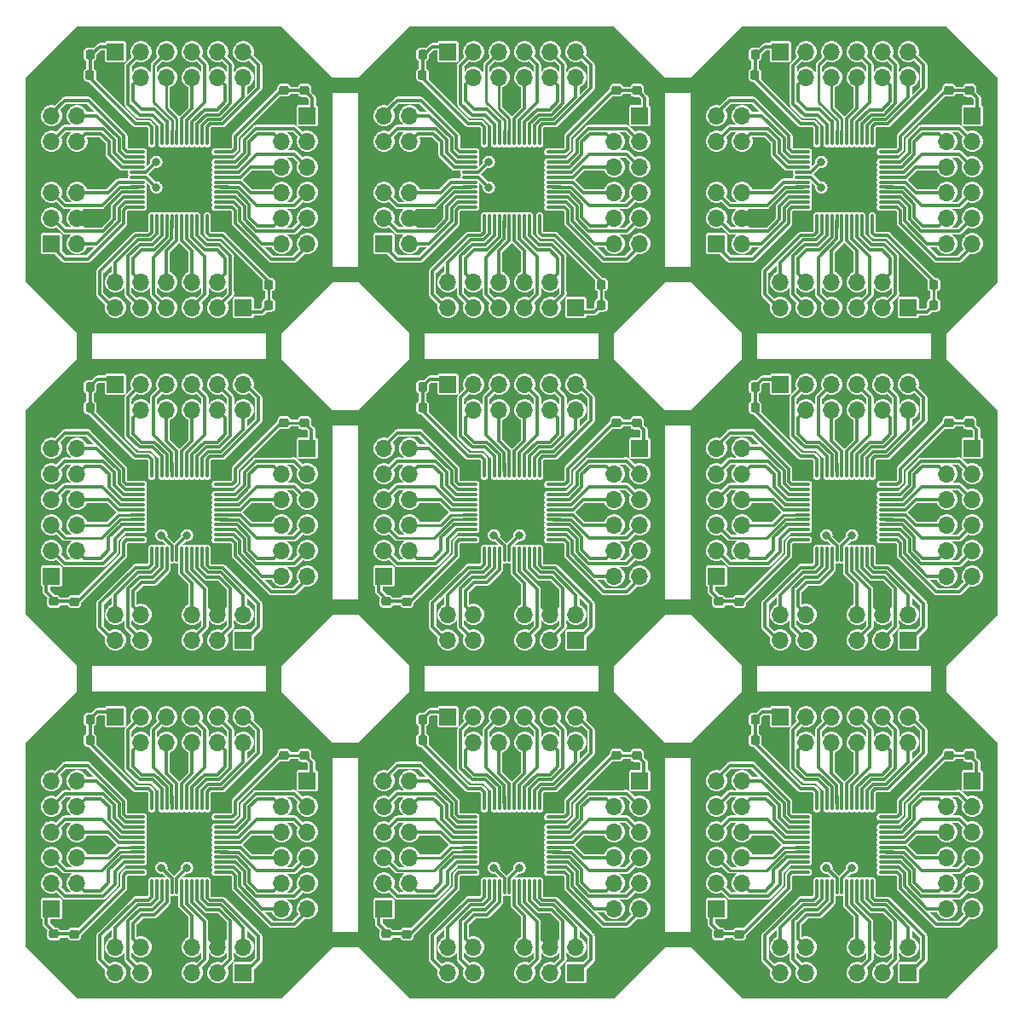
<source format=gbr>
%TF.GenerationSoftware,KiCad,Pcbnew,7.0.8*%
%TF.CreationDate,2024-03-04T23:40:14+01:00*%
%TF.ProjectId,scalenie,7363616c-656e-4696-952e-6b696361645f,rev?*%
%TF.SameCoordinates,Original*%
%TF.FileFunction,Copper,L1,Top*%
%TF.FilePolarity,Positive*%
%FSLAX46Y46*%
G04 Gerber Fmt 4.6, Leading zero omitted, Abs format (unit mm)*
G04 Created by KiCad (PCBNEW 7.0.8) date 2024-03-04 23:40:14*
%MOMM*%
%LPD*%
G01*
G04 APERTURE LIST*
G04 Aperture macros list*
%AMRoundRect*
0 Rectangle with rounded corners*
0 $1 Rounding radius*
0 $2 $3 $4 $5 $6 $7 $8 $9 X,Y pos of 4 corners*
0 Add a 4 corners polygon primitive as box body*
4,1,4,$2,$3,$4,$5,$6,$7,$8,$9,$2,$3,0*
0 Add four circle primitives for the rounded corners*
1,1,$1+$1,$2,$3*
1,1,$1+$1,$4,$5*
1,1,$1+$1,$6,$7*
1,1,$1+$1,$8,$9*
0 Add four rect primitives between the rounded corners*
20,1,$1+$1,$2,$3,$4,$5,0*
20,1,$1+$1,$4,$5,$6,$7,0*
20,1,$1+$1,$6,$7,$8,$9,0*
20,1,$1+$1,$8,$9,$2,$3,0*%
G04 Aperture macros list end*
%TA.AperFunction,ComponentPad*%
%ADD10R,1.700000X1.700000*%
%TD*%
%TA.AperFunction,ComponentPad*%
%ADD11O,1.700000X1.700000*%
%TD*%
%TA.AperFunction,SMDPad,CuDef*%
%ADD12RoundRect,0.075000X0.075000X-0.662500X0.075000X0.662500X-0.075000X0.662500X-0.075000X-0.662500X0*%
%TD*%
%TA.AperFunction,SMDPad,CuDef*%
%ADD13RoundRect,0.075000X0.662500X-0.075000X0.662500X0.075000X-0.662500X0.075000X-0.662500X-0.075000X0*%
%TD*%
%TA.AperFunction,SMDPad,CuDef*%
%ADD14RoundRect,0.225000X-0.225000X-0.250000X0.225000X-0.250000X0.225000X0.250000X-0.225000X0.250000X0*%
%TD*%
%TA.AperFunction,SMDPad,CuDef*%
%ADD15RoundRect,0.225000X0.250000X-0.225000X0.250000X0.225000X-0.250000X0.225000X-0.250000X-0.225000X0*%
%TD*%
%TA.AperFunction,SMDPad,CuDef*%
%ADD16RoundRect,0.075000X-0.662500X-0.075000X0.662500X-0.075000X0.662500X0.075000X-0.662500X0.075000X0*%
%TD*%
%TA.AperFunction,SMDPad,CuDef*%
%ADD17RoundRect,0.075000X-0.075000X-0.662500X0.075000X-0.662500X0.075000X0.662500X-0.075000X0.662500X0*%
%TD*%
%TA.AperFunction,SMDPad,CuDef*%
%ADD18RoundRect,0.225000X-0.250000X0.225000X-0.250000X-0.225000X0.250000X-0.225000X0.250000X0.225000X0*%
%TD*%
%TA.AperFunction,ViaPad*%
%ADD19C,0.800000*%
%TD*%
%TA.AperFunction,Conductor*%
%ADD20C,0.300000*%
%TD*%
%TA.AperFunction,Conductor*%
%ADD21C,0.250000*%
%TD*%
%TA.AperFunction,Conductor*%
%ADD22C,0.600000*%
%TD*%
%TA.AperFunction,Conductor*%
%ADD23C,0.800000*%
%TD*%
%TA.AperFunction,Conductor*%
%ADD24C,1.400000*%
%TD*%
G04 APERTURE END LIST*
D10*
%TO.P,J2,1,Pin_1*%
%TO.N,VDD*%
X159258000Y-150114000D03*
D11*
%TO.P,J2,2,Pin_2*%
%TO.N,VSS*%
X156718000Y-150114000D03*
%TO.P,J2,3,Pin_3*%
%TO.N,PB11*%
X159258000Y-152654000D03*
%TO.P,J2,4,Pin_4*%
%TO.N,PB10*%
X156718000Y-152654000D03*
%TO.P,J2,5,Pin_5*%
%TO.N,PB2*%
X159258000Y-155194000D03*
%TO.P,J2,6,Pin_6*%
%TO.N,PB1*%
X156718000Y-155194000D03*
%TO.P,J2,7,Pin_7*%
%TO.N,PA7*%
X159258000Y-157734000D03*
%TO.P,J2,8,Pin_8*%
%TO.N,PB0*%
X156718000Y-157734000D03*
%TO.P,J2,9,Pin_9*%
%TO.N,PA5*%
X159258000Y-160274000D03*
%TO.P,J2,10,Pin_10*%
%TO.N,PA6*%
X156718000Y-160274000D03*
%TO.P,J2,11,Pin_11*%
%TO.N,PA3*%
X159258000Y-162814000D03*
%TO.P,J2,12,Pin_12*%
%TO.N,PA4*%
X156718000Y-162814000D03*
%TD*%
D10*
%TO.P,J3,1,Pin_1*%
%TO.N,VDD*%
X133858000Y-162814000D03*
D11*
%TO.P,J3,2,Pin_2*%
%TO.N,VSS*%
X136398000Y-162814000D03*
%TO.P,J3,3,Pin_3*%
%TO.N,PB9*%
X133858000Y-160274000D03*
%TO.P,J3,4,Pin_4*%
%TO.N,PB8*%
X136398000Y-160274000D03*
%TO.P,J3,5,Pin_5*%
%TO.N,BOOT0*%
X133858000Y-157734000D03*
%TO.P,J3,6,Pin_6*%
%TO.N,PB7*%
X136398000Y-157734000D03*
%TO.P,J3,7,Pin_7*%
%TO.N,PB5*%
X133858000Y-155194000D03*
%TO.P,J3,8,Pin_8*%
%TO.N,PB6*%
X136398000Y-155194000D03*
%TO.P,J3,9,Pin_9*%
%TO.N,PB3*%
X133858000Y-152654000D03*
%TO.P,J3,10,Pin_10*%
%TO.N,PB4*%
X136398000Y-152654000D03*
%TO.P,J3,11,Pin_11*%
%TO.N,PA14*%
X133858000Y-150114000D03*
%TO.P,J3,12,Pin_12*%
%TO.N,PA15*%
X136398000Y-150114000D03*
%TD*%
D10*
%TO.P,J4,1,Pin_1*%
%TO.N,VDDIO2*%
X140208000Y-143764000D03*
D11*
%TO.P,J4,2,Pin_2*%
%TO.N,VSS*%
X140208000Y-146304000D03*
%TO.P,J4,3,Pin_3*%
%TO.N,PA13*%
X142748000Y-143764000D03*
%TO.P,J4,4,Pin_4*%
%TO.N,PA12*%
X142748000Y-146304000D03*
%TO.P,J4,5,Pin_5*%
%TO.N,PA11*%
X145288000Y-143764000D03*
%TO.P,J4,6,Pin_6*%
%TO.N,PA10*%
X145288000Y-146304000D03*
%TO.P,J4,7,Pin_7*%
%TO.N,PA8*%
X147828000Y-143764000D03*
%TO.P,J4,8,Pin_8*%
%TO.N,PA9*%
X147828000Y-146304000D03*
%TO.P,J4,9,Pin_9*%
%TO.N,PB14*%
X150368000Y-143764000D03*
%TO.P,J4,10,Pin_10*%
%TO.N,PB15*%
X150368000Y-146304000D03*
%TO.P,J4,11,Pin_11*%
%TO.N,PB12*%
X152908000Y-143764000D03*
%TO.P,J4,12,Pin_12*%
%TO.N,PB13*%
X152908000Y-146304000D03*
%TD*%
D10*
%TO.P,J1,1,Pin_1*%
%TO.N,PA2*%
X152908000Y-169164000D03*
D11*
%TO.P,J1,2,Pin_2*%
%TO.N,PA1*%
X152908000Y-166624000D03*
%TO.P,J1,3,Pin_3*%
%TO.N,PA0*%
X150368000Y-169164000D03*
%TO.P,J1,4,Pin_4*%
%TO.N,VDDA*%
X150368000Y-166624000D03*
%TO.P,J1,5,Pin_5*%
%TO.N,VSSA*%
X147828000Y-169164000D03*
%TO.P,J1,6,Pin_6*%
%TO.N,NRST*%
X147828000Y-166624000D03*
%TO.P,J1,7,Pin_7*%
%TO.N,VSS*%
X145288000Y-169164000D03*
%TO.P,J1,8,Pin_8*%
X145288000Y-166624000D03*
%TO.P,J1,9,Pin_9*%
%TO.N,PC14*%
X142748000Y-169164000D03*
%TO.P,J1,10,Pin_10*%
%TO.N,PC15*%
X142748000Y-166624000D03*
%TO.P,J1,11,Pin_11*%
%TO.N,VBAT*%
X140208000Y-169164000D03*
%TO.P,J1,12,Pin_12*%
%TO.N,PC13*%
X140208000Y-166624000D03*
%TD*%
D12*
%TO.P,U1,1,VBAT*%
%TO.N,VBAT*%
X143808000Y-160626500D03*
%TO.P,U1,2,PC13*%
%TO.N,PC13*%
X144308000Y-160626500D03*
%TO.P,U1,3,PC14*%
%TO.N,PC14*%
X144808000Y-160626500D03*
%TO.P,U1,4,PC15*%
%TO.N,PC15*%
X145308000Y-160626500D03*
%TO.P,U1,5,PF0*%
%TO.N,Net-(U1-PF0)*%
X145808000Y-160626500D03*
%TO.P,U1,6,PF1*%
%TO.N,Net-(U1-PF1)*%
X146308000Y-160626500D03*
%TO.P,U1,7,NRST*%
%TO.N,NRST*%
X146808000Y-160626500D03*
%TO.P,U1,8,VSSA*%
%TO.N,VSSA*%
X147308000Y-160626500D03*
%TO.P,U1,9,VDDA*%
%TO.N,VDDA*%
X147808000Y-160626500D03*
%TO.P,U1,10,PA0*%
%TO.N,PA0*%
X148308000Y-160626500D03*
%TO.P,U1,11,PA1*%
%TO.N,PA1*%
X148808000Y-160626500D03*
%TO.P,U1,12,PA2*%
%TO.N,PA2*%
X149308000Y-160626500D03*
D13*
%TO.P,U1,13,PA3*%
%TO.N,PA3*%
X150720500Y-159214000D03*
%TO.P,U1,14,PA4*%
%TO.N,PA4*%
X150720500Y-158714000D03*
%TO.P,U1,15,PA5*%
%TO.N,PA5*%
X150720500Y-158214000D03*
%TO.P,U1,16,PA6*%
%TO.N,PA6*%
X150720500Y-157714000D03*
%TO.P,U1,17,PA7*%
%TO.N,PA7*%
X150720500Y-157214000D03*
%TO.P,U1,18,PB0*%
%TO.N,PB0*%
X150720500Y-156714000D03*
%TO.P,U1,19,PB1*%
%TO.N,PB1*%
X150720500Y-156214000D03*
%TO.P,U1,20,PB2*%
%TO.N,PB2*%
X150720500Y-155714000D03*
%TO.P,U1,21,PB10*%
%TO.N,PB10*%
X150720500Y-155214000D03*
%TO.P,U1,22,PB11*%
%TO.N,PB11*%
X150720500Y-154714000D03*
%TO.P,U1,23,VSS*%
%TO.N,VSS*%
X150720500Y-154214000D03*
%TO.P,U1,24,VDD*%
%TO.N,VDD*%
X150720500Y-153714000D03*
D12*
%TO.P,U1,25,PB12*%
%TO.N,PB12*%
X149308000Y-152301500D03*
%TO.P,U1,26,PB13*%
%TO.N,PB13*%
X148808000Y-152301500D03*
%TO.P,U1,27,PB14*%
%TO.N,PB14*%
X148308000Y-152301500D03*
%TO.P,U1,28,PB15*%
%TO.N,PB15*%
X147808000Y-152301500D03*
%TO.P,U1,29,PA8*%
%TO.N,PA8*%
X147308000Y-152301500D03*
%TO.P,U1,30,PA9*%
%TO.N,PA9*%
X146808000Y-152301500D03*
%TO.P,U1,31,PA10*%
%TO.N,PA10*%
X146308000Y-152301500D03*
%TO.P,U1,32,PA11*%
%TO.N,PA11*%
X145808000Y-152301500D03*
%TO.P,U1,33,PA12*%
%TO.N,PA12*%
X145308000Y-152301500D03*
%TO.P,U1,34,PA13*%
%TO.N,PA13*%
X144808000Y-152301500D03*
%TO.P,U1,35,VSS*%
%TO.N,VSS*%
X144308000Y-152301500D03*
%TO.P,U1,36,VDDIO2*%
%TO.N,VDDIO2*%
X143808000Y-152301500D03*
D13*
%TO.P,U1,37,PA14*%
%TO.N,PA14*%
X142395500Y-153714000D03*
%TO.P,U1,38,PA15*%
%TO.N,PA15*%
X142395500Y-154214000D03*
%TO.P,U1,39,PB3*%
%TO.N,PB3*%
X142395500Y-154714000D03*
%TO.P,U1,40,PB4*%
%TO.N,PB4*%
X142395500Y-155214000D03*
%TO.P,U1,41,PB5*%
%TO.N,PB5*%
X142395500Y-155714000D03*
%TO.P,U1,42,PB6*%
%TO.N,PB6*%
X142395500Y-156214000D03*
%TO.P,U1,43,PB7*%
%TO.N,PB7*%
X142395500Y-156714000D03*
%TO.P,U1,44,BOOT0*%
%TO.N,BOOT0*%
X142395500Y-157214000D03*
%TO.P,U1,45,PB8*%
%TO.N,PB8*%
X142395500Y-157714000D03*
%TO.P,U1,46,PB9*%
%TO.N,PB9*%
X142395500Y-158214000D03*
%TO.P,U1,47,VSS*%
%TO.N,VSS*%
X142395500Y-158714000D03*
%TO.P,U1,48,VDD*%
%TO.N,VDD*%
X142395500Y-159214000D03*
%TD*%
D14*
%TO.P,C9,1*%
%TO.N,VSS*%
X136131000Y-146050000D03*
%TO.P,C9,2*%
%TO.N,VDDIO2*%
X137681000Y-146050000D03*
%TD*%
D15*
%TO.P,C2,1*%
%TO.N,VDD*%
X156972000Y-147587000D03*
%TO.P,C2,2*%
%TO.N,VSS*%
X156972000Y-146037000D03*
%TD*%
D14*
%TO.P,C4,1*%
%TO.N,VSS*%
X136144000Y-144018000D03*
%TO.P,C4,2*%
%TO.N,VDDIO2*%
X137694000Y-144018000D03*
%TD*%
D15*
%TO.P,C5,1*%
%TO.N,VDD*%
X159004000Y-147600000D03*
%TO.P,C5,2*%
%TO.N,VSS*%
X159004000Y-146050000D03*
%TD*%
%TO.P,C8,1*%
%TO.N,VSS*%
X136144000Y-166904000D03*
%TO.P,C8,2*%
%TO.N,VDD*%
X136144000Y-165354000D03*
%TD*%
%TO.P,C6,1*%
%TO.N,VSS*%
X134112000Y-166891000D03*
%TO.P,C6,2*%
%TO.N,VDD*%
X134112000Y-165341000D03*
%TD*%
D10*
%TO.P,J2,1,Pin_1*%
%TO.N,VDD*%
X126238000Y-150114000D03*
D11*
%TO.P,J2,2,Pin_2*%
%TO.N,VSS*%
X123698000Y-150114000D03*
%TO.P,J2,3,Pin_3*%
%TO.N,PB11*%
X126238000Y-152654000D03*
%TO.P,J2,4,Pin_4*%
%TO.N,PB10*%
X123698000Y-152654000D03*
%TO.P,J2,5,Pin_5*%
%TO.N,PB2*%
X126238000Y-155194000D03*
%TO.P,J2,6,Pin_6*%
%TO.N,PB1*%
X123698000Y-155194000D03*
%TO.P,J2,7,Pin_7*%
%TO.N,PA7*%
X126238000Y-157734000D03*
%TO.P,J2,8,Pin_8*%
%TO.N,PB0*%
X123698000Y-157734000D03*
%TO.P,J2,9,Pin_9*%
%TO.N,PA5*%
X126238000Y-160274000D03*
%TO.P,J2,10,Pin_10*%
%TO.N,PA6*%
X123698000Y-160274000D03*
%TO.P,J2,11,Pin_11*%
%TO.N,PA3*%
X126238000Y-162814000D03*
%TO.P,J2,12,Pin_12*%
%TO.N,PA4*%
X123698000Y-162814000D03*
%TD*%
D10*
%TO.P,J3,1,Pin_1*%
%TO.N,VDD*%
X100838000Y-162814000D03*
D11*
%TO.P,J3,2,Pin_2*%
%TO.N,VSS*%
X103378000Y-162814000D03*
%TO.P,J3,3,Pin_3*%
%TO.N,PB9*%
X100838000Y-160274000D03*
%TO.P,J3,4,Pin_4*%
%TO.N,PB8*%
X103378000Y-160274000D03*
%TO.P,J3,5,Pin_5*%
%TO.N,BOOT0*%
X100838000Y-157734000D03*
%TO.P,J3,6,Pin_6*%
%TO.N,PB7*%
X103378000Y-157734000D03*
%TO.P,J3,7,Pin_7*%
%TO.N,PB5*%
X100838000Y-155194000D03*
%TO.P,J3,8,Pin_8*%
%TO.N,PB6*%
X103378000Y-155194000D03*
%TO.P,J3,9,Pin_9*%
%TO.N,PB3*%
X100838000Y-152654000D03*
%TO.P,J3,10,Pin_10*%
%TO.N,PB4*%
X103378000Y-152654000D03*
%TO.P,J3,11,Pin_11*%
%TO.N,PA14*%
X100838000Y-150114000D03*
%TO.P,J3,12,Pin_12*%
%TO.N,PA15*%
X103378000Y-150114000D03*
%TD*%
D10*
%TO.P,J4,1,Pin_1*%
%TO.N,VDDIO2*%
X107188000Y-143764000D03*
D11*
%TO.P,J4,2,Pin_2*%
%TO.N,VSS*%
X107188000Y-146304000D03*
%TO.P,J4,3,Pin_3*%
%TO.N,PA13*%
X109728000Y-143764000D03*
%TO.P,J4,4,Pin_4*%
%TO.N,PA12*%
X109728000Y-146304000D03*
%TO.P,J4,5,Pin_5*%
%TO.N,PA11*%
X112268000Y-143764000D03*
%TO.P,J4,6,Pin_6*%
%TO.N,PA10*%
X112268000Y-146304000D03*
%TO.P,J4,7,Pin_7*%
%TO.N,PA8*%
X114808000Y-143764000D03*
%TO.P,J4,8,Pin_8*%
%TO.N,PA9*%
X114808000Y-146304000D03*
%TO.P,J4,9,Pin_9*%
%TO.N,PB14*%
X117348000Y-143764000D03*
%TO.P,J4,10,Pin_10*%
%TO.N,PB15*%
X117348000Y-146304000D03*
%TO.P,J4,11,Pin_11*%
%TO.N,PB12*%
X119888000Y-143764000D03*
%TO.P,J4,12,Pin_12*%
%TO.N,PB13*%
X119888000Y-146304000D03*
%TD*%
D10*
%TO.P,J1,1,Pin_1*%
%TO.N,PA2*%
X119888000Y-169164000D03*
D11*
%TO.P,J1,2,Pin_2*%
%TO.N,PA1*%
X119888000Y-166624000D03*
%TO.P,J1,3,Pin_3*%
%TO.N,PA0*%
X117348000Y-169164000D03*
%TO.P,J1,4,Pin_4*%
%TO.N,VDDA*%
X117348000Y-166624000D03*
%TO.P,J1,5,Pin_5*%
%TO.N,VSSA*%
X114808000Y-169164000D03*
%TO.P,J1,6,Pin_6*%
%TO.N,NRST*%
X114808000Y-166624000D03*
%TO.P,J1,7,Pin_7*%
%TO.N,VSS*%
X112268000Y-169164000D03*
%TO.P,J1,8,Pin_8*%
X112268000Y-166624000D03*
%TO.P,J1,9,Pin_9*%
%TO.N,PC14*%
X109728000Y-169164000D03*
%TO.P,J1,10,Pin_10*%
%TO.N,PC15*%
X109728000Y-166624000D03*
%TO.P,J1,11,Pin_11*%
%TO.N,VBAT*%
X107188000Y-169164000D03*
%TO.P,J1,12,Pin_12*%
%TO.N,PC13*%
X107188000Y-166624000D03*
%TD*%
D12*
%TO.P,U1,1,VBAT*%
%TO.N,VBAT*%
X110788000Y-160626500D03*
%TO.P,U1,2,PC13*%
%TO.N,PC13*%
X111288000Y-160626500D03*
%TO.P,U1,3,PC14*%
%TO.N,PC14*%
X111788000Y-160626500D03*
%TO.P,U1,4,PC15*%
%TO.N,PC15*%
X112288000Y-160626500D03*
%TO.P,U1,5,PF0*%
%TO.N,Net-(U1-PF0)*%
X112788000Y-160626500D03*
%TO.P,U1,6,PF1*%
%TO.N,Net-(U1-PF1)*%
X113288000Y-160626500D03*
%TO.P,U1,7,NRST*%
%TO.N,NRST*%
X113788000Y-160626500D03*
%TO.P,U1,8,VSSA*%
%TO.N,VSSA*%
X114288000Y-160626500D03*
%TO.P,U1,9,VDDA*%
%TO.N,VDDA*%
X114788000Y-160626500D03*
%TO.P,U1,10,PA0*%
%TO.N,PA0*%
X115288000Y-160626500D03*
%TO.P,U1,11,PA1*%
%TO.N,PA1*%
X115788000Y-160626500D03*
%TO.P,U1,12,PA2*%
%TO.N,PA2*%
X116288000Y-160626500D03*
D13*
%TO.P,U1,13,PA3*%
%TO.N,PA3*%
X117700500Y-159214000D03*
%TO.P,U1,14,PA4*%
%TO.N,PA4*%
X117700500Y-158714000D03*
%TO.P,U1,15,PA5*%
%TO.N,PA5*%
X117700500Y-158214000D03*
%TO.P,U1,16,PA6*%
%TO.N,PA6*%
X117700500Y-157714000D03*
%TO.P,U1,17,PA7*%
%TO.N,PA7*%
X117700500Y-157214000D03*
%TO.P,U1,18,PB0*%
%TO.N,PB0*%
X117700500Y-156714000D03*
%TO.P,U1,19,PB1*%
%TO.N,PB1*%
X117700500Y-156214000D03*
%TO.P,U1,20,PB2*%
%TO.N,PB2*%
X117700500Y-155714000D03*
%TO.P,U1,21,PB10*%
%TO.N,PB10*%
X117700500Y-155214000D03*
%TO.P,U1,22,PB11*%
%TO.N,PB11*%
X117700500Y-154714000D03*
%TO.P,U1,23,VSS*%
%TO.N,VSS*%
X117700500Y-154214000D03*
%TO.P,U1,24,VDD*%
%TO.N,VDD*%
X117700500Y-153714000D03*
D12*
%TO.P,U1,25,PB12*%
%TO.N,PB12*%
X116288000Y-152301500D03*
%TO.P,U1,26,PB13*%
%TO.N,PB13*%
X115788000Y-152301500D03*
%TO.P,U1,27,PB14*%
%TO.N,PB14*%
X115288000Y-152301500D03*
%TO.P,U1,28,PB15*%
%TO.N,PB15*%
X114788000Y-152301500D03*
%TO.P,U1,29,PA8*%
%TO.N,PA8*%
X114288000Y-152301500D03*
%TO.P,U1,30,PA9*%
%TO.N,PA9*%
X113788000Y-152301500D03*
%TO.P,U1,31,PA10*%
%TO.N,PA10*%
X113288000Y-152301500D03*
%TO.P,U1,32,PA11*%
%TO.N,PA11*%
X112788000Y-152301500D03*
%TO.P,U1,33,PA12*%
%TO.N,PA12*%
X112288000Y-152301500D03*
%TO.P,U1,34,PA13*%
%TO.N,PA13*%
X111788000Y-152301500D03*
%TO.P,U1,35,VSS*%
%TO.N,VSS*%
X111288000Y-152301500D03*
%TO.P,U1,36,VDDIO2*%
%TO.N,VDDIO2*%
X110788000Y-152301500D03*
D13*
%TO.P,U1,37,PA14*%
%TO.N,PA14*%
X109375500Y-153714000D03*
%TO.P,U1,38,PA15*%
%TO.N,PA15*%
X109375500Y-154214000D03*
%TO.P,U1,39,PB3*%
%TO.N,PB3*%
X109375500Y-154714000D03*
%TO.P,U1,40,PB4*%
%TO.N,PB4*%
X109375500Y-155214000D03*
%TO.P,U1,41,PB5*%
%TO.N,PB5*%
X109375500Y-155714000D03*
%TO.P,U1,42,PB6*%
%TO.N,PB6*%
X109375500Y-156214000D03*
%TO.P,U1,43,PB7*%
%TO.N,PB7*%
X109375500Y-156714000D03*
%TO.P,U1,44,BOOT0*%
%TO.N,BOOT0*%
X109375500Y-157214000D03*
%TO.P,U1,45,PB8*%
%TO.N,PB8*%
X109375500Y-157714000D03*
%TO.P,U1,46,PB9*%
%TO.N,PB9*%
X109375500Y-158214000D03*
%TO.P,U1,47,VSS*%
%TO.N,VSS*%
X109375500Y-158714000D03*
%TO.P,U1,48,VDD*%
%TO.N,VDD*%
X109375500Y-159214000D03*
%TD*%
D14*
%TO.P,C9,1*%
%TO.N,VSS*%
X103111000Y-146050000D03*
%TO.P,C9,2*%
%TO.N,VDDIO2*%
X104661000Y-146050000D03*
%TD*%
D15*
%TO.P,C2,1*%
%TO.N,VDD*%
X123952000Y-147587000D03*
%TO.P,C2,2*%
%TO.N,VSS*%
X123952000Y-146037000D03*
%TD*%
D14*
%TO.P,C4,1*%
%TO.N,VSS*%
X103124000Y-144018000D03*
%TO.P,C4,2*%
%TO.N,VDDIO2*%
X104674000Y-144018000D03*
%TD*%
D15*
%TO.P,C5,1*%
%TO.N,VDD*%
X125984000Y-147600000D03*
%TO.P,C5,2*%
%TO.N,VSS*%
X125984000Y-146050000D03*
%TD*%
%TO.P,C8,1*%
%TO.N,VSS*%
X103124000Y-166904000D03*
%TO.P,C8,2*%
%TO.N,VDD*%
X103124000Y-165354000D03*
%TD*%
%TO.P,C6,1*%
%TO.N,VSS*%
X101092000Y-166891000D03*
%TO.P,C6,2*%
%TO.N,VDD*%
X101092000Y-165341000D03*
%TD*%
D10*
%TO.P,J2,1,Pin_1*%
%TO.N,VDD*%
X93218000Y-150114000D03*
D11*
%TO.P,J2,2,Pin_2*%
%TO.N,VSS*%
X90678000Y-150114000D03*
%TO.P,J2,3,Pin_3*%
%TO.N,PB11*%
X93218000Y-152654000D03*
%TO.P,J2,4,Pin_4*%
%TO.N,PB10*%
X90678000Y-152654000D03*
%TO.P,J2,5,Pin_5*%
%TO.N,PB2*%
X93218000Y-155194000D03*
%TO.P,J2,6,Pin_6*%
%TO.N,PB1*%
X90678000Y-155194000D03*
%TO.P,J2,7,Pin_7*%
%TO.N,PA7*%
X93218000Y-157734000D03*
%TO.P,J2,8,Pin_8*%
%TO.N,PB0*%
X90678000Y-157734000D03*
%TO.P,J2,9,Pin_9*%
%TO.N,PA5*%
X93218000Y-160274000D03*
%TO.P,J2,10,Pin_10*%
%TO.N,PA6*%
X90678000Y-160274000D03*
%TO.P,J2,11,Pin_11*%
%TO.N,PA3*%
X93218000Y-162814000D03*
%TO.P,J2,12,Pin_12*%
%TO.N,PA4*%
X90678000Y-162814000D03*
%TD*%
D10*
%TO.P,J3,1,Pin_1*%
%TO.N,VDD*%
X67818000Y-162814000D03*
D11*
%TO.P,J3,2,Pin_2*%
%TO.N,VSS*%
X70358000Y-162814000D03*
%TO.P,J3,3,Pin_3*%
%TO.N,PB9*%
X67818000Y-160274000D03*
%TO.P,J3,4,Pin_4*%
%TO.N,PB8*%
X70358000Y-160274000D03*
%TO.P,J3,5,Pin_5*%
%TO.N,BOOT0*%
X67818000Y-157734000D03*
%TO.P,J3,6,Pin_6*%
%TO.N,PB7*%
X70358000Y-157734000D03*
%TO.P,J3,7,Pin_7*%
%TO.N,PB5*%
X67818000Y-155194000D03*
%TO.P,J3,8,Pin_8*%
%TO.N,PB6*%
X70358000Y-155194000D03*
%TO.P,J3,9,Pin_9*%
%TO.N,PB3*%
X67818000Y-152654000D03*
%TO.P,J3,10,Pin_10*%
%TO.N,PB4*%
X70358000Y-152654000D03*
%TO.P,J3,11,Pin_11*%
%TO.N,PA14*%
X67818000Y-150114000D03*
%TO.P,J3,12,Pin_12*%
%TO.N,PA15*%
X70358000Y-150114000D03*
%TD*%
D10*
%TO.P,J4,1,Pin_1*%
%TO.N,VDDIO2*%
X74168000Y-143764000D03*
D11*
%TO.P,J4,2,Pin_2*%
%TO.N,VSS*%
X74168000Y-146304000D03*
%TO.P,J4,3,Pin_3*%
%TO.N,PA13*%
X76708000Y-143764000D03*
%TO.P,J4,4,Pin_4*%
%TO.N,PA12*%
X76708000Y-146304000D03*
%TO.P,J4,5,Pin_5*%
%TO.N,PA11*%
X79248000Y-143764000D03*
%TO.P,J4,6,Pin_6*%
%TO.N,PA10*%
X79248000Y-146304000D03*
%TO.P,J4,7,Pin_7*%
%TO.N,PA8*%
X81788000Y-143764000D03*
%TO.P,J4,8,Pin_8*%
%TO.N,PA9*%
X81788000Y-146304000D03*
%TO.P,J4,9,Pin_9*%
%TO.N,PB14*%
X84328000Y-143764000D03*
%TO.P,J4,10,Pin_10*%
%TO.N,PB15*%
X84328000Y-146304000D03*
%TO.P,J4,11,Pin_11*%
%TO.N,PB12*%
X86868000Y-143764000D03*
%TO.P,J4,12,Pin_12*%
%TO.N,PB13*%
X86868000Y-146304000D03*
%TD*%
D10*
%TO.P,J1,1,Pin_1*%
%TO.N,PA2*%
X86868000Y-169164000D03*
D11*
%TO.P,J1,2,Pin_2*%
%TO.N,PA1*%
X86868000Y-166624000D03*
%TO.P,J1,3,Pin_3*%
%TO.N,PA0*%
X84328000Y-169164000D03*
%TO.P,J1,4,Pin_4*%
%TO.N,VDDA*%
X84328000Y-166624000D03*
%TO.P,J1,5,Pin_5*%
%TO.N,VSSA*%
X81788000Y-169164000D03*
%TO.P,J1,6,Pin_6*%
%TO.N,NRST*%
X81788000Y-166624000D03*
%TO.P,J1,7,Pin_7*%
%TO.N,VSS*%
X79248000Y-169164000D03*
%TO.P,J1,8,Pin_8*%
X79248000Y-166624000D03*
%TO.P,J1,9,Pin_9*%
%TO.N,PC14*%
X76708000Y-169164000D03*
%TO.P,J1,10,Pin_10*%
%TO.N,PC15*%
X76708000Y-166624000D03*
%TO.P,J1,11,Pin_11*%
%TO.N,VBAT*%
X74168000Y-169164000D03*
%TO.P,J1,12,Pin_12*%
%TO.N,PC13*%
X74168000Y-166624000D03*
%TD*%
D12*
%TO.P,U1,1,VBAT*%
%TO.N,VBAT*%
X77768000Y-160626500D03*
%TO.P,U1,2,PC13*%
%TO.N,PC13*%
X78268000Y-160626500D03*
%TO.P,U1,3,PC14*%
%TO.N,PC14*%
X78768000Y-160626500D03*
%TO.P,U1,4,PC15*%
%TO.N,PC15*%
X79268000Y-160626500D03*
%TO.P,U1,5,PF0*%
%TO.N,Net-(U1-PF0)*%
X79768000Y-160626500D03*
%TO.P,U1,6,PF1*%
%TO.N,Net-(U1-PF1)*%
X80268000Y-160626500D03*
%TO.P,U1,7,NRST*%
%TO.N,NRST*%
X80768000Y-160626500D03*
%TO.P,U1,8,VSSA*%
%TO.N,VSSA*%
X81268000Y-160626500D03*
%TO.P,U1,9,VDDA*%
%TO.N,VDDA*%
X81768000Y-160626500D03*
%TO.P,U1,10,PA0*%
%TO.N,PA0*%
X82268000Y-160626500D03*
%TO.P,U1,11,PA1*%
%TO.N,PA1*%
X82768000Y-160626500D03*
%TO.P,U1,12,PA2*%
%TO.N,PA2*%
X83268000Y-160626500D03*
D13*
%TO.P,U1,13,PA3*%
%TO.N,PA3*%
X84680500Y-159214000D03*
%TO.P,U1,14,PA4*%
%TO.N,PA4*%
X84680500Y-158714000D03*
%TO.P,U1,15,PA5*%
%TO.N,PA5*%
X84680500Y-158214000D03*
%TO.P,U1,16,PA6*%
%TO.N,PA6*%
X84680500Y-157714000D03*
%TO.P,U1,17,PA7*%
%TO.N,PA7*%
X84680500Y-157214000D03*
%TO.P,U1,18,PB0*%
%TO.N,PB0*%
X84680500Y-156714000D03*
%TO.P,U1,19,PB1*%
%TO.N,PB1*%
X84680500Y-156214000D03*
%TO.P,U1,20,PB2*%
%TO.N,PB2*%
X84680500Y-155714000D03*
%TO.P,U1,21,PB10*%
%TO.N,PB10*%
X84680500Y-155214000D03*
%TO.P,U1,22,PB11*%
%TO.N,PB11*%
X84680500Y-154714000D03*
%TO.P,U1,23,VSS*%
%TO.N,VSS*%
X84680500Y-154214000D03*
%TO.P,U1,24,VDD*%
%TO.N,VDD*%
X84680500Y-153714000D03*
D12*
%TO.P,U1,25,PB12*%
%TO.N,PB12*%
X83268000Y-152301500D03*
%TO.P,U1,26,PB13*%
%TO.N,PB13*%
X82768000Y-152301500D03*
%TO.P,U1,27,PB14*%
%TO.N,PB14*%
X82268000Y-152301500D03*
%TO.P,U1,28,PB15*%
%TO.N,PB15*%
X81768000Y-152301500D03*
%TO.P,U1,29,PA8*%
%TO.N,PA8*%
X81268000Y-152301500D03*
%TO.P,U1,30,PA9*%
%TO.N,PA9*%
X80768000Y-152301500D03*
%TO.P,U1,31,PA10*%
%TO.N,PA10*%
X80268000Y-152301500D03*
%TO.P,U1,32,PA11*%
%TO.N,PA11*%
X79768000Y-152301500D03*
%TO.P,U1,33,PA12*%
%TO.N,PA12*%
X79268000Y-152301500D03*
%TO.P,U1,34,PA13*%
%TO.N,PA13*%
X78768000Y-152301500D03*
%TO.P,U1,35,VSS*%
%TO.N,VSS*%
X78268000Y-152301500D03*
%TO.P,U1,36,VDDIO2*%
%TO.N,VDDIO2*%
X77768000Y-152301500D03*
D13*
%TO.P,U1,37,PA14*%
%TO.N,PA14*%
X76355500Y-153714000D03*
%TO.P,U1,38,PA15*%
%TO.N,PA15*%
X76355500Y-154214000D03*
%TO.P,U1,39,PB3*%
%TO.N,PB3*%
X76355500Y-154714000D03*
%TO.P,U1,40,PB4*%
%TO.N,PB4*%
X76355500Y-155214000D03*
%TO.P,U1,41,PB5*%
%TO.N,PB5*%
X76355500Y-155714000D03*
%TO.P,U1,42,PB6*%
%TO.N,PB6*%
X76355500Y-156214000D03*
%TO.P,U1,43,PB7*%
%TO.N,PB7*%
X76355500Y-156714000D03*
%TO.P,U1,44,BOOT0*%
%TO.N,BOOT0*%
X76355500Y-157214000D03*
%TO.P,U1,45,PB8*%
%TO.N,PB8*%
X76355500Y-157714000D03*
%TO.P,U1,46,PB9*%
%TO.N,PB9*%
X76355500Y-158214000D03*
%TO.P,U1,47,VSS*%
%TO.N,VSS*%
X76355500Y-158714000D03*
%TO.P,U1,48,VDD*%
%TO.N,VDD*%
X76355500Y-159214000D03*
%TD*%
D14*
%TO.P,C9,1*%
%TO.N,VSS*%
X70091000Y-146050000D03*
%TO.P,C9,2*%
%TO.N,VDDIO2*%
X71641000Y-146050000D03*
%TD*%
D15*
%TO.P,C2,1*%
%TO.N,VDD*%
X90932000Y-147587000D03*
%TO.P,C2,2*%
%TO.N,VSS*%
X90932000Y-146037000D03*
%TD*%
D14*
%TO.P,C4,1*%
%TO.N,VSS*%
X70104000Y-144018000D03*
%TO.P,C4,2*%
%TO.N,VDDIO2*%
X71654000Y-144018000D03*
%TD*%
D15*
%TO.P,C5,1*%
%TO.N,VDD*%
X92964000Y-147600000D03*
%TO.P,C5,2*%
%TO.N,VSS*%
X92964000Y-146050000D03*
%TD*%
%TO.P,C8,1*%
%TO.N,VSS*%
X70104000Y-166904000D03*
%TO.P,C8,2*%
%TO.N,VDD*%
X70104000Y-165354000D03*
%TD*%
%TO.P,C6,1*%
%TO.N,VSS*%
X68072000Y-166891000D03*
%TO.P,C6,2*%
%TO.N,VDD*%
X68072000Y-165341000D03*
%TD*%
D10*
%TO.P,J2,1,Pin_1*%
%TO.N,VDD*%
X159258000Y-117094000D03*
D11*
%TO.P,J2,2,Pin_2*%
%TO.N,VSS*%
X156718000Y-117094000D03*
%TO.P,J2,3,Pin_3*%
%TO.N,PB11*%
X159258000Y-119634000D03*
%TO.P,J2,4,Pin_4*%
%TO.N,PB10*%
X156718000Y-119634000D03*
%TO.P,J2,5,Pin_5*%
%TO.N,PB2*%
X159258000Y-122174000D03*
%TO.P,J2,6,Pin_6*%
%TO.N,PB1*%
X156718000Y-122174000D03*
%TO.P,J2,7,Pin_7*%
%TO.N,PA7*%
X159258000Y-124714000D03*
%TO.P,J2,8,Pin_8*%
%TO.N,PB0*%
X156718000Y-124714000D03*
%TO.P,J2,9,Pin_9*%
%TO.N,PA5*%
X159258000Y-127254000D03*
%TO.P,J2,10,Pin_10*%
%TO.N,PA6*%
X156718000Y-127254000D03*
%TO.P,J2,11,Pin_11*%
%TO.N,PA3*%
X159258000Y-129794000D03*
%TO.P,J2,12,Pin_12*%
%TO.N,PA4*%
X156718000Y-129794000D03*
%TD*%
D10*
%TO.P,J3,1,Pin_1*%
%TO.N,VDD*%
X133858000Y-129794000D03*
D11*
%TO.P,J3,2,Pin_2*%
%TO.N,VSS*%
X136398000Y-129794000D03*
%TO.P,J3,3,Pin_3*%
%TO.N,PB9*%
X133858000Y-127254000D03*
%TO.P,J3,4,Pin_4*%
%TO.N,PB8*%
X136398000Y-127254000D03*
%TO.P,J3,5,Pin_5*%
%TO.N,BOOT0*%
X133858000Y-124714000D03*
%TO.P,J3,6,Pin_6*%
%TO.N,PB7*%
X136398000Y-124714000D03*
%TO.P,J3,7,Pin_7*%
%TO.N,PB5*%
X133858000Y-122174000D03*
%TO.P,J3,8,Pin_8*%
%TO.N,PB6*%
X136398000Y-122174000D03*
%TO.P,J3,9,Pin_9*%
%TO.N,PB3*%
X133858000Y-119634000D03*
%TO.P,J3,10,Pin_10*%
%TO.N,PB4*%
X136398000Y-119634000D03*
%TO.P,J3,11,Pin_11*%
%TO.N,PA14*%
X133858000Y-117094000D03*
%TO.P,J3,12,Pin_12*%
%TO.N,PA15*%
X136398000Y-117094000D03*
%TD*%
D10*
%TO.P,J4,1,Pin_1*%
%TO.N,VDDIO2*%
X140208000Y-110744000D03*
D11*
%TO.P,J4,2,Pin_2*%
%TO.N,VSS*%
X140208000Y-113284000D03*
%TO.P,J4,3,Pin_3*%
%TO.N,PA13*%
X142748000Y-110744000D03*
%TO.P,J4,4,Pin_4*%
%TO.N,PA12*%
X142748000Y-113284000D03*
%TO.P,J4,5,Pin_5*%
%TO.N,PA11*%
X145288000Y-110744000D03*
%TO.P,J4,6,Pin_6*%
%TO.N,PA10*%
X145288000Y-113284000D03*
%TO.P,J4,7,Pin_7*%
%TO.N,PA8*%
X147828000Y-110744000D03*
%TO.P,J4,8,Pin_8*%
%TO.N,PA9*%
X147828000Y-113284000D03*
%TO.P,J4,9,Pin_9*%
%TO.N,PB14*%
X150368000Y-110744000D03*
%TO.P,J4,10,Pin_10*%
%TO.N,PB15*%
X150368000Y-113284000D03*
%TO.P,J4,11,Pin_11*%
%TO.N,PB12*%
X152908000Y-110744000D03*
%TO.P,J4,12,Pin_12*%
%TO.N,PB13*%
X152908000Y-113284000D03*
%TD*%
D10*
%TO.P,J1,1,Pin_1*%
%TO.N,PA2*%
X152908000Y-136144000D03*
D11*
%TO.P,J1,2,Pin_2*%
%TO.N,PA1*%
X152908000Y-133604000D03*
%TO.P,J1,3,Pin_3*%
%TO.N,PA0*%
X150368000Y-136144000D03*
%TO.P,J1,4,Pin_4*%
%TO.N,VDDA*%
X150368000Y-133604000D03*
%TO.P,J1,5,Pin_5*%
%TO.N,VSSA*%
X147828000Y-136144000D03*
%TO.P,J1,6,Pin_6*%
%TO.N,NRST*%
X147828000Y-133604000D03*
%TO.P,J1,7,Pin_7*%
%TO.N,VSS*%
X145288000Y-136144000D03*
%TO.P,J1,8,Pin_8*%
X145288000Y-133604000D03*
%TO.P,J1,9,Pin_9*%
%TO.N,PC14*%
X142748000Y-136144000D03*
%TO.P,J1,10,Pin_10*%
%TO.N,PC15*%
X142748000Y-133604000D03*
%TO.P,J1,11,Pin_11*%
%TO.N,VBAT*%
X140208000Y-136144000D03*
%TO.P,J1,12,Pin_12*%
%TO.N,PC13*%
X140208000Y-133604000D03*
%TD*%
D12*
%TO.P,U1,1,VBAT*%
%TO.N,VBAT*%
X143808000Y-127606500D03*
%TO.P,U1,2,PC13*%
%TO.N,PC13*%
X144308000Y-127606500D03*
%TO.P,U1,3,PC14*%
%TO.N,PC14*%
X144808000Y-127606500D03*
%TO.P,U1,4,PC15*%
%TO.N,PC15*%
X145308000Y-127606500D03*
%TO.P,U1,5,PF0*%
%TO.N,Net-(U1-PF0)*%
X145808000Y-127606500D03*
%TO.P,U1,6,PF1*%
%TO.N,Net-(U1-PF1)*%
X146308000Y-127606500D03*
%TO.P,U1,7,NRST*%
%TO.N,NRST*%
X146808000Y-127606500D03*
%TO.P,U1,8,VSSA*%
%TO.N,VSSA*%
X147308000Y-127606500D03*
%TO.P,U1,9,VDDA*%
%TO.N,VDDA*%
X147808000Y-127606500D03*
%TO.P,U1,10,PA0*%
%TO.N,PA0*%
X148308000Y-127606500D03*
%TO.P,U1,11,PA1*%
%TO.N,PA1*%
X148808000Y-127606500D03*
%TO.P,U1,12,PA2*%
%TO.N,PA2*%
X149308000Y-127606500D03*
D13*
%TO.P,U1,13,PA3*%
%TO.N,PA3*%
X150720500Y-126194000D03*
%TO.P,U1,14,PA4*%
%TO.N,PA4*%
X150720500Y-125694000D03*
%TO.P,U1,15,PA5*%
%TO.N,PA5*%
X150720500Y-125194000D03*
%TO.P,U1,16,PA6*%
%TO.N,PA6*%
X150720500Y-124694000D03*
%TO.P,U1,17,PA7*%
%TO.N,PA7*%
X150720500Y-124194000D03*
%TO.P,U1,18,PB0*%
%TO.N,PB0*%
X150720500Y-123694000D03*
%TO.P,U1,19,PB1*%
%TO.N,PB1*%
X150720500Y-123194000D03*
%TO.P,U1,20,PB2*%
%TO.N,PB2*%
X150720500Y-122694000D03*
%TO.P,U1,21,PB10*%
%TO.N,PB10*%
X150720500Y-122194000D03*
%TO.P,U1,22,PB11*%
%TO.N,PB11*%
X150720500Y-121694000D03*
%TO.P,U1,23,VSS*%
%TO.N,VSS*%
X150720500Y-121194000D03*
%TO.P,U1,24,VDD*%
%TO.N,VDD*%
X150720500Y-120694000D03*
D12*
%TO.P,U1,25,PB12*%
%TO.N,PB12*%
X149308000Y-119281500D03*
%TO.P,U1,26,PB13*%
%TO.N,PB13*%
X148808000Y-119281500D03*
%TO.P,U1,27,PB14*%
%TO.N,PB14*%
X148308000Y-119281500D03*
%TO.P,U1,28,PB15*%
%TO.N,PB15*%
X147808000Y-119281500D03*
%TO.P,U1,29,PA8*%
%TO.N,PA8*%
X147308000Y-119281500D03*
%TO.P,U1,30,PA9*%
%TO.N,PA9*%
X146808000Y-119281500D03*
%TO.P,U1,31,PA10*%
%TO.N,PA10*%
X146308000Y-119281500D03*
%TO.P,U1,32,PA11*%
%TO.N,PA11*%
X145808000Y-119281500D03*
%TO.P,U1,33,PA12*%
%TO.N,PA12*%
X145308000Y-119281500D03*
%TO.P,U1,34,PA13*%
%TO.N,PA13*%
X144808000Y-119281500D03*
%TO.P,U1,35,VSS*%
%TO.N,VSS*%
X144308000Y-119281500D03*
%TO.P,U1,36,VDDIO2*%
%TO.N,VDDIO2*%
X143808000Y-119281500D03*
D13*
%TO.P,U1,37,PA14*%
%TO.N,PA14*%
X142395500Y-120694000D03*
%TO.P,U1,38,PA15*%
%TO.N,PA15*%
X142395500Y-121194000D03*
%TO.P,U1,39,PB3*%
%TO.N,PB3*%
X142395500Y-121694000D03*
%TO.P,U1,40,PB4*%
%TO.N,PB4*%
X142395500Y-122194000D03*
%TO.P,U1,41,PB5*%
%TO.N,PB5*%
X142395500Y-122694000D03*
%TO.P,U1,42,PB6*%
%TO.N,PB6*%
X142395500Y-123194000D03*
%TO.P,U1,43,PB7*%
%TO.N,PB7*%
X142395500Y-123694000D03*
%TO.P,U1,44,BOOT0*%
%TO.N,BOOT0*%
X142395500Y-124194000D03*
%TO.P,U1,45,PB8*%
%TO.N,PB8*%
X142395500Y-124694000D03*
%TO.P,U1,46,PB9*%
%TO.N,PB9*%
X142395500Y-125194000D03*
%TO.P,U1,47,VSS*%
%TO.N,VSS*%
X142395500Y-125694000D03*
%TO.P,U1,48,VDD*%
%TO.N,VDD*%
X142395500Y-126194000D03*
%TD*%
D14*
%TO.P,C9,1*%
%TO.N,VSS*%
X136131000Y-113030000D03*
%TO.P,C9,2*%
%TO.N,VDDIO2*%
X137681000Y-113030000D03*
%TD*%
D15*
%TO.P,C2,1*%
%TO.N,VDD*%
X156972000Y-114567000D03*
%TO.P,C2,2*%
%TO.N,VSS*%
X156972000Y-113017000D03*
%TD*%
D14*
%TO.P,C4,1*%
%TO.N,VSS*%
X136144000Y-110998000D03*
%TO.P,C4,2*%
%TO.N,VDDIO2*%
X137694000Y-110998000D03*
%TD*%
D15*
%TO.P,C5,1*%
%TO.N,VDD*%
X159004000Y-114580000D03*
%TO.P,C5,2*%
%TO.N,VSS*%
X159004000Y-113030000D03*
%TD*%
%TO.P,C8,1*%
%TO.N,VSS*%
X136144000Y-133884000D03*
%TO.P,C8,2*%
%TO.N,VDD*%
X136144000Y-132334000D03*
%TD*%
%TO.P,C6,1*%
%TO.N,VSS*%
X134112000Y-133871000D03*
%TO.P,C6,2*%
%TO.N,VDD*%
X134112000Y-132321000D03*
%TD*%
D10*
%TO.P,J2,1,Pin_1*%
%TO.N,VDD*%
X126238000Y-117094000D03*
D11*
%TO.P,J2,2,Pin_2*%
%TO.N,VSS*%
X123698000Y-117094000D03*
%TO.P,J2,3,Pin_3*%
%TO.N,PB11*%
X126238000Y-119634000D03*
%TO.P,J2,4,Pin_4*%
%TO.N,PB10*%
X123698000Y-119634000D03*
%TO.P,J2,5,Pin_5*%
%TO.N,PB2*%
X126238000Y-122174000D03*
%TO.P,J2,6,Pin_6*%
%TO.N,PB1*%
X123698000Y-122174000D03*
%TO.P,J2,7,Pin_7*%
%TO.N,PA7*%
X126238000Y-124714000D03*
%TO.P,J2,8,Pin_8*%
%TO.N,PB0*%
X123698000Y-124714000D03*
%TO.P,J2,9,Pin_9*%
%TO.N,PA5*%
X126238000Y-127254000D03*
%TO.P,J2,10,Pin_10*%
%TO.N,PA6*%
X123698000Y-127254000D03*
%TO.P,J2,11,Pin_11*%
%TO.N,PA3*%
X126238000Y-129794000D03*
%TO.P,J2,12,Pin_12*%
%TO.N,PA4*%
X123698000Y-129794000D03*
%TD*%
D10*
%TO.P,J3,1,Pin_1*%
%TO.N,VDD*%
X100838000Y-129794000D03*
D11*
%TO.P,J3,2,Pin_2*%
%TO.N,VSS*%
X103378000Y-129794000D03*
%TO.P,J3,3,Pin_3*%
%TO.N,PB9*%
X100838000Y-127254000D03*
%TO.P,J3,4,Pin_4*%
%TO.N,PB8*%
X103378000Y-127254000D03*
%TO.P,J3,5,Pin_5*%
%TO.N,BOOT0*%
X100838000Y-124714000D03*
%TO.P,J3,6,Pin_6*%
%TO.N,PB7*%
X103378000Y-124714000D03*
%TO.P,J3,7,Pin_7*%
%TO.N,PB5*%
X100838000Y-122174000D03*
%TO.P,J3,8,Pin_8*%
%TO.N,PB6*%
X103378000Y-122174000D03*
%TO.P,J3,9,Pin_9*%
%TO.N,PB3*%
X100838000Y-119634000D03*
%TO.P,J3,10,Pin_10*%
%TO.N,PB4*%
X103378000Y-119634000D03*
%TO.P,J3,11,Pin_11*%
%TO.N,PA14*%
X100838000Y-117094000D03*
%TO.P,J3,12,Pin_12*%
%TO.N,PA15*%
X103378000Y-117094000D03*
%TD*%
D10*
%TO.P,J4,1,Pin_1*%
%TO.N,VDDIO2*%
X107188000Y-110744000D03*
D11*
%TO.P,J4,2,Pin_2*%
%TO.N,VSS*%
X107188000Y-113284000D03*
%TO.P,J4,3,Pin_3*%
%TO.N,PA13*%
X109728000Y-110744000D03*
%TO.P,J4,4,Pin_4*%
%TO.N,PA12*%
X109728000Y-113284000D03*
%TO.P,J4,5,Pin_5*%
%TO.N,PA11*%
X112268000Y-110744000D03*
%TO.P,J4,6,Pin_6*%
%TO.N,PA10*%
X112268000Y-113284000D03*
%TO.P,J4,7,Pin_7*%
%TO.N,PA8*%
X114808000Y-110744000D03*
%TO.P,J4,8,Pin_8*%
%TO.N,PA9*%
X114808000Y-113284000D03*
%TO.P,J4,9,Pin_9*%
%TO.N,PB14*%
X117348000Y-110744000D03*
%TO.P,J4,10,Pin_10*%
%TO.N,PB15*%
X117348000Y-113284000D03*
%TO.P,J4,11,Pin_11*%
%TO.N,PB12*%
X119888000Y-110744000D03*
%TO.P,J4,12,Pin_12*%
%TO.N,PB13*%
X119888000Y-113284000D03*
%TD*%
D10*
%TO.P,J1,1,Pin_1*%
%TO.N,PA2*%
X119888000Y-136144000D03*
D11*
%TO.P,J1,2,Pin_2*%
%TO.N,PA1*%
X119888000Y-133604000D03*
%TO.P,J1,3,Pin_3*%
%TO.N,PA0*%
X117348000Y-136144000D03*
%TO.P,J1,4,Pin_4*%
%TO.N,VDDA*%
X117348000Y-133604000D03*
%TO.P,J1,5,Pin_5*%
%TO.N,VSSA*%
X114808000Y-136144000D03*
%TO.P,J1,6,Pin_6*%
%TO.N,NRST*%
X114808000Y-133604000D03*
%TO.P,J1,7,Pin_7*%
%TO.N,VSS*%
X112268000Y-136144000D03*
%TO.P,J1,8,Pin_8*%
X112268000Y-133604000D03*
%TO.P,J1,9,Pin_9*%
%TO.N,PC14*%
X109728000Y-136144000D03*
%TO.P,J1,10,Pin_10*%
%TO.N,PC15*%
X109728000Y-133604000D03*
%TO.P,J1,11,Pin_11*%
%TO.N,VBAT*%
X107188000Y-136144000D03*
%TO.P,J1,12,Pin_12*%
%TO.N,PC13*%
X107188000Y-133604000D03*
%TD*%
D12*
%TO.P,U1,1,VBAT*%
%TO.N,VBAT*%
X110788000Y-127606500D03*
%TO.P,U1,2,PC13*%
%TO.N,PC13*%
X111288000Y-127606500D03*
%TO.P,U1,3,PC14*%
%TO.N,PC14*%
X111788000Y-127606500D03*
%TO.P,U1,4,PC15*%
%TO.N,PC15*%
X112288000Y-127606500D03*
%TO.P,U1,5,PF0*%
%TO.N,Net-(U1-PF0)*%
X112788000Y-127606500D03*
%TO.P,U1,6,PF1*%
%TO.N,Net-(U1-PF1)*%
X113288000Y-127606500D03*
%TO.P,U1,7,NRST*%
%TO.N,NRST*%
X113788000Y-127606500D03*
%TO.P,U1,8,VSSA*%
%TO.N,VSSA*%
X114288000Y-127606500D03*
%TO.P,U1,9,VDDA*%
%TO.N,VDDA*%
X114788000Y-127606500D03*
%TO.P,U1,10,PA0*%
%TO.N,PA0*%
X115288000Y-127606500D03*
%TO.P,U1,11,PA1*%
%TO.N,PA1*%
X115788000Y-127606500D03*
%TO.P,U1,12,PA2*%
%TO.N,PA2*%
X116288000Y-127606500D03*
D13*
%TO.P,U1,13,PA3*%
%TO.N,PA3*%
X117700500Y-126194000D03*
%TO.P,U1,14,PA4*%
%TO.N,PA4*%
X117700500Y-125694000D03*
%TO.P,U1,15,PA5*%
%TO.N,PA5*%
X117700500Y-125194000D03*
%TO.P,U1,16,PA6*%
%TO.N,PA6*%
X117700500Y-124694000D03*
%TO.P,U1,17,PA7*%
%TO.N,PA7*%
X117700500Y-124194000D03*
%TO.P,U1,18,PB0*%
%TO.N,PB0*%
X117700500Y-123694000D03*
%TO.P,U1,19,PB1*%
%TO.N,PB1*%
X117700500Y-123194000D03*
%TO.P,U1,20,PB2*%
%TO.N,PB2*%
X117700500Y-122694000D03*
%TO.P,U1,21,PB10*%
%TO.N,PB10*%
X117700500Y-122194000D03*
%TO.P,U1,22,PB11*%
%TO.N,PB11*%
X117700500Y-121694000D03*
%TO.P,U1,23,VSS*%
%TO.N,VSS*%
X117700500Y-121194000D03*
%TO.P,U1,24,VDD*%
%TO.N,VDD*%
X117700500Y-120694000D03*
D12*
%TO.P,U1,25,PB12*%
%TO.N,PB12*%
X116288000Y-119281500D03*
%TO.P,U1,26,PB13*%
%TO.N,PB13*%
X115788000Y-119281500D03*
%TO.P,U1,27,PB14*%
%TO.N,PB14*%
X115288000Y-119281500D03*
%TO.P,U1,28,PB15*%
%TO.N,PB15*%
X114788000Y-119281500D03*
%TO.P,U1,29,PA8*%
%TO.N,PA8*%
X114288000Y-119281500D03*
%TO.P,U1,30,PA9*%
%TO.N,PA9*%
X113788000Y-119281500D03*
%TO.P,U1,31,PA10*%
%TO.N,PA10*%
X113288000Y-119281500D03*
%TO.P,U1,32,PA11*%
%TO.N,PA11*%
X112788000Y-119281500D03*
%TO.P,U1,33,PA12*%
%TO.N,PA12*%
X112288000Y-119281500D03*
%TO.P,U1,34,PA13*%
%TO.N,PA13*%
X111788000Y-119281500D03*
%TO.P,U1,35,VSS*%
%TO.N,VSS*%
X111288000Y-119281500D03*
%TO.P,U1,36,VDDIO2*%
%TO.N,VDDIO2*%
X110788000Y-119281500D03*
D13*
%TO.P,U1,37,PA14*%
%TO.N,PA14*%
X109375500Y-120694000D03*
%TO.P,U1,38,PA15*%
%TO.N,PA15*%
X109375500Y-121194000D03*
%TO.P,U1,39,PB3*%
%TO.N,PB3*%
X109375500Y-121694000D03*
%TO.P,U1,40,PB4*%
%TO.N,PB4*%
X109375500Y-122194000D03*
%TO.P,U1,41,PB5*%
%TO.N,PB5*%
X109375500Y-122694000D03*
%TO.P,U1,42,PB6*%
%TO.N,PB6*%
X109375500Y-123194000D03*
%TO.P,U1,43,PB7*%
%TO.N,PB7*%
X109375500Y-123694000D03*
%TO.P,U1,44,BOOT0*%
%TO.N,BOOT0*%
X109375500Y-124194000D03*
%TO.P,U1,45,PB8*%
%TO.N,PB8*%
X109375500Y-124694000D03*
%TO.P,U1,46,PB9*%
%TO.N,PB9*%
X109375500Y-125194000D03*
%TO.P,U1,47,VSS*%
%TO.N,VSS*%
X109375500Y-125694000D03*
%TO.P,U1,48,VDD*%
%TO.N,VDD*%
X109375500Y-126194000D03*
%TD*%
D14*
%TO.P,C9,1*%
%TO.N,VSS*%
X103111000Y-113030000D03*
%TO.P,C9,2*%
%TO.N,VDDIO2*%
X104661000Y-113030000D03*
%TD*%
D15*
%TO.P,C2,1*%
%TO.N,VDD*%
X123952000Y-114567000D03*
%TO.P,C2,2*%
%TO.N,VSS*%
X123952000Y-113017000D03*
%TD*%
D14*
%TO.P,C4,1*%
%TO.N,VSS*%
X103124000Y-110998000D03*
%TO.P,C4,2*%
%TO.N,VDDIO2*%
X104674000Y-110998000D03*
%TD*%
D15*
%TO.P,C5,1*%
%TO.N,VDD*%
X125984000Y-114580000D03*
%TO.P,C5,2*%
%TO.N,VSS*%
X125984000Y-113030000D03*
%TD*%
%TO.P,C8,1*%
%TO.N,VSS*%
X103124000Y-133884000D03*
%TO.P,C8,2*%
%TO.N,VDD*%
X103124000Y-132334000D03*
%TD*%
%TO.P,C6,1*%
%TO.N,VSS*%
X101092000Y-133871000D03*
%TO.P,C6,2*%
%TO.N,VDD*%
X101092000Y-132321000D03*
%TD*%
D10*
%TO.P,J2,1,Pin_1*%
%TO.N,VDD*%
X93218000Y-117094000D03*
D11*
%TO.P,J2,2,Pin_2*%
%TO.N,VSS*%
X90678000Y-117094000D03*
%TO.P,J2,3,Pin_3*%
%TO.N,PB11*%
X93218000Y-119634000D03*
%TO.P,J2,4,Pin_4*%
%TO.N,PB10*%
X90678000Y-119634000D03*
%TO.P,J2,5,Pin_5*%
%TO.N,PB2*%
X93218000Y-122174000D03*
%TO.P,J2,6,Pin_6*%
%TO.N,PB1*%
X90678000Y-122174000D03*
%TO.P,J2,7,Pin_7*%
%TO.N,PA7*%
X93218000Y-124714000D03*
%TO.P,J2,8,Pin_8*%
%TO.N,PB0*%
X90678000Y-124714000D03*
%TO.P,J2,9,Pin_9*%
%TO.N,PA5*%
X93218000Y-127254000D03*
%TO.P,J2,10,Pin_10*%
%TO.N,PA6*%
X90678000Y-127254000D03*
%TO.P,J2,11,Pin_11*%
%TO.N,PA3*%
X93218000Y-129794000D03*
%TO.P,J2,12,Pin_12*%
%TO.N,PA4*%
X90678000Y-129794000D03*
%TD*%
D10*
%TO.P,J3,1,Pin_1*%
%TO.N,VDD*%
X67818000Y-129794000D03*
D11*
%TO.P,J3,2,Pin_2*%
%TO.N,VSS*%
X70358000Y-129794000D03*
%TO.P,J3,3,Pin_3*%
%TO.N,PB9*%
X67818000Y-127254000D03*
%TO.P,J3,4,Pin_4*%
%TO.N,PB8*%
X70358000Y-127254000D03*
%TO.P,J3,5,Pin_5*%
%TO.N,BOOT0*%
X67818000Y-124714000D03*
%TO.P,J3,6,Pin_6*%
%TO.N,PB7*%
X70358000Y-124714000D03*
%TO.P,J3,7,Pin_7*%
%TO.N,PB5*%
X67818000Y-122174000D03*
%TO.P,J3,8,Pin_8*%
%TO.N,PB6*%
X70358000Y-122174000D03*
%TO.P,J3,9,Pin_9*%
%TO.N,PB3*%
X67818000Y-119634000D03*
%TO.P,J3,10,Pin_10*%
%TO.N,PB4*%
X70358000Y-119634000D03*
%TO.P,J3,11,Pin_11*%
%TO.N,PA14*%
X67818000Y-117094000D03*
%TO.P,J3,12,Pin_12*%
%TO.N,PA15*%
X70358000Y-117094000D03*
%TD*%
D10*
%TO.P,J4,1,Pin_1*%
%TO.N,VDDIO2*%
X74168000Y-110744000D03*
D11*
%TO.P,J4,2,Pin_2*%
%TO.N,VSS*%
X74168000Y-113284000D03*
%TO.P,J4,3,Pin_3*%
%TO.N,PA13*%
X76708000Y-110744000D03*
%TO.P,J4,4,Pin_4*%
%TO.N,PA12*%
X76708000Y-113284000D03*
%TO.P,J4,5,Pin_5*%
%TO.N,PA11*%
X79248000Y-110744000D03*
%TO.P,J4,6,Pin_6*%
%TO.N,PA10*%
X79248000Y-113284000D03*
%TO.P,J4,7,Pin_7*%
%TO.N,PA8*%
X81788000Y-110744000D03*
%TO.P,J4,8,Pin_8*%
%TO.N,PA9*%
X81788000Y-113284000D03*
%TO.P,J4,9,Pin_9*%
%TO.N,PB14*%
X84328000Y-110744000D03*
%TO.P,J4,10,Pin_10*%
%TO.N,PB15*%
X84328000Y-113284000D03*
%TO.P,J4,11,Pin_11*%
%TO.N,PB12*%
X86868000Y-110744000D03*
%TO.P,J4,12,Pin_12*%
%TO.N,PB13*%
X86868000Y-113284000D03*
%TD*%
D10*
%TO.P,J1,1,Pin_1*%
%TO.N,PA2*%
X86868000Y-136144000D03*
D11*
%TO.P,J1,2,Pin_2*%
%TO.N,PA1*%
X86868000Y-133604000D03*
%TO.P,J1,3,Pin_3*%
%TO.N,PA0*%
X84328000Y-136144000D03*
%TO.P,J1,4,Pin_4*%
%TO.N,VDDA*%
X84328000Y-133604000D03*
%TO.P,J1,5,Pin_5*%
%TO.N,VSSA*%
X81788000Y-136144000D03*
%TO.P,J1,6,Pin_6*%
%TO.N,NRST*%
X81788000Y-133604000D03*
%TO.P,J1,7,Pin_7*%
%TO.N,VSS*%
X79248000Y-136144000D03*
%TO.P,J1,8,Pin_8*%
X79248000Y-133604000D03*
%TO.P,J1,9,Pin_9*%
%TO.N,PC14*%
X76708000Y-136144000D03*
%TO.P,J1,10,Pin_10*%
%TO.N,PC15*%
X76708000Y-133604000D03*
%TO.P,J1,11,Pin_11*%
%TO.N,VBAT*%
X74168000Y-136144000D03*
%TO.P,J1,12,Pin_12*%
%TO.N,PC13*%
X74168000Y-133604000D03*
%TD*%
D12*
%TO.P,U1,1,VBAT*%
%TO.N,VBAT*%
X77768000Y-127606500D03*
%TO.P,U1,2,PC13*%
%TO.N,PC13*%
X78268000Y-127606500D03*
%TO.P,U1,3,PC14*%
%TO.N,PC14*%
X78768000Y-127606500D03*
%TO.P,U1,4,PC15*%
%TO.N,PC15*%
X79268000Y-127606500D03*
%TO.P,U1,5,PF0*%
%TO.N,Net-(U1-PF0)*%
X79768000Y-127606500D03*
%TO.P,U1,6,PF1*%
%TO.N,Net-(U1-PF1)*%
X80268000Y-127606500D03*
%TO.P,U1,7,NRST*%
%TO.N,NRST*%
X80768000Y-127606500D03*
%TO.P,U1,8,VSSA*%
%TO.N,VSSA*%
X81268000Y-127606500D03*
%TO.P,U1,9,VDDA*%
%TO.N,VDDA*%
X81768000Y-127606500D03*
%TO.P,U1,10,PA0*%
%TO.N,PA0*%
X82268000Y-127606500D03*
%TO.P,U1,11,PA1*%
%TO.N,PA1*%
X82768000Y-127606500D03*
%TO.P,U1,12,PA2*%
%TO.N,PA2*%
X83268000Y-127606500D03*
D13*
%TO.P,U1,13,PA3*%
%TO.N,PA3*%
X84680500Y-126194000D03*
%TO.P,U1,14,PA4*%
%TO.N,PA4*%
X84680500Y-125694000D03*
%TO.P,U1,15,PA5*%
%TO.N,PA5*%
X84680500Y-125194000D03*
%TO.P,U1,16,PA6*%
%TO.N,PA6*%
X84680500Y-124694000D03*
%TO.P,U1,17,PA7*%
%TO.N,PA7*%
X84680500Y-124194000D03*
%TO.P,U1,18,PB0*%
%TO.N,PB0*%
X84680500Y-123694000D03*
%TO.P,U1,19,PB1*%
%TO.N,PB1*%
X84680500Y-123194000D03*
%TO.P,U1,20,PB2*%
%TO.N,PB2*%
X84680500Y-122694000D03*
%TO.P,U1,21,PB10*%
%TO.N,PB10*%
X84680500Y-122194000D03*
%TO.P,U1,22,PB11*%
%TO.N,PB11*%
X84680500Y-121694000D03*
%TO.P,U1,23,VSS*%
%TO.N,VSS*%
X84680500Y-121194000D03*
%TO.P,U1,24,VDD*%
%TO.N,VDD*%
X84680500Y-120694000D03*
D12*
%TO.P,U1,25,PB12*%
%TO.N,PB12*%
X83268000Y-119281500D03*
%TO.P,U1,26,PB13*%
%TO.N,PB13*%
X82768000Y-119281500D03*
%TO.P,U1,27,PB14*%
%TO.N,PB14*%
X82268000Y-119281500D03*
%TO.P,U1,28,PB15*%
%TO.N,PB15*%
X81768000Y-119281500D03*
%TO.P,U1,29,PA8*%
%TO.N,PA8*%
X81268000Y-119281500D03*
%TO.P,U1,30,PA9*%
%TO.N,PA9*%
X80768000Y-119281500D03*
%TO.P,U1,31,PA10*%
%TO.N,PA10*%
X80268000Y-119281500D03*
%TO.P,U1,32,PA11*%
%TO.N,PA11*%
X79768000Y-119281500D03*
%TO.P,U1,33,PA12*%
%TO.N,PA12*%
X79268000Y-119281500D03*
%TO.P,U1,34,PA13*%
%TO.N,PA13*%
X78768000Y-119281500D03*
%TO.P,U1,35,VSS*%
%TO.N,VSS*%
X78268000Y-119281500D03*
%TO.P,U1,36,VDDIO2*%
%TO.N,VDDIO2*%
X77768000Y-119281500D03*
D13*
%TO.P,U1,37,PA14*%
%TO.N,PA14*%
X76355500Y-120694000D03*
%TO.P,U1,38,PA15*%
%TO.N,PA15*%
X76355500Y-121194000D03*
%TO.P,U1,39,PB3*%
%TO.N,PB3*%
X76355500Y-121694000D03*
%TO.P,U1,40,PB4*%
%TO.N,PB4*%
X76355500Y-122194000D03*
%TO.P,U1,41,PB5*%
%TO.N,PB5*%
X76355500Y-122694000D03*
%TO.P,U1,42,PB6*%
%TO.N,PB6*%
X76355500Y-123194000D03*
%TO.P,U1,43,PB7*%
%TO.N,PB7*%
X76355500Y-123694000D03*
%TO.P,U1,44,BOOT0*%
%TO.N,BOOT0*%
X76355500Y-124194000D03*
%TO.P,U1,45,PB8*%
%TO.N,PB8*%
X76355500Y-124694000D03*
%TO.P,U1,46,PB9*%
%TO.N,PB9*%
X76355500Y-125194000D03*
%TO.P,U1,47,VSS*%
%TO.N,VSS*%
X76355500Y-125694000D03*
%TO.P,U1,48,VDD*%
%TO.N,VDD*%
X76355500Y-126194000D03*
%TD*%
D14*
%TO.P,C9,1*%
%TO.N,VSS*%
X70091000Y-113030000D03*
%TO.P,C9,2*%
%TO.N,VDDIO2*%
X71641000Y-113030000D03*
%TD*%
D15*
%TO.P,C2,1*%
%TO.N,VDD*%
X90932000Y-114567000D03*
%TO.P,C2,2*%
%TO.N,VSS*%
X90932000Y-113017000D03*
%TD*%
D14*
%TO.P,C4,1*%
%TO.N,VSS*%
X70104000Y-110998000D03*
%TO.P,C4,2*%
%TO.N,VDDIO2*%
X71654000Y-110998000D03*
%TD*%
D15*
%TO.P,C5,1*%
%TO.N,VDD*%
X92964000Y-114580000D03*
%TO.P,C5,2*%
%TO.N,VSS*%
X92964000Y-113030000D03*
%TD*%
%TO.P,C8,1*%
%TO.N,VSS*%
X70104000Y-133884000D03*
%TO.P,C8,2*%
%TO.N,VDD*%
X70104000Y-132334000D03*
%TD*%
%TO.P,C6,1*%
%TO.N,VSS*%
X68072000Y-133871000D03*
%TO.P,C6,2*%
%TO.N,VDD*%
X68072000Y-132321000D03*
%TD*%
D10*
%TO.P,J2,1,Pin_1*%
%TO.N,VDD*%
X152908000Y-103124000D03*
D11*
%TO.P,J2,2,Pin_2*%
%TO.N,VSS*%
X152908000Y-100584000D03*
%TO.P,J2,3,Pin_3*%
%TO.N,PB11*%
X150368000Y-103124000D03*
%TO.P,J2,4,Pin_4*%
%TO.N,PB10*%
X150368000Y-100584000D03*
%TO.P,J2,5,Pin_5*%
%TO.N,PB2*%
X147828000Y-103124000D03*
%TO.P,J2,6,Pin_6*%
%TO.N,PB1*%
X147828000Y-100584000D03*
%TO.P,J2,7,Pin_7*%
%TO.N,PA7*%
X145288000Y-103124000D03*
%TO.P,J2,8,Pin_8*%
%TO.N,PB0*%
X145288000Y-100584000D03*
%TO.P,J2,9,Pin_9*%
%TO.N,PA5*%
X142748000Y-103124000D03*
%TO.P,J2,10,Pin_10*%
%TO.N,PA6*%
X142748000Y-100584000D03*
%TO.P,J2,11,Pin_11*%
%TO.N,PA3*%
X140208000Y-103124000D03*
%TO.P,J2,12,Pin_12*%
%TO.N,PA4*%
X140208000Y-100584000D03*
%TD*%
D10*
%TO.P,J3,1,Pin_1*%
%TO.N,VDD*%
X140208000Y-77724000D03*
D11*
%TO.P,J3,2,Pin_2*%
%TO.N,VSS*%
X140208000Y-80264000D03*
%TO.P,J3,3,Pin_3*%
%TO.N,PB9*%
X142748000Y-77724000D03*
%TO.P,J3,4,Pin_4*%
%TO.N,PB8*%
X142748000Y-80264000D03*
%TO.P,J3,5,Pin_5*%
%TO.N,BOOT0*%
X145288000Y-77724000D03*
%TO.P,J3,6,Pin_6*%
%TO.N,PB7*%
X145288000Y-80264000D03*
%TO.P,J3,7,Pin_7*%
%TO.N,PB5*%
X147828000Y-77724000D03*
%TO.P,J3,8,Pin_8*%
%TO.N,PB6*%
X147828000Y-80264000D03*
%TO.P,J3,9,Pin_9*%
%TO.N,PB3*%
X150368000Y-77724000D03*
%TO.P,J3,10,Pin_10*%
%TO.N,PB4*%
X150368000Y-80264000D03*
%TO.P,J3,11,Pin_11*%
%TO.N,PA14*%
X152908000Y-77724000D03*
%TO.P,J3,12,Pin_12*%
%TO.N,PA15*%
X152908000Y-80264000D03*
%TD*%
D10*
%TO.P,J4,1,Pin_1*%
%TO.N,VDDIO2*%
X159258000Y-84074000D03*
D11*
%TO.P,J4,2,Pin_2*%
%TO.N,VSS*%
X156718000Y-84074000D03*
%TO.P,J4,3,Pin_3*%
%TO.N,PA13*%
X159258000Y-86614000D03*
%TO.P,J4,4,Pin_4*%
%TO.N,PA12*%
X156718000Y-86614000D03*
%TO.P,J4,5,Pin_5*%
%TO.N,PA11*%
X159258000Y-89154000D03*
%TO.P,J4,6,Pin_6*%
%TO.N,PA10*%
X156718000Y-89154000D03*
%TO.P,J4,7,Pin_7*%
%TO.N,PA8*%
X159258000Y-91694000D03*
%TO.P,J4,8,Pin_8*%
%TO.N,PA9*%
X156718000Y-91694000D03*
%TO.P,J4,9,Pin_9*%
%TO.N,PB14*%
X159258000Y-94234000D03*
%TO.P,J4,10,Pin_10*%
%TO.N,PB15*%
X156718000Y-94234000D03*
%TO.P,J4,11,Pin_11*%
%TO.N,PB12*%
X159258000Y-96774000D03*
%TO.P,J4,12,Pin_12*%
%TO.N,PB13*%
X156718000Y-96774000D03*
%TD*%
D10*
%TO.P,J1,1,Pin_1*%
%TO.N,PA2*%
X133858000Y-96774000D03*
D11*
%TO.P,J1,2,Pin_2*%
%TO.N,PA1*%
X136398000Y-96774000D03*
%TO.P,J1,3,Pin_3*%
%TO.N,PA0*%
X133858000Y-94234000D03*
%TO.P,J1,4,Pin_4*%
%TO.N,VDDA*%
X136398000Y-94234000D03*
%TO.P,J1,5,Pin_5*%
%TO.N,VSSA*%
X133858000Y-91694000D03*
%TO.P,J1,6,Pin_6*%
%TO.N,NRST*%
X136398000Y-91694000D03*
%TO.P,J1,7,Pin_7*%
%TO.N,VSS*%
X133858000Y-89154000D03*
%TO.P,J1,8,Pin_8*%
X136398000Y-89154000D03*
%TO.P,J1,9,Pin_9*%
%TO.N,PC14*%
X133858000Y-86614000D03*
%TO.P,J1,10,Pin_10*%
%TO.N,PC15*%
X136398000Y-86614000D03*
%TO.P,J1,11,Pin_11*%
%TO.N,VBAT*%
X133858000Y-84074000D03*
%TO.P,J1,12,Pin_12*%
%TO.N,PC13*%
X136398000Y-84074000D03*
%TD*%
D16*
%TO.P,U1,1,VBAT*%
%TO.N,VBAT*%
X142395500Y-87674000D03*
%TO.P,U1,2,PC13*%
%TO.N,PC13*%
X142395500Y-88174000D03*
%TO.P,U1,3,PC14*%
%TO.N,PC14*%
X142395500Y-88674000D03*
%TO.P,U1,4,PC15*%
%TO.N,PC15*%
X142395500Y-89174000D03*
%TO.P,U1,5,PF0*%
%TO.N,Net-(U1-PF0)*%
X142395500Y-89674000D03*
%TO.P,U1,6,PF1*%
%TO.N,Net-(U1-PF1)*%
X142395500Y-90174000D03*
%TO.P,U1,7,NRST*%
%TO.N,NRST*%
X142395500Y-90674000D03*
%TO.P,U1,8,VSSA*%
%TO.N,VSSA*%
X142395500Y-91174000D03*
%TO.P,U1,9,VDDA*%
%TO.N,VDDA*%
X142395500Y-91674000D03*
%TO.P,U1,10,PA0*%
%TO.N,PA0*%
X142395500Y-92174000D03*
%TO.P,U1,11,PA1*%
%TO.N,PA1*%
X142395500Y-92674000D03*
%TO.P,U1,12,PA2*%
%TO.N,PA2*%
X142395500Y-93174000D03*
D17*
%TO.P,U1,13,PA3*%
%TO.N,PA3*%
X143808000Y-94586500D03*
%TO.P,U1,14,PA4*%
%TO.N,PA4*%
X144308000Y-94586500D03*
%TO.P,U1,15,PA5*%
%TO.N,PA5*%
X144808000Y-94586500D03*
%TO.P,U1,16,PA6*%
%TO.N,PA6*%
X145308000Y-94586500D03*
%TO.P,U1,17,PA7*%
%TO.N,PA7*%
X145808000Y-94586500D03*
%TO.P,U1,18,PB0*%
%TO.N,PB0*%
X146308000Y-94586500D03*
%TO.P,U1,19,PB1*%
%TO.N,PB1*%
X146808000Y-94586500D03*
%TO.P,U1,20,PB2*%
%TO.N,PB2*%
X147308000Y-94586500D03*
%TO.P,U1,21,PB10*%
%TO.N,PB10*%
X147808000Y-94586500D03*
%TO.P,U1,22,PB11*%
%TO.N,PB11*%
X148308000Y-94586500D03*
%TO.P,U1,23,VSS*%
%TO.N,VSS*%
X148808000Y-94586500D03*
%TO.P,U1,24,VDD*%
%TO.N,VDD*%
X149308000Y-94586500D03*
D16*
%TO.P,U1,25,PB12*%
%TO.N,PB12*%
X150720500Y-93174000D03*
%TO.P,U1,26,PB13*%
%TO.N,PB13*%
X150720500Y-92674000D03*
%TO.P,U1,27,PB14*%
%TO.N,PB14*%
X150720500Y-92174000D03*
%TO.P,U1,28,PB15*%
%TO.N,PB15*%
X150720500Y-91674000D03*
%TO.P,U1,29,PA8*%
%TO.N,PA8*%
X150720500Y-91174000D03*
%TO.P,U1,30,PA9*%
%TO.N,PA9*%
X150720500Y-90674000D03*
%TO.P,U1,31,PA10*%
%TO.N,PA10*%
X150720500Y-90174000D03*
%TO.P,U1,32,PA11*%
%TO.N,PA11*%
X150720500Y-89674000D03*
%TO.P,U1,33,PA12*%
%TO.N,PA12*%
X150720500Y-89174000D03*
%TO.P,U1,34,PA13*%
%TO.N,PA13*%
X150720500Y-88674000D03*
%TO.P,U1,35,VSS*%
%TO.N,VSS*%
X150720500Y-88174000D03*
%TO.P,U1,36,VDDIO2*%
%TO.N,VDDIO2*%
X150720500Y-87674000D03*
D17*
%TO.P,U1,37,PA14*%
%TO.N,PA14*%
X149308000Y-86261500D03*
%TO.P,U1,38,PA15*%
%TO.N,PA15*%
X148808000Y-86261500D03*
%TO.P,U1,39,PB3*%
%TO.N,PB3*%
X148308000Y-86261500D03*
%TO.P,U1,40,PB4*%
%TO.N,PB4*%
X147808000Y-86261500D03*
%TO.P,U1,41,PB5*%
%TO.N,PB5*%
X147308000Y-86261500D03*
%TO.P,U1,42,PB6*%
%TO.N,PB6*%
X146808000Y-86261500D03*
%TO.P,U1,43,PB7*%
%TO.N,PB7*%
X146308000Y-86261500D03*
%TO.P,U1,44,BOOT0*%
%TO.N,BOOT0*%
X145808000Y-86261500D03*
%TO.P,U1,45,PB8*%
%TO.N,PB8*%
X145308000Y-86261500D03*
%TO.P,U1,46,PB9*%
%TO.N,PB9*%
X144808000Y-86261500D03*
%TO.P,U1,47,VSS*%
%TO.N,VSS*%
X144308000Y-86261500D03*
%TO.P,U1,48,VDD*%
%TO.N,VDD*%
X143808000Y-86261500D03*
%TD*%
D18*
%TO.P,C9,1*%
%TO.N,VSS*%
X156972000Y-79997000D03*
%TO.P,C9,2*%
%TO.N,VDDIO2*%
X156972000Y-81547000D03*
%TD*%
D14*
%TO.P,C2,1*%
%TO.N,VDD*%
X155435000Y-100838000D03*
%TO.P,C2,2*%
%TO.N,VSS*%
X156985000Y-100838000D03*
%TD*%
D18*
%TO.P,C4,1*%
%TO.N,VSS*%
X159004000Y-80010000D03*
%TO.P,C4,2*%
%TO.N,VDDIO2*%
X159004000Y-81560000D03*
%TD*%
D14*
%TO.P,C5,1*%
%TO.N,VDD*%
X155422000Y-102870000D03*
%TO.P,C5,2*%
%TO.N,VSS*%
X156972000Y-102870000D03*
%TD*%
%TO.P,C8,1*%
%TO.N,VSS*%
X136118000Y-80010000D03*
%TO.P,C8,2*%
%TO.N,VDD*%
X137668000Y-80010000D03*
%TD*%
%TO.P,C6,1*%
%TO.N,VSS*%
X136131000Y-77978000D03*
%TO.P,C6,2*%
%TO.N,VDD*%
X137681000Y-77978000D03*
%TD*%
D10*
%TO.P,J2,1,Pin_1*%
%TO.N,VDD*%
X119888000Y-103124000D03*
D11*
%TO.P,J2,2,Pin_2*%
%TO.N,VSS*%
X119888000Y-100584000D03*
%TO.P,J2,3,Pin_3*%
%TO.N,PB11*%
X117348000Y-103124000D03*
%TO.P,J2,4,Pin_4*%
%TO.N,PB10*%
X117348000Y-100584000D03*
%TO.P,J2,5,Pin_5*%
%TO.N,PB2*%
X114808000Y-103124000D03*
%TO.P,J2,6,Pin_6*%
%TO.N,PB1*%
X114808000Y-100584000D03*
%TO.P,J2,7,Pin_7*%
%TO.N,PA7*%
X112268000Y-103124000D03*
%TO.P,J2,8,Pin_8*%
%TO.N,PB0*%
X112268000Y-100584000D03*
%TO.P,J2,9,Pin_9*%
%TO.N,PA5*%
X109728000Y-103124000D03*
%TO.P,J2,10,Pin_10*%
%TO.N,PA6*%
X109728000Y-100584000D03*
%TO.P,J2,11,Pin_11*%
%TO.N,PA3*%
X107188000Y-103124000D03*
%TO.P,J2,12,Pin_12*%
%TO.N,PA4*%
X107188000Y-100584000D03*
%TD*%
D10*
%TO.P,J3,1,Pin_1*%
%TO.N,VDD*%
X107188000Y-77724000D03*
D11*
%TO.P,J3,2,Pin_2*%
%TO.N,VSS*%
X107188000Y-80264000D03*
%TO.P,J3,3,Pin_3*%
%TO.N,PB9*%
X109728000Y-77724000D03*
%TO.P,J3,4,Pin_4*%
%TO.N,PB8*%
X109728000Y-80264000D03*
%TO.P,J3,5,Pin_5*%
%TO.N,BOOT0*%
X112268000Y-77724000D03*
%TO.P,J3,6,Pin_6*%
%TO.N,PB7*%
X112268000Y-80264000D03*
%TO.P,J3,7,Pin_7*%
%TO.N,PB5*%
X114808000Y-77724000D03*
%TO.P,J3,8,Pin_8*%
%TO.N,PB6*%
X114808000Y-80264000D03*
%TO.P,J3,9,Pin_9*%
%TO.N,PB3*%
X117348000Y-77724000D03*
%TO.P,J3,10,Pin_10*%
%TO.N,PB4*%
X117348000Y-80264000D03*
%TO.P,J3,11,Pin_11*%
%TO.N,PA14*%
X119888000Y-77724000D03*
%TO.P,J3,12,Pin_12*%
%TO.N,PA15*%
X119888000Y-80264000D03*
%TD*%
D10*
%TO.P,J4,1,Pin_1*%
%TO.N,VDDIO2*%
X126238000Y-84074000D03*
D11*
%TO.P,J4,2,Pin_2*%
%TO.N,VSS*%
X123698000Y-84074000D03*
%TO.P,J4,3,Pin_3*%
%TO.N,PA13*%
X126238000Y-86614000D03*
%TO.P,J4,4,Pin_4*%
%TO.N,PA12*%
X123698000Y-86614000D03*
%TO.P,J4,5,Pin_5*%
%TO.N,PA11*%
X126238000Y-89154000D03*
%TO.P,J4,6,Pin_6*%
%TO.N,PA10*%
X123698000Y-89154000D03*
%TO.P,J4,7,Pin_7*%
%TO.N,PA8*%
X126238000Y-91694000D03*
%TO.P,J4,8,Pin_8*%
%TO.N,PA9*%
X123698000Y-91694000D03*
%TO.P,J4,9,Pin_9*%
%TO.N,PB14*%
X126238000Y-94234000D03*
%TO.P,J4,10,Pin_10*%
%TO.N,PB15*%
X123698000Y-94234000D03*
%TO.P,J4,11,Pin_11*%
%TO.N,PB12*%
X126238000Y-96774000D03*
%TO.P,J4,12,Pin_12*%
%TO.N,PB13*%
X123698000Y-96774000D03*
%TD*%
D10*
%TO.P,J1,1,Pin_1*%
%TO.N,PA2*%
X100838000Y-96774000D03*
D11*
%TO.P,J1,2,Pin_2*%
%TO.N,PA1*%
X103378000Y-96774000D03*
%TO.P,J1,3,Pin_3*%
%TO.N,PA0*%
X100838000Y-94234000D03*
%TO.P,J1,4,Pin_4*%
%TO.N,VDDA*%
X103378000Y-94234000D03*
%TO.P,J1,5,Pin_5*%
%TO.N,VSSA*%
X100838000Y-91694000D03*
%TO.P,J1,6,Pin_6*%
%TO.N,NRST*%
X103378000Y-91694000D03*
%TO.P,J1,7,Pin_7*%
%TO.N,VSS*%
X100838000Y-89154000D03*
%TO.P,J1,8,Pin_8*%
X103378000Y-89154000D03*
%TO.P,J1,9,Pin_9*%
%TO.N,PC14*%
X100838000Y-86614000D03*
%TO.P,J1,10,Pin_10*%
%TO.N,PC15*%
X103378000Y-86614000D03*
%TO.P,J1,11,Pin_11*%
%TO.N,VBAT*%
X100838000Y-84074000D03*
%TO.P,J1,12,Pin_12*%
%TO.N,PC13*%
X103378000Y-84074000D03*
%TD*%
D16*
%TO.P,U1,1,VBAT*%
%TO.N,VBAT*%
X109375500Y-87674000D03*
%TO.P,U1,2,PC13*%
%TO.N,PC13*%
X109375500Y-88174000D03*
%TO.P,U1,3,PC14*%
%TO.N,PC14*%
X109375500Y-88674000D03*
%TO.P,U1,4,PC15*%
%TO.N,PC15*%
X109375500Y-89174000D03*
%TO.P,U1,5,PF0*%
%TO.N,Net-(U1-PF0)*%
X109375500Y-89674000D03*
%TO.P,U1,6,PF1*%
%TO.N,Net-(U1-PF1)*%
X109375500Y-90174000D03*
%TO.P,U1,7,NRST*%
%TO.N,NRST*%
X109375500Y-90674000D03*
%TO.P,U1,8,VSSA*%
%TO.N,VSSA*%
X109375500Y-91174000D03*
%TO.P,U1,9,VDDA*%
%TO.N,VDDA*%
X109375500Y-91674000D03*
%TO.P,U1,10,PA0*%
%TO.N,PA0*%
X109375500Y-92174000D03*
%TO.P,U1,11,PA1*%
%TO.N,PA1*%
X109375500Y-92674000D03*
%TO.P,U1,12,PA2*%
%TO.N,PA2*%
X109375500Y-93174000D03*
D17*
%TO.P,U1,13,PA3*%
%TO.N,PA3*%
X110788000Y-94586500D03*
%TO.P,U1,14,PA4*%
%TO.N,PA4*%
X111288000Y-94586500D03*
%TO.P,U1,15,PA5*%
%TO.N,PA5*%
X111788000Y-94586500D03*
%TO.P,U1,16,PA6*%
%TO.N,PA6*%
X112288000Y-94586500D03*
%TO.P,U1,17,PA7*%
%TO.N,PA7*%
X112788000Y-94586500D03*
%TO.P,U1,18,PB0*%
%TO.N,PB0*%
X113288000Y-94586500D03*
%TO.P,U1,19,PB1*%
%TO.N,PB1*%
X113788000Y-94586500D03*
%TO.P,U1,20,PB2*%
%TO.N,PB2*%
X114288000Y-94586500D03*
%TO.P,U1,21,PB10*%
%TO.N,PB10*%
X114788000Y-94586500D03*
%TO.P,U1,22,PB11*%
%TO.N,PB11*%
X115288000Y-94586500D03*
%TO.P,U1,23,VSS*%
%TO.N,VSS*%
X115788000Y-94586500D03*
%TO.P,U1,24,VDD*%
%TO.N,VDD*%
X116288000Y-94586500D03*
D16*
%TO.P,U1,25,PB12*%
%TO.N,PB12*%
X117700500Y-93174000D03*
%TO.P,U1,26,PB13*%
%TO.N,PB13*%
X117700500Y-92674000D03*
%TO.P,U1,27,PB14*%
%TO.N,PB14*%
X117700500Y-92174000D03*
%TO.P,U1,28,PB15*%
%TO.N,PB15*%
X117700500Y-91674000D03*
%TO.P,U1,29,PA8*%
%TO.N,PA8*%
X117700500Y-91174000D03*
%TO.P,U1,30,PA9*%
%TO.N,PA9*%
X117700500Y-90674000D03*
%TO.P,U1,31,PA10*%
%TO.N,PA10*%
X117700500Y-90174000D03*
%TO.P,U1,32,PA11*%
%TO.N,PA11*%
X117700500Y-89674000D03*
%TO.P,U1,33,PA12*%
%TO.N,PA12*%
X117700500Y-89174000D03*
%TO.P,U1,34,PA13*%
%TO.N,PA13*%
X117700500Y-88674000D03*
%TO.P,U1,35,VSS*%
%TO.N,VSS*%
X117700500Y-88174000D03*
%TO.P,U1,36,VDDIO2*%
%TO.N,VDDIO2*%
X117700500Y-87674000D03*
D17*
%TO.P,U1,37,PA14*%
%TO.N,PA14*%
X116288000Y-86261500D03*
%TO.P,U1,38,PA15*%
%TO.N,PA15*%
X115788000Y-86261500D03*
%TO.P,U1,39,PB3*%
%TO.N,PB3*%
X115288000Y-86261500D03*
%TO.P,U1,40,PB4*%
%TO.N,PB4*%
X114788000Y-86261500D03*
%TO.P,U1,41,PB5*%
%TO.N,PB5*%
X114288000Y-86261500D03*
%TO.P,U1,42,PB6*%
%TO.N,PB6*%
X113788000Y-86261500D03*
%TO.P,U1,43,PB7*%
%TO.N,PB7*%
X113288000Y-86261500D03*
%TO.P,U1,44,BOOT0*%
%TO.N,BOOT0*%
X112788000Y-86261500D03*
%TO.P,U1,45,PB8*%
%TO.N,PB8*%
X112288000Y-86261500D03*
%TO.P,U1,46,PB9*%
%TO.N,PB9*%
X111788000Y-86261500D03*
%TO.P,U1,47,VSS*%
%TO.N,VSS*%
X111288000Y-86261500D03*
%TO.P,U1,48,VDD*%
%TO.N,VDD*%
X110788000Y-86261500D03*
%TD*%
D18*
%TO.P,C9,1*%
%TO.N,VSS*%
X123952000Y-79997000D03*
%TO.P,C9,2*%
%TO.N,VDDIO2*%
X123952000Y-81547000D03*
%TD*%
D14*
%TO.P,C2,1*%
%TO.N,VDD*%
X122415000Y-100838000D03*
%TO.P,C2,2*%
%TO.N,VSS*%
X123965000Y-100838000D03*
%TD*%
D18*
%TO.P,C4,1*%
%TO.N,VSS*%
X125984000Y-80010000D03*
%TO.P,C4,2*%
%TO.N,VDDIO2*%
X125984000Y-81560000D03*
%TD*%
D14*
%TO.P,C5,1*%
%TO.N,VDD*%
X122402000Y-102870000D03*
%TO.P,C5,2*%
%TO.N,VSS*%
X123952000Y-102870000D03*
%TD*%
%TO.P,C8,1*%
%TO.N,VSS*%
X103098000Y-80010000D03*
%TO.P,C8,2*%
%TO.N,VDD*%
X104648000Y-80010000D03*
%TD*%
%TO.P,C6,1*%
%TO.N,VSS*%
X103111000Y-77978000D03*
%TO.P,C6,2*%
%TO.N,VDD*%
X104661000Y-77978000D03*
%TD*%
%TO.P,C6,1*%
%TO.N,VSS*%
X70091000Y-77978000D03*
%TO.P,C6,2*%
%TO.N,VDD*%
X71641000Y-77978000D03*
%TD*%
%TO.P,C8,1*%
%TO.N,VSS*%
X70078000Y-80010000D03*
%TO.P,C8,2*%
%TO.N,VDD*%
X71628000Y-80010000D03*
%TD*%
%TO.P,C5,1*%
%TO.N,VDD*%
X89382000Y-102870000D03*
%TO.P,C5,2*%
%TO.N,VSS*%
X90932000Y-102870000D03*
%TD*%
D18*
%TO.P,C4,1*%
%TO.N,VSS*%
X92964000Y-80010000D03*
%TO.P,C4,2*%
%TO.N,VDDIO2*%
X92964000Y-81560000D03*
%TD*%
D14*
%TO.P,C2,1*%
%TO.N,VDD*%
X89395000Y-100838000D03*
%TO.P,C2,2*%
%TO.N,VSS*%
X90945000Y-100838000D03*
%TD*%
D18*
%TO.P,C9,1*%
%TO.N,VSS*%
X90932000Y-79997000D03*
%TO.P,C9,2*%
%TO.N,VDDIO2*%
X90932000Y-81547000D03*
%TD*%
D16*
%TO.P,U1,1,VBAT*%
%TO.N,VBAT*%
X76355500Y-87674000D03*
%TO.P,U1,2,PC13*%
%TO.N,PC13*%
X76355500Y-88174000D03*
%TO.P,U1,3,PC14*%
%TO.N,PC14*%
X76355500Y-88674000D03*
%TO.P,U1,4,PC15*%
%TO.N,PC15*%
X76355500Y-89174000D03*
%TO.P,U1,5,PF0*%
%TO.N,Net-(U1-PF0)*%
X76355500Y-89674000D03*
%TO.P,U1,6,PF1*%
%TO.N,Net-(U1-PF1)*%
X76355500Y-90174000D03*
%TO.P,U1,7,NRST*%
%TO.N,NRST*%
X76355500Y-90674000D03*
%TO.P,U1,8,VSSA*%
%TO.N,VSSA*%
X76355500Y-91174000D03*
%TO.P,U1,9,VDDA*%
%TO.N,VDDA*%
X76355500Y-91674000D03*
%TO.P,U1,10,PA0*%
%TO.N,PA0*%
X76355500Y-92174000D03*
%TO.P,U1,11,PA1*%
%TO.N,PA1*%
X76355500Y-92674000D03*
%TO.P,U1,12,PA2*%
%TO.N,PA2*%
X76355500Y-93174000D03*
D17*
%TO.P,U1,13,PA3*%
%TO.N,PA3*%
X77768000Y-94586500D03*
%TO.P,U1,14,PA4*%
%TO.N,PA4*%
X78268000Y-94586500D03*
%TO.P,U1,15,PA5*%
%TO.N,PA5*%
X78768000Y-94586500D03*
%TO.P,U1,16,PA6*%
%TO.N,PA6*%
X79268000Y-94586500D03*
%TO.P,U1,17,PA7*%
%TO.N,PA7*%
X79768000Y-94586500D03*
%TO.P,U1,18,PB0*%
%TO.N,PB0*%
X80268000Y-94586500D03*
%TO.P,U1,19,PB1*%
%TO.N,PB1*%
X80768000Y-94586500D03*
%TO.P,U1,20,PB2*%
%TO.N,PB2*%
X81268000Y-94586500D03*
%TO.P,U1,21,PB10*%
%TO.N,PB10*%
X81768000Y-94586500D03*
%TO.P,U1,22,PB11*%
%TO.N,PB11*%
X82268000Y-94586500D03*
%TO.P,U1,23,VSS*%
%TO.N,VSS*%
X82768000Y-94586500D03*
%TO.P,U1,24,VDD*%
%TO.N,VDD*%
X83268000Y-94586500D03*
D16*
%TO.P,U1,25,PB12*%
%TO.N,PB12*%
X84680500Y-93174000D03*
%TO.P,U1,26,PB13*%
%TO.N,PB13*%
X84680500Y-92674000D03*
%TO.P,U1,27,PB14*%
%TO.N,PB14*%
X84680500Y-92174000D03*
%TO.P,U1,28,PB15*%
%TO.N,PB15*%
X84680500Y-91674000D03*
%TO.P,U1,29,PA8*%
%TO.N,PA8*%
X84680500Y-91174000D03*
%TO.P,U1,30,PA9*%
%TO.N,PA9*%
X84680500Y-90674000D03*
%TO.P,U1,31,PA10*%
%TO.N,PA10*%
X84680500Y-90174000D03*
%TO.P,U1,32,PA11*%
%TO.N,PA11*%
X84680500Y-89674000D03*
%TO.P,U1,33,PA12*%
%TO.N,PA12*%
X84680500Y-89174000D03*
%TO.P,U1,34,PA13*%
%TO.N,PA13*%
X84680500Y-88674000D03*
%TO.P,U1,35,VSS*%
%TO.N,VSS*%
X84680500Y-88174000D03*
%TO.P,U1,36,VDDIO2*%
%TO.N,VDDIO2*%
X84680500Y-87674000D03*
D17*
%TO.P,U1,37,PA14*%
%TO.N,PA14*%
X83268000Y-86261500D03*
%TO.P,U1,38,PA15*%
%TO.N,PA15*%
X82768000Y-86261500D03*
%TO.P,U1,39,PB3*%
%TO.N,PB3*%
X82268000Y-86261500D03*
%TO.P,U1,40,PB4*%
%TO.N,PB4*%
X81768000Y-86261500D03*
%TO.P,U1,41,PB5*%
%TO.N,PB5*%
X81268000Y-86261500D03*
%TO.P,U1,42,PB6*%
%TO.N,PB6*%
X80768000Y-86261500D03*
%TO.P,U1,43,PB7*%
%TO.N,PB7*%
X80268000Y-86261500D03*
%TO.P,U1,44,BOOT0*%
%TO.N,BOOT0*%
X79768000Y-86261500D03*
%TO.P,U1,45,PB8*%
%TO.N,PB8*%
X79268000Y-86261500D03*
%TO.P,U1,46,PB9*%
%TO.N,PB9*%
X78768000Y-86261500D03*
%TO.P,U1,47,VSS*%
%TO.N,VSS*%
X78268000Y-86261500D03*
%TO.P,U1,48,VDD*%
%TO.N,VDD*%
X77768000Y-86261500D03*
%TD*%
D10*
%TO.P,J4,1,Pin_1*%
%TO.N,VDDIO2*%
X93218000Y-84074000D03*
D11*
%TO.P,J4,2,Pin_2*%
%TO.N,VSS*%
X90678000Y-84074000D03*
%TO.P,J4,3,Pin_3*%
%TO.N,PA13*%
X93218000Y-86614000D03*
%TO.P,J4,4,Pin_4*%
%TO.N,PA12*%
X90678000Y-86614000D03*
%TO.P,J4,5,Pin_5*%
%TO.N,PA11*%
X93218000Y-89154000D03*
%TO.P,J4,6,Pin_6*%
%TO.N,PA10*%
X90678000Y-89154000D03*
%TO.P,J4,7,Pin_7*%
%TO.N,PA8*%
X93218000Y-91694000D03*
%TO.P,J4,8,Pin_8*%
%TO.N,PA9*%
X90678000Y-91694000D03*
%TO.P,J4,9,Pin_9*%
%TO.N,PB14*%
X93218000Y-94234000D03*
%TO.P,J4,10,Pin_10*%
%TO.N,PB15*%
X90678000Y-94234000D03*
%TO.P,J4,11,Pin_11*%
%TO.N,PB12*%
X93218000Y-96774000D03*
%TO.P,J4,12,Pin_12*%
%TO.N,PB13*%
X90678000Y-96774000D03*
%TD*%
D10*
%TO.P,J3,1,Pin_1*%
%TO.N,VDD*%
X74168000Y-77724000D03*
D11*
%TO.P,J3,2,Pin_2*%
%TO.N,VSS*%
X74168000Y-80264000D03*
%TO.P,J3,3,Pin_3*%
%TO.N,PB9*%
X76708000Y-77724000D03*
%TO.P,J3,4,Pin_4*%
%TO.N,PB8*%
X76708000Y-80264000D03*
%TO.P,J3,5,Pin_5*%
%TO.N,BOOT0*%
X79248000Y-77724000D03*
%TO.P,J3,6,Pin_6*%
%TO.N,PB7*%
X79248000Y-80264000D03*
%TO.P,J3,7,Pin_7*%
%TO.N,PB5*%
X81788000Y-77724000D03*
%TO.P,J3,8,Pin_8*%
%TO.N,PB6*%
X81788000Y-80264000D03*
%TO.P,J3,9,Pin_9*%
%TO.N,PB3*%
X84328000Y-77724000D03*
%TO.P,J3,10,Pin_10*%
%TO.N,PB4*%
X84328000Y-80264000D03*
%TO.P,J3,11,Pin_11*%
%TO.N,PA14*%
X86868000Y-77724000D03*
%TO.P,J3,12,Pin_12*%
%TO.N,PA15*%
X86868000Y-80264000D03*
%TD*%
D10*
%TO.P,J2,1,Pin_1*%
%TO.N,VDD*%
X86868000Y-103124000D03*
D11*
%TO.P,J2,2,Pin_2*%
%TO.N,VSS*%
X86868000Y-100584000D03*
%TO.P,J2,3,Pin_3*%
%TO.N,PB11*%
X84328000Y-103124000D03*
%TO.P,J2,4,Pin_4*%
%TO.N,PB10*%
X84328000Y-100584000D03*
%TO.P,J2,5,Pin_5*%
%TO.N,PB2*%
X81788000Y-103124000D03*
%TO.P,J2,6,Pin_6*%
%TO.N,PB1*%
X81788000Y-100584000D03*
%TO.P,J2,7,Pin_7*%
%TO.N,PA7*%
X79248000Y-103124000D03*
%TO.P,J2,8,Pin_8*%
%TO.N,PB0*%
X79248000Y-100584000D03*
%TO.P,J2,9,Pin_9*%
%TO.N,PA5*%
X76708000Y-103124000D03*
%TO.P,J2,10,Pin_10*%
%TO.N,PA6*%
X76708000Y-100584000D03*
%TO.P,J2,11,Pin_11*%
%TO.N,PA3*%
X74168000Y-103124000D03*
%TO.P,J2,12,Pin_12*%
%TO.N,PA4*%
X74168000Y-100584000D03*
%TD*%
D10*
%TO.P,J1,1,Pin_1*%
%TO.N,PA2*%
X67818000Y-96774000D03*
D11*
%TO.P,J1,2,Pin_2*%
%TO.N,PA1*%
X70358000Y-96774000D03*
%TO.P,J1,3,Pin_3*%
%TO.N,PA0*%
X67818000Y-94234000D03*
%TO.P,J1,4,Pin_4*%
%TO.N,VDDA*%
X70358000Y-94234000D03*
%TO.P,J1,5,Pin_5*%
%TO.N,VSSA*%
X67818000Y-91694000D03*
%TO.P,J1,6,Pin_6*%
%TO.N,NRST*%
X70358000Y-91694000D03*
%TO.P,J1,7,Pin_7*%
%TO.N,VSS*%
X67818000Y-89154000D03*
%TO.P,J1,8,Pin_8*%
X70358000Y-89154000D03*
%TO.P,J1,9,Pin_9*%
%TO.N,PC14*%
X67818000Y-86614000D03*
%TO.P,J1,10,Pin_10*%
%TO.N,PC15*%
X70358000Y-86614000D03*
%TO.P,J1,11,Pin_11*%
%TO.N,VBAT*%
X67818000Y-84074000D03*
%TO.P,J1,12,Pin_12*%
%TO.N,PC13*%
X70358000Y-84074000D03*
%TD*%
D19*
%TO.N,Net-(U1-PF1)*%
X147320000Y-158750000D03*
%TO.N,VSS*%
X142240000Y-160782000D03*
X150876000Y-152146000D03*
X142240000Y-152146000D03*
%TO.N,Net-(U1-PF0)*%
X144780000Y-158750000D03*
%TO.N,Net-(U1-PF1)*%
X114300000Y-158750000D03*
%TO.N,VSS*%
X109220000Y-160782000D03*
X117856000Y-152146000D03*
X109220000Y-152146000D03*
%TO.N,Net-(U1-PF0)*%
X111760000Y-158750000D03*
%TO.N,Net-(U1-PF1)*%
X81280000Y-158750000D03*
%TO.N,VSS*%
X76200000Y-160782000D03*
X84836000Y-152146000D03*
X76200000Y-152146000D03*
%TO.N,Net-(U1-PF0)*%
X78740000Y-158750000D03*
%TO.N,Net-(U1-PF1)*%
X147320000Y-125730000D03*
%TO.N,VSS*%
X142240000Y-127762000D03*
X150876000Y-119126000D03*
X142240000Y-119126000D03*
%TO.N,Net-(U1-PF0)*%
X144780000Y-125730000D03*
%TO.N,Net-(U1-PF1)*%
X114300000Y-125730000D03*
%TO.N,VSS*%
X109220000Y-127762000D03*
X117856000Y-119126000D03*
X109220000Y-119126000D03*
%TO.N,Net-(U1-PF0)*%
X111760000Y-125730000D03*
%TO.N,Net-(U1-PF1)*%
X81280000Y-125730000D03*
%TO.N,VSS*%
X76200000Y-127762000D03*
X84836000Y-119126000D03*
X76200000Y-119126000D03*
%TO.N,Net-(U1-PF0)*%
X78740000Y-125730000D03*
%TO.N,Net-(U1-PF1)*%
X144272000Y-91186000D03*
%TO.N,VSS*%
X142240000Y-86106000D03*
X150876000Y-94742000D03*
X150876000Y-86106000D03*
%TO.N,Net-(U1-PF0)*%
X144272000Y-88646000D03*
%TO.N,Net-(U1-PF1)*%
X111252000Y-91186000D03*
%TO.N,VSS*%
X109220000Y-86106000D03*
X117856000Y-94742000D03*
X117856000Y-86106000D03*
%TO.N,Net-(U1-PF0)*%
X111252000Y-88646000D03*
X78232000Y-88646000D03*
%TO.N,VSS*%
X84836000Y-86106000D03*
X84836000Y-94742000D03*
X76200000Y-86106000D03*
%TO.N,Net-(U1-PF1)*%
X78232000Y-91186000D03*
%TD*%
D20*
%TO.N,PB9*%
X139015250Y-161544000D02*
X135462042Y-161544000D01*
%TO.N,PB8*%
X138706000Y-161056000D02*
X137129898Y-161056000D01*
X139539898Y-158952102D02*
X139539898Y-160222102D01*
D21*
%TO.N,BOOT0*%
X138854396Y-159004000D02*
X135170000Y-159004000D01*
D20*
%TO.N,PB6*%
X139501954Y-155194000D02*
X140521954Y-156214000D01*
%TO.N,PB4*%
X138778102Y-151892000D02*
X137202000Y-151892000D01*
X139612000Y-152725898D02*
X138778102Y-151892000D01*
X140830102Y-155214000D02*
X139612000Y-153995898D01*
%TO.N,PB5*%
X142437500Y-155714000D02*
X140658350Y-155714000D01*
%TO.N,PB9*%
X142474146Y-158215396D02*
X141073854Y-158215396D01*
%TO.N,PB5*%
X138868351Y-153924000D02*
X135170000Y-153924000D01*
%TO.N,Net-(U1-PF1)*%
X146308000Y-160626500D02*
X146308000Y-159762000D01*
%TO.N,PB5*%
X140658350Y-155714000D02*
X138868351Y-153924000D01*
%TO.N,PB8*%
X142437500Y-157714000D02*
X140780792Y-157714000D01*
%TO.N,PB4*%
X142437500Y-155214000D02*
X140830102Y-155214000D01*
D21*
%TO.N,BOOT0*%
X135170000Y-159004000D02*
X133900000Y-157734000D01*
D20*
%TO.N,PB6*%
X140521954Y-156214000D02*
X142437500Y-156214000D01*
%TO.N,PB5*%
X135170000Y-153924000D02*
X133900000Y-155194000D01*
%TO.N,PB9*%
X140148646Y-160410604D02*
X139015250Y-161544000D01*
X140148646Y-159140604D02*
X140148646Y-160410604D01*
%TO.N,Net-(U1-PF1)*%
X146308000Y-159762000D02*
X147320000Y-158750000D01*
%TO.N,PB9*%
X135206646Y-161545396D02*
X133936646Y-160275396D01*
D21*
%TO.N,BOOT0*%
X142437500Y-157214000D02*
X140644396Y-157214000D01*
%TO.N,PB7*%
X142437500Y-156714000D02*
X140508000Y-156714000D01*
X140508000Y-156714000D02*
X139488000Y-157734000D01*
D20*
%TO.N,PB9*%
X135206646Y-161545396D02*
X135460646Y-161545396D01*
%TO.N,PB3*%
X142437500Y-154714000D02*
X141037208Y-154714000D01*
%TO.N,PB9*%
X141073854Y-158215396D02*
X140148646Y-159140604D01*
%TO.N,PB8*%
X137129898Y-161056000D02*
X136367898Y-160294000D01*
%TO.N,PB4*%
X137202000Y-151892000D02*
X136440000Y-152654000D01*
%TO.N,PB8*%
X139539898Y-160222102D02*
X138706000Y-161056000D01*
%TO.N,PB6*%
X136440000Y-155194000D02*
X139501954Y-155194000D01*
D21*
%TO.N,BOOT0*%
X140644396Y-157214000D02*
X138854396Y-159004000D01*
%TO.N,PB7*%
X139488000Y-157734000D02*
X136440000Y-157734000D01*
D20*
%TO.N,PB8*%
X140758000Y-157734000D02*
X139539898Y-158952102D01*
%TO.N,PB4*%
X139612000Y-153995898D02*
X139612000Y-152725898D01*
%TO.N,VDDIO2*%
X137694000Y-143992000D02*
X137694000Y-144018000D01*
%TO.N,PA13*%
X142608792Y-150014500D02*
X141475396Y-148881104D01*
%TO.N,PA14*%
X135170000Y-148590000D02*
X133900000Y-149860000D01*
X137456000Y-148590000D02*
X135170000Y-148590000D01*
X141310000Y-153714000D02*
X141012000Y-153416000D01*
%TO.N,PA15*%
X142437500Y-154214000D02*
X141173604Y-154214000D01*
%TO.N,PB3*%
X140112000Y-152518792D02*
X138978604Y-151385396D01*
%TO.N,VDDIO2*%
X137681000Y-146050000D02*
X137681000Y-144031000D01*
%TO.N,PB3*%
X135170000Y-151384000D02*
X133900000Y-152654000D01*
%TO.N,PA15*%
X140562000Y-152332396D02*
X138343604Y-150114000D01*
%TO.N,PA14*%
X133858000Y-149860000D02*
X133858000Y-150114000D01*
%TO.N,VDDIO2*%
X138430000Y-143256000D02*
X137694000Y-143992000D01*
X143804000Y-152340000D02*
X143804000Y-151212500D01*
X143506000Y-150914500D02*
X142236000Y-150914500D01*
%TO.N,PB3*%
X141037208Y-154714000D02*
X140112000Y-153788792D01*
%TO.N,PA15*%
X140562000Y-153602396D02*
X140562000Y-152332396D01*
%TO.N,PA14*%
X141012000Y-152146000D02*
X137456000Y-148590000D01*
X142437500Y-153714000D02*
X141310000Y-153714000D01*
%TO.N,PA13*%
X144804000Y-152340000D02*
X144804000Y-150939708D01*
D21*
%TO.N,VDDIO2*%
X137681000Y-144031000D02*
X137694000Y-144018000D01*
D20*
%TO.N,PB3*%
X135424000Y-151384000D02*
X135170000Y-151384000D01*
X138978604Y-151385396D02*
X135425396Y-151385396D01*
%TO.N,VDDIO2*%
X143804000Y-151212500D02*
X143506000Y-150914500D01*
%TO.N,PA13*%
X141475396Y-148881104D02*
X141475396Y-145327896D01*
%TO.N,VDDIO2*%
X139700000Y-143256000D02*
X138430000Y-143256000D01*
X137668000Y-146346500D02*
X137668000Y-145809000D01*
X142236000Y-150914500D02*
X137668000Y-146346500D01*
%TO.N,PB3*%
X140112000Y-153788792D02*
X140112000Y-152518792D01*
%TO.N,VDDIO2*%
X140208000Y-143764000D02*
X139700000Y-143256000D01*
%TO.N,PA14*%
X141012000Y-153416000D02*
X141012000Y-152146000D01*
%TO.N,PA13*%
X141474000Y-145072500D02*
X142744000Y-143802500D01*
%TO.N,PA15*%
X141173604Y-154214000D02*
X140562000Y-153602396D01*
%TO.N,PA13*%
X143878792Y-150014500D02*
X142608792Y-150014500D01*
%TO.N,PA15*%
X138343604Y-150114000D02*
X136440000Y-150114000D01*
%TO.N,PA12*%
X141982000Y-148680602D02*
X141982000Y-147104500D01*
X145304000Y-152340000D02*
X145304000Y-150732602D01*
%TO.N,PB14*%
X149237208Y-150016273D02*
X150507208Y-150016273D01*
%TO.N,PB15*%
X149030102Y-149516273D02*
X150300102Y-149516273D01*
%TO.N,VDD*%
X133350000Y-164351000D02*
X133350000Y-163322000D01*
%TO.N,PB14*%
X151642000Y-145328273D02*
X151642000Y-145074273D01*
X148312000Y-152341773D02*
X148312000Y-150941481D01*
%TO.N,PA8*%
X149102000Y-145074273D02*
X147832000Y-143804273D01*
%TO.N,PB15*%
X151134000Y-147106273D02*
X150372000Y-146344273D01*
%TO.N,PB13*%
X150693604Y-150466273D02*
X152912000Y-148247877D01*
X148812000Y-152341773D02*
X148812000Y-151077877D01*
%TO.N,PB12*%
X149312000Y-151214273D02*
X149610000Y-150916273D01*
%TO.N,PA13*%
X141475396Y-145327896D02*
X141474000Y-145326500D01*
D21*
%TO.N,VDD*%
X156972000Y-147587000D02*
X158991000Y-147587000D01*
D20*
%TO.N,PB15*%
X147812000Y-150734375D02*
X149030102Y-149516273D01*
%TO.N,PA12*%
X144085898Y-149514500D02*
X142815898Y-149514500D01*
%TO.N,PA10*%
X146304000Y-150424454D02*
X146304000Y-152340000D01*
%TO.N,PA8*%
X147312000Y-152341773D02*
X147312000Y-150562623D01*
%TO.N,PB14*%
X148312000Y-150941481D02*
X149237208Y-150016273D01*
X151640604Y-145329669D02*
X151642000Y-145328273D01*
%TO.N,VDD*%
X152106000Y-152146000D02*
X155662000Y-148590000D01*
%TO.N,PB12*%
X154436000Y-145074273D02*
X153166000Y-143804273D01*
%TO.N,VDD*%
X142435500Y-159214000D02*
X141308000Y-159214000D01*
%TO.N,PA12*%
X145304000Y-150732602D02*
X144085898Y-149514500D01*
X142815898Y-149514500D02*
X141982000Y-148680602D01*
X141982000Y-147104500D02*
X142744000Y-146342500D01*
%TO.N,PA11*%
X145804000Y-150560850D02*
X144014000Y-148770851D01*
X144014000Y-148770851D02*
X144014000Y-145072500D01*
X145804000Y-152340000D02*
X145804000Y-150560850D01*
X144014000Y-145072500D02*
X145284000Y-143802500D01*
%TO.N,PB14*%
X151640604Y-148882877D02*
X151640604Y-145329669D01*
%TO.N,PA9*%
X147832000Y-149406227D02*
X146812000Y-150426227D01*
%TO.N,PA8*%
X147312000Y-150562623D02*
X149102000Y-148772624D01*
%TO.N,PB12*%
X149312000Y-152341773D02*
X149312000Y-151214273D01*
X154436000Y-147360273D02*
X154436000Y-145074273D01*
X150880000Y-150916273D02*
X154436000Y-147360273D01*
%TO.N,VDD*%
X136438000Y-165354000D02*
X136144000Y-165354000D01*
%TO.N,PA8*%
X149102000Y-148772624D02*
X149102000Y-145074273D01*
%TO.N,VDD*%
X150680500Y-153714000D02*
X151808000Y-153714000D01*
%TO.N,PB15*%
X150300102Y-149516273D02*
X151134000Y-148682375D01*
%TO.N,VDD*%
X158763000Y-147574000D02*
X159004000Y-147574000D01*
%TO.N,PA10*%
X145284000Y-149404454D02*
X146304000Y-150424454D01*
X145284000Y-146342500D02*
X145284000Y-149404454D01*
%TO.N,PB15*%
X151134000Y-148682375D02*
X151134000Y-147106273D01*
X147812000Y-152341773D02*
X147812000Y-150734375D01*
%TO.N,PB14*%
X150507208Y-150016273D02*
X151640604Y-148882877D01*
%TO.N,PA9*%
X146812000Y-150426227D02*
X146812000Y-152341773D01*
%TO.N,PB12*%
X149610000Y-150916273D02*
X150880000Y-150916273D01*
%TO.N,PA9*%
X147832000Y-146344273D02*
X147832000Y-149406227D01*
%TO.N,PB14*%
X151642000Y-145074273D02*
X150372000Y-143804273D01*
%TO.N,VDD*%
X136438000Y-165354000D02*
X135903000Y-165354000D01*
%TO.N,PB13*%
X149423604Y-150466273D02*
X150693604Y-150466273D01*
%TO.N,VDD*%
X151808000Y-153714000D02*
X152106000Y-153416000D01*
X159004000Y-147574000D02*
X159693000Y-148263000D01*
X156678000Y-147574000D02*
X157213000Y-147574000D01*
%TO.N,PB13*%
X152912000Y-148247877D02*
X152912000Y-146344273D01*
%TO.N,VDD*%
X136672000Y-165120000D02*
X136438000Y-165354000D01*
D21*
X136131000Y-165341000D02*
X136144000Y-165354000D01*
D20*
X159693000Y-148263000D02*
X159693000Y-150056752D01*
X134112000Y-165341000D02*
X136131000Y-165341000D01*
%TO.N,PB13*%
X148812000Y-151077877D02*
X149423604Y-150466273D01*
%TO.N,PA13*%
X141474000Y-145326500D02*
X141474000Y-145072500D01*
%TO.N,VDD*%
X152106000Y-153416000D02*
X152106000Y-152146000D01*
%TO.N,PA13*%
X144804000Y-150939708D02*
X143878792Y-150014500D01*
%TO.N,PB2*%
X154249649Y-153924000D02*
X157948000Y-153924000D01*
%TO.N,PB10*%
X154339898Y-151892000D02*
X155916000Y-151892000D01*
%TO.N,PA6*%
X154341398Y-161040000D02*
X155917500Y-161040000D01*
%TO.N,PB0*%
X156679500Y-157738000D02*
X153617546Y-157738000D01*
%TO.N,PB10*%
X152287898Y-155214000D02*
X153506000Y-153995898D01*
%TO.N,PA6*%
X155917500Y-161040000D02*
X156679500Y-160278000D01*
X150682000Y-157718000D02*
X152289398Y-157718000D01*
%TO.N,PB1*%
X152596046Y-156214000D02*
X150680500Y-156214000D01*
%TO.N,PB10*%
X150680500Y-155214000D02*
X152287898Y-155214000D01*
X153506000Y-153995898D02*
X153506000Y-152725898D01*
%TO.N,PB11*%
X153006000Y-152518792D02*
X154139396Y-151385396D01*
%TO.N,PB10*%
X155916000Y-151892000D02*
X156678000Y-152654000D01*
%TO.N,VDD*%
X141010000Y-159512000D02*
X141010000Y-160782000D01*
%TO.N,PA5*%
X157695500Y-161548000D02*
X157949500Y-161548000D01*
%TO.N,PB11*%
X152080792Y-154714000D02*
X153006000Y-153788792D01*
X154139396Y-151385396D02*
X157692604Y-151385396D01*
X150680500Y-154714000D02*
X152080792Y-154714000D01*
%TO.N,PB1*%
X156678000Y-155194000D02*
X153616046Y-155194000D01*
%TO.N,PA7*%
X150682000Y-157218000D02*
X152461150Y-157218000D01*
%TO.N,PA5*%
X153007500Y-159143208D02*
X153007500Y-160413208D01*
%TO.N,PB0*%
X152597546Y-156718000D02*
X150682000Y-156718000D01*
%TO.N,PA3*%
X152107500Y-160786000D02*
X155663500Y-164342000D01*
%TO.N,PA2*%
X154432000Y-165557200D02*
X154432000Y-167843200D01*
%TO.N,PA6*%
X152289398Y-157718000D02*
X153507500Y-158936102D01*
%TO.N,PA4*%
X150682000Y-158718000D02*
X151945896Y-158718000D01*
%TO.N,PA3*%
X151809500Y-159218000D02*
X152107500Y-159516000D01*
%TO.N,PB2*%
X157948000Y-153924000D02*
X159218000Y-155194000D01*
%TO.N,PB1*%
X153616046Y-155194000D02*
X152596046Y-156214000D01*
%TO.N,PA5*%
X157694104Y-161546604D02*
X157695500Y-161548000D01*
X154140896Y-161546604D02*
X157694104Y-161546604D01*
%TO.N,PA7*%
X154251149Y-159008000D02*
X157949500Y-159008000D01*
%TO.N,PA6*%
X153507500Y-160206102D02*
X154341398Y-161040000D01*
%TO.N,PA7*%
X152461150Y-157218000D02*
X154251149Y-159008000D01*
%TO.N,PA4*%
X152557500Y-160599604D02*
X154775896Y-162818000D01*
%TO.N,PA3*%
X157949500Y-164342000D02*
X159219500Y-163072000D01*
%TO.N,PA2*%
X149308000Y-160575700D02*
X149308000Y-161703200D01*
%TO.N,PB0*%
X153617546Y-157738000D02*
X152597546Y-156718000D01*
%TO.N,PA4*%
X151945896Y-158718000D02*
X152557500Y-159329604D01*
X152557500Y-159329604D02*
X152557500Y-160599604D01*
%TO.N,PB2*%
X150680500Y-155714000D02*
X152459650Y-155714000D01*
X152459650Y-155714000D02*
X154249649Y-153924000D01*
%TO.N,VDD*%
X141010000Y-160782000D02*
X136672000Y-165120000D01*
%TO.N,PA5*%
X153007500Y-160413208D02*
X154140896Y-161546604D01*
%TO.N,PA3*%
X150682000Y-159218000D02*
X151809500Y-159218000D01*
X155663500Y-164342000D02*
X157949500Y-164342000D01*
%TO.N,PA7*%
X157949500Y-159008000D02*
X159219500Y-157738000D01*
%TO.N,PA5*%
X157949500Y-161548000D02*
X159219500Y-160278000D01*
%TO.N,PA4*%
X154775896Y-162818000D02*
X156679500Y-162818000D01*
%TO.N,PA3*%
X152107500Y-159516000D02*
X152107500Y-160786000D01*
D21*
%TO.N,VDD*%
X158991000Y-147587000D02*
X159004000Y-147600000D01*
D20*
%TO.N,PB11*%
X153006000Y-153788792D02*
X153006000Y-152518792D01*
%TO.N,PA5*%
X152082292Y-158218000D02*
X153007500Y-159143208D01*
%TO.N,VDD*%
X134353000Y-165354000D02*
X133350000Y-164351000D01*
%TO.N,PA5*%
X150682000Y-158218000D02*
X152082292Y-158218000D01*
%TO.N,PB11*%
X157692604Y-151385396D02*
X157694000Y-151384000D01*
%TO.N,PA6*%
X153507500Y-158936102D02*
X153507500Y-160206102D01*
%TO.N,PB11*%
X157694000Y-151384000D02*
X157948000Y-151384000D01*
%TO.N,VDD*%
X141308000Y-159214000D02*
X141010000Y-159512000D01*
D21*
X133350000Y-163322000D02*
X133858000Y-162814000D01*
D20*
%TO.N,PA2*%
X149606000Y-162001200D02*
X150876000Y-162001200D01*
%TO.N,VDD*%
X155662000Y-148590000D02*
X156678000Y-147574000D01*
D21*
X159693000Y-150056752D02*
X159446876Y-150302876D01*
D20*
%TO.N,PB11*%
X157948000Y-151384000D02*
X159218000Y-152654000D01*
%TO.N,PB10*%
X153506000Y-152725898D02*
X154339898Y-151892000D01*
%TO.N,PA2*%
X154432000Y-167843200D02*
X153162000Y-169113200D01*
%TO.N,PA1*%
X150689604Y-162451200D02*
X152908000Y-164669596D01*
%TO.N,VDDA*%
X149606000Y-163981098D02*
X149757098Y-163981098D01*
%TO.N,PC15*%
X141982000Y-165818500D02*
X142744000Y-166580500D01*
%TO.N,PA1*%
X148808000Y-160575700D02*
X148808000Y-161839596D01*
X152908000Y-164669596D02*
X152908000Y-166573200D01*
D22*
%TO.N,VDDA*%
X149757098Y-163981098D02*
X150368000Y-164592000D01*
D20*
X149606000Y-163981098D02*
X149026102Y-163401200D01*
X147808000Y-160575700D02*
X147808000Y-162183098D01*
%TO.N,PC15*%
X144085898Y-163408500D02*
X142815898Y-163408500D01*
%TO.N,PA1*%
X148808000Y-161839596D02*
X149419604Y-162451200D01*
%TO.N,PA0*%
X151638000Y-167589200D02*
X151638000Y-167843200D01*
%TO.N,NRST*%
X147832000Y-166583727D02*
X147832000Y-163521773D01*
%TO.N,PA0*%
X150503208Y-162901200D02*
X151636604Y-164034596D01*
%TO.N,VSSA*%
X147312000Y-160586227D02*
X147312000Y-162365377D01*
%TO.N,VDDA*%
X150296102Y-163401200D02*
X150736951Y-163842049D01*
X150736951Y-163842049D02*
X151130000Y-164235098D01*
X149606000Y-163401200D02*
X149602000Y-163405200D01*
%TO.N,VSSA*%
X147312000Y-162365377D02*
X149102000Y-164155376D01*
%TO.N,NRST*%
X146812000Y-162501773D02*
X146812000Y-160586227D01*
%TO.N,VDDA*%
X149606000Y-163401200D02*
X150296102Y-163401200D01*
%TO.N,PC15*%
X145304000Y-162190398D02*
X144085898Y-163408500D01*
%TO.N,PA0*%
X151638000Y-167843200D02*
X150368000Y-169113200D01*
X148308000Y-160575700D02*
X148308000Y-161975992D01*
%TO.N,VDDA*%
X149606000Y-165862000D02*
X149606000Y-163981098D01*
%TO.N,PC14*%
X141474000Y-167596500D02*
X141474000Y-167850500D01*
%TO.N,VDDA*%
X150368000Y-166624000D02*
X149606000Y-165862000D01*
%TO.N,PA0*%
X151636604Y-164034596D02*
X151636604Y-167587804D01*
%TO.N,VDDA*%
X150736951Y-163842049D02*
X150597902Y-163703000D01*
D23*
X149733000Y-163703000D02*
X150244348Y-163703000D01*
D20*
%TO.N,PC14*%
X143878792Y-162908500D02*
X142608792Y-162908500D01*
%TO.N,PA0*%
X148308000Y-161975992D02*
X149233208Y-162901200D01*
D24*
%TO.N,VDDA*%
X150368000Y-166624000D02*
X150368000Y-164592000D01*
D20*
X149026102Y-163401200D02*
X149606000Y-163401200D01*
%TO.N,PA0*%
X151642000Y-167596500D02*
X151640604Y-167595104D01*
X150372000Y-169120500D02*
X151642000Y-167850500D01*
%TO.N,PC15*%
X141982000Y-164242398D02*
X141982000Y-165818500D01*
%TO.N,PA0*%
X149233208Y-162901200D02*
X150503208Y-162901200D01*
X151642000Y-167850500D02*
X151642000Y-167596500D01*
D23*
%TO.N,VDDA*%
X150244348Y-163703000D02*
X150560174Y-164018826D01*
D20*
%TO.N,VSSA*%
X149102000Y-164155376D02*
X149102000Y-167853727D01*
%TO.N,PA0*%
X151636604Y-167587804D02*
X151638000Y-167589200D01*
%TO.N,VDDA*%
X151130000Y-165811200D02*
X150368000Y-166573200D01*
X151130000Y-164235098D02*
X151130000Y-165811200D01*
%TO.N,PC15*%
X145304000Y-160583000D02*
X145304000Y-162190398D01*
%TO.N,Net-(U1-PF0)*%
X145808000Y-159778000D02*
X144780000Y-158750000D01*
%TO.N,VDDA*%
X147808000Y-162183098D02*
X149026102Y-163401200D01*
%TO.N,VSSA*%
X149102000Y-167853727D02*
X147832000Y-169123727D01*
%TO.N,NRST*%
X148336000Y-166116000D02*
X147828000Y-166624000D01*
%TO.N,PA1*%
X149419604Y-162451200D02*
X150689604Y-162451200D01*
%TO.N,NRST*%
X147832000Y-163521773D02*
X146812000Y-162501773D01*
%TO.N,PC14*%
X144804000Y-161983292D02*
X143878792Y-162908500D01*
%TO.N,Net-(U1-PF0)*%
X145808000Y-160626500D02*
X145808000Y-159778000D01*
%TO.N,PA2*%
X154436000Y-167850500D02*
X153166000Y-169120500D01*
X150876000Y-162001200D02*
X154432000Y-165557200D01*
D21*
%TO.N,Net-(U1-PF0)*%
X144780000Y-158795314D02*
X144780000Y-158750000D01*
D20*
%TO.N,PC15*%
X142815898Y-163408500D02*
X141982000Y-164242398D01*
%TO.N,PA2*%
X149308000Y-161703200D02*
X149606000Y-162001200D01*
%TO.N,PC14*%
X141475396Y-164041896D02*
X141475396Y-167595104D01*
%TO.N,PC13*%
X140204000Y-164676896D02*
X140204000Y-166580500D01*
X142422396Y-162458500D02*
X140204000Y-164676896D01*
X143692396Y-162458500D02*
X142422396Y-162458500D01*
%TO.N,VBAT*%
X138684000Y-165489790D02*
X138684000Y-167851600D01*
X143804000Y-160583000D02*
X143804000Y-161639790D01*
X143804000Y-161639790D02*
X143485290Y-161958500D01*
%TO.N,PC13*%
X144304000Y-160583000D02*
X144304000Y-161846896D01*
X144304000Y-161846896D02*
X143692396Y-162458500D01*
%TO.N,VBAT*%
X143485290Y-161958500D02*
X142215290Y-161958500D01*
X139996400Y-169164000D02*
X140208000Y-169164000D01*
X142215290Y-161958500D02*
X138684000Y-165489790D01*
X138684000Y-167851600D02*
X139996400Y-169164000D01*
%TO.N,PC14*%
X144804000Y-160583000D02*
X144804000Y-161983292D01*
X141474000Y-167850500D02*
X142744000Y-169120500D01*
X141475396Y-167595104D02*
X141474000Y-167596500D01*
X142608792Y-162908500D02*
X141475396Y-164041896D01*
%TO.N,PB3*%
X135425396Y-151385396D02*
X135424000Y-151384000D01*
%TO.N,PB9*%
X105995250Y-161544000D02*
X102442042Y-161544000D01*
%TO.N,PB8*%
X105686000Y-161056000D02*
X104109898Y-161056000D01*
X106519898Y-158952102D02*
X106519898Y-160222102D01*
D21*
%TO.N,BOOT0*%
X105834396Y-159004000D02*
X102150000Y-159004000D01*
D20*
%TO.N,PB6*%
X106481954Y-155194000D02*
X107501954Y-156214000D01*
%TO.N,PB4*%
X105758102Y-151892000D02*
X104182000Y-151892000D01*
X106592000Y-152725898D02*
X105758102Y-151892000D01*
X107810102Y-155214000D02*
X106592000Y-153995898D01*
%TO.N,PB5*%
X109417500Y-155714000D02*
X107638350Y-155714000D01*
%TO.N,PB9*%
X109454146Y-158215396D02*
X108053854Y-158215396D01*
%TO.N,PB5*%
X105848351Y-153924000D02*
X102150000Y-153924000D01*
%TO.N,Net-(U1-PF1)*%
X113288000Y-160626500D02*
X113288000Y-159762000D01*
%TO.N,PB5*%
X107638350Y-155714000D02*
X105848351Y-153924000D01*
%TO.N,PB8*%
X109417500Y-157714000D02*
X107760792Y-157714000D01*
%TO.N,PB4*%
X109417500Y-155214000D02*
X107810102Y-155214000D01*
D21*
%TO.N,BOOT0*%
X102150000Y-159004000D02*
X100880000Y-157734000D01*
D20*
%TO.N,PB6*%
X107501954Y-156214000D02*
X109417500Y-156214000D01*
%TO.N,PB5*%
X102150000Y-153924000D02*
X100880000Y-155194000D01*
%TO.N,PB9*%
X107128646Y-160410604D02*
X105995250Y-161544000D01*
X107128646Y-159140604D02*
X107128646Y-160410604D01*
%TO.N,Net-(U1-PF1)*%
X113288000Y-159762000D02*
X114300000Y-158750000D01*
%TO.N,PB9*%
X102186646Y-161545396D02*
X100916646Y-160275396D01*
D21*
%TO.N,BOOT0*%
X109417500Y-157214000D02*
X107624396Y-157214000D01*
%TO.N,PB7*%
X109417500Y-156714000D02*
X107488000Y-156714000D01*
X107488000Y-156714000D02*
X106468000Y-157734000D01*
D20*
%TO.N,PB9*%
X102186646Y-161545396D02*
X102440646Y-161545396D01*
%TO.N,PB3*%
X109417500Y-154714000D02*
X108017208Y-154714000D01*
%TO.N,PB9*%
X108053854Y-158215396D02*
X107128646Y-159140604D01*
%TO.N,PB8*%
X104109898Y-161056000D02*
X103347898Y-160294000D01*
%TO.N,PB4*%
X104182000Y-151892000D02*
X103420000Y-152654000D01*
%TO.N,PB8*%
X106519898Y-160222102D02*
X105686000Y-161056000D01*
%TO.N,PB6*%
X103420000Y-155194000D02*
X106481954Y-155194000D01*
D21*
%TO.N,BOOT0*%
X107624396Y-157214000D02*
X105834396Y-159004000D01*
%TO.N,PB7*%
X106468000Y-157734000D02*
X103420000Y-157734000D01*
D20*
%TO.N,PB8*%
X107738000Y-157734000D02*
X106519898Y-158952102D01*
%TO.N,PB4*%
X106592000Y-153995898D02*
X106592000Y-152725898D01*
%TO.N,VDDIO2*%
X104674000Y-143992000D02*
X104674000Y-144018000D01*
%TO.N,PA13*%
X109588792Y-150014500D02*
X108455396Y-148881104D01*
%TO.N,PA14*%
X102150000Y-148590000D02*
X100880000Y-149860000D01*
X104436000Y-148590000D02*
X102150000Y-148590000D01*
X108290000Y-153714000D02*
X107992000Y-153416000D01*
%TO.N,PA15*%
X109417500Y-154214000D02*
X108153604Y-154214000D01*
%TO.N,PB3*%
X107092000Y-152518792D02*
X105958604Y-151385396D01*
%TO.N,VDDIO2*%
X104661000Y-146050000D02*
X104661000Y-144031000D01*
%TO.N,PB3*%
X102150000Y-151384000D02*
X100880000Y-152654000D01*
%TO.N,PA15*%
X107542000Y-152332396D02*
X105323604Y-150114000D01*
%TO.N,PA14*%
X100838000Y-149860000D02*
X100838000Y-150114000D01*
%TO.N,VDDIO2*%
X105410000Y-143256000D02*
X104674000Y-143992000D01*
X110784000Y-152340000D02*
X110784000Y-151212500D01*
X110486000Y-150914500D02*
X109216000Y-150914500D01*
%TO.N,PB3*%
X108017208Y-154714000D02*
X107092000Y-153788792D01*
%TO.N,PA15*%
X107542000Y-153602396D02*
X107542000Y-152332396D01*
%TO.N,PA14*%
X107992000Y-152146000D02*
X104436000Y-148590000D01*
X109417500Y-153714000D02*
X108290000Y-153714000D01*
%TO.N,PA13*%
X111784000Y-152340000D02*
X111784000Y-150939708D01*
D21*
%TO.N,VDDIO2*%
X104661000Y-144031000D02*
X104674000Y-144018000D01*
D20*
%TO.N,PB3*%
X102404000Y-151384000D02*
X102150000Y-151384000D01*
X105958604Y-151385396D02*
X102405396Y-151385396D01*
%TO.N,VDDIO2*%
X110784000Y-151212500D02*
X110486000Y-150914500D01*
%TO.N,PA13*%
X108455396Y-148881104D02*
X108455396Y-145327896D01*
%TO.N,VDDIO2*%
X106680000Y-143256000D02*
X105410000Y-143256000D01*
X104648000Y-146346500D02*
X104648000Y-145809000D01*
X109216000Y-150914500D02*
X104648000Y-146346500D01*
%TO.N,PB3*%
X107092000Y-153788792D02*
X107092000Y-152518792D01*
%TO.N,VDDIO2*%
X107188000Y-143764000D02*
X106680000Y-143256000D01*
%TO.N,PA14*%
X107992000Y-153416000D02*
X107992000Y-152146000D01*
%TO.N,PA13*%
X108454000Y-145072500D02*
X109724000Y-143802500D01*
%TO.N,PA15*%
X108153604Y-154214000D02*
X107542000Y-153602396D01*
%TO.N,PA13*%
X110858792Y-150014500D02*
X109588792Y-150014500D01*
%TO.N,PA15*%
X105323604Y-150114000D02*
X103420000Y-150114000D01*
%TO.N,PA12*%
X108962000Y-148680602D02*
X108962000Y-147104500D01*
X112284000Y-152340000D02*
X112284000Y-150732602D01*
%TO.N,PB14*%
X116217208Y-150016273D02*
X117487208Y-150016273D01*
%TO.N,PB15*%
X116010102Y-149516273D02*
X117280102Y-149516273D01*
%TO.N,VDD*%
X100330000Y-164351000D02*
X100330000Y-163322000D01*
%TO.N,PB14*%
X118622000Y-145328273D02*
X118622000Y-145074273D01*
X115292000Y-152341773D02*
X115292000Y-150941481D01*
%TO.N,PA8*%
X116082000Y-145074273D02*
X114812000Y-143804273D01*
%TO.N,PB15*%
X118114000Y-147106273D02*
X117352000Y-146344273D01*
%TO.N,PB13*%
X117673604Y-150466273D02*
X119892000Y-148247877D01*
X115792000Y-152341773D02*
X115792000Y-151077877D01*
%TO.N,PB12*%
X116292000Y-151214273D02*
X116590000Y-150916273D01*
%TO.N,PA13*%
X108455396Y-145327896D02*
X108454000Y-145326500D01*
D21*
%TO.N,VDD*%
X123952000Y-147587000D02*
X125971000Y-147587000D01*
D20*
%TO.N,PB15*%
X114792000Y-150734375D02*
X116010102Y-149516273D01*
%TO.N,PA12*%
X111065898Y-149514500D02*
X109795898Y-149514500D01*
%TO.N,PA10*%
X113284000Y-150424454D02*
X113284000Y-152340000D01*
%TO.N,PA8*%
X114292000Y-152341773D02*
X114292000Y-150562623D01*
%TO.N,PB14*%
X115292000Y-150941481D02*
X116217208Y-150016273D01*
X118620604Y-145329669D02*
X118622000Y-145328273D01*
%TO.N,VDD*%
X119086000Y-152146000D02*
X122642000Y-148590000D01*
%TO.N,PB12*%
X121416000Y-145074273D02*
X120146000Y-143804273D01*
%TO.N,VDD*%
X109415500Y-159214000D02*
X108288000Y-159214000D01*
%TO.N,PA12*%
X112284000Y-150732602D02*
X111065898Y-149514500D01*
X109795898Y-149514500D02*
X108962000Y-148680602D01*
X108962000Y-147104500D02*
X109724000Y-146342500D01*
%TO.N,PA11*%
X112784000Y-150560850D02*
X110994000Y-148770851D01*
X110994000Y-148770851D02*
X110994000Y-145072500D01*
X112784000Y-152340000D02*
X112784000Y-150560850D01*
X110994000Y-145072500D02*
X112264000Y-143802500D01*
%TO.N,PB14*%
X118620604Y-148882877D02*
X118620604Y-145329669D01*
%TO.N,PA9*%
X114812000Y-149406227D02*
X113792000Y-150426227D01*
%TO.N,PA8*%
X114292000Y-150562623D02*
X116082000Y-148772624D01*
%TO.N,PB12*%
X116292000Y-152341773D02*
X116292000Y-151214273D01*
X121416000Y-147360273D02*
X121416000Y-145074273D01*
X117860000Y-150916273D02*
X121416000Y-147360273D01*
%TO.N,VDD*%
X103418000Y-165354000D02*
X103124000Y-165354000D01*
%TO.N,PA8*%
X116082000Y-148772624D02*
X116082000Y-145074273D01*
%TO.N,VDD*%
X117660500Y-153714000D02*
X118788000Y-153714000D01*
%TO.N,PB15*%
X117280102Y-149516273D02*
X118114000Y-148682375D01*
%TO.N,VDD*%
X125743000Y-147574000D02*
X125984000Y-147574000D01*
%TO.N,PA10*%
X112264000Y-149404454D02*
X113284000Y-150424454D01*
X112264000Y-146342500D02*
X112264000Y-149404454D01*
%TO.N,PB15*%
X118114000Y-148682375D02*
X118114000Y-147106273D01*
X114792000Y-152341773D02*
X114792000Y-150734375D01*
%TO.N,PB14*%
X117487208Y-150016273D02*
X118620604Y-148882877D01*
%TO.N,PA9*%
X113792000Y-150426227D02*
X113792000Y-152341773D01*
%TO.N,PB12*%
X116590000Y-150916273D02*
X117860000Y-150916273D01*
%TO.N,PA9*%
X114812000Y-146344273D02*
X114812000Y-149406227D01*
%TO.N,PB14*%
X118622000Y-145074273D02*
X117352000Y-143804273D01*
%TO.N,VDD*%
X103418000Y-165354000D02*
X102883000Y-165354000D01*
%TO.N,PB13*%
X116403604Y-150466273D02*
X117673604Y-150466273D01*
%TO.N,VDD*%
X118788000Y-153714000D02*
X119086000Y-153416000D01*
X125984000Y-147574000D02*
X126673000Y-148263000D01*
X123658000Y-147574000D02*
X124193000Y-147574000D01*
%TO.N,PB13*%
X119892000Y-148247877D02*
X119892000Y-146344273D01*
%TO.N,VDD*%
X103652000Y-165120000D02*
X103418000Y-165354000D01*
D21*
X103111000Y-165341000D02*
X103124000Y-165354000D01*
D20*
X126673000Y-148263000D02*
X126673000Y-150056752D01*
X101092000Y-165341000D02*
X103111000Y-165341000D01*
%TO.N,PB13*%
X115792000Y-151077877D02*
X116403604Y-150466273D01*
%TO.N,PA13*%
X108454000Y-145326500D02*
X108454000Y-145072500D01*
%TO.N,VDD*%
X119086000Y-153416000D02*
X119086000Y-152146000D01*
%TO.N,PA13*%
X111784000Y-150939708D02*
X110858792Y-150014500D01*
%TO.N,PB2*%
X121229649Y-153924000D02*
X124928000Y-153924000D01*
%TO.N,PB10*%
X121319898Y-151892000D02*
X122896000Y-151892000D01*
%TO.N,PA6*%
X121321398Y-161040000D02*
X122897500Y-161040000D01*
%TO.N,PB0*%
X123659500Y-157738000D02*
X120597546Y-157738000D01*
%TO.N,PB10*%
X119267898Y-155214000D02*
X120486000Y-153995898D01*
%TO.N,PA6*%
X122897500Y-161040000D02*
X123659500Y-160278000D01*
X117662000Y-157718000D02*
X119269398Y-157718000D01*
%TO.N,PB1*%
X119576046Y-156214000D02*
X117660500Y-156214000D01*
%TO.N,PB10*%
X117660500Y-155214000D02*
X119267898Y-155214000D01*
X120486000Y-153995898D02*
X120486000Y-152725898D01*
%TO.N,PB11*%
X119986000Y-152518792D02*
X121119396Y-151385396D01*
%TO.N,PB10*%
X122896000Y-151892000D02*
X123658000Y-152654000D01*
%TO.N,VDD*%
X107990000Y-159512000D02*
X107990000Y-160782000D01*
%TO.N,PA5*%
X124675500Y-161548000D02*
X124929500Y-161548000D01*
%TO.N,PB11*%
X119060792Y-154714000D02*
X119986000Y-153788792D01*
X121119396Y-151385396D02*
X124672604Y-151385396D01*
X117660500Y-154714000D02*
X119060792Y-154714000D01*
%TO.N,PB1*%
X123658000Y-155194000D02*
X120596046Y-155194000D01*
%TO.N,PA7*%
X117662000Y-157218000D02*
X119441150Y-157218000D01*
%TO.N,PA5*%
X119987500Y-159143208D02*
X119987500Y-160413208D01*
%TO.N,PB0*%
X119577546Y-156718000D02*
X117662000Y-156718000D01*
%TO.N,PA3*%
X119087500Y-160786000D02*
X122643500Y-164342000D01*
%TO.N,PA2*%
X121412000Y-165557200D02*
X121412000Y-167843200D01*
%TO.N,PA6*%
X119269398Y-157718000D02*
X120487500Y-158936102D01*
%TO.N,PA4*%
X117662000Y-158718000D02*
X118925896Y-158718000D01*
%TO.N,PA3*%
X118789500Y-159218000D02*
X119087500Y-159516000D01*
%TO.N,PB2*%
X124928000Y-153924000D02*
X126198000Y-155194000D01*
%TO.N,PB1*%
X120596046Y-155194000D02*
X119576046Y-156214000D01*
%TO.N,PA5*%
X124674104Y-161546604D02*
X124675500Y-161548000D01*
X121120896Y-161546604D02*
X124674104Y-161546604D01*
%TO.N,PA7*%
X121231149Y-159008000D02*
X124929500Y-159008000D01*
%TO.N,PA6*%
X120487500Y-160206102D02*
X121321398Y-161040000D01*
%TO.N,PA7*%
X119441150Y-157218000D02*
X121231149Y-159008000D01*
%TO.N,PA4*%
X119537500Y-160599604D02*
X121755896Y-162818000D01*
%TO.N,PA3*%
X124929500Y-164342000D02*
X126199500Y-163072000D01*
%TO.N,PA2*%
X116288000Y-160575700D02*
X116288000Y-161703200D01*
%TO.N,PB0*%
X120597546Y-157738000D02*
X119577546Y-156718000D01*
%TO.N,PA4*%
X118925896Y-158718000D02*
X119537500Y-159329604D01*
X119537500Y-159329604D02*
X119537500Y-160599604D01*
%TO.N,PB2*%
X117660500Y-155714000D02*
X119439650Y-155714000D01*
X119439650Y-155714000D02*
X121229649Y-153924000D01*
%TO.N,VDD*%
X107990000Y-160782000D02*
X103652000Y-165120000D01*
%TO.N,PA5*%
X119987500Y-160413208D02*
X121120896Y-161546604D01*
%TO.N,PA3*%
X117662000Y-159218000D02*
X118789500Y-159218000D01*
X122643500Y-164342000D02*
X124929500Y-164342000D01*
%TO.N,PA7*%
X124929500Y-159008000D02*
X126199500Y-157738000D01*
%TO.N,PA5*%
X124929500Y-161548000D02*
X126199500Y-160278000D01*
%TO.N,PA4*%
X121755896Y-162818000D02*
X123659500Y-162818000D01*
%TO.N,PA3*%
X119087500Y-159516000D02*
X119087500Y-160786000D01*
D21*
%TO.N,VDD*%
X125971000Y-147587000D02*
X125984000Y-147600000D01*
D20*
%TO.N,PB11*%
X119986000Y-153788792D02*
X119986000Y-152518792D01*
%TO.N,PA5*%
X119062292Y-158218000D02*
X119987500Y-159143208D01*
%TO.N,VDD*%
X101333000Y-165354000D02*
X100330000Y-164351000D01*
%TO.N,PA5*%
X117662000Y-158218000D02*
X119062292Y-158218000D01*
%TO.N,PB11*%
X124672604Y-151385396D02*
X124674000Y-151384000D01*
%TO.N,PA6*%
X120487500Y-158936102D02*
X120487500Y-160206102D01*
%TO.N,PB11*%
X124674000Y-151384000D02*
X124928000Y-151384000D01*
%TO.N,VDD*%
X108288000Y-159214000D02*
X107990000Y-159512000D01*
D21*
X100330000Y-163322000D02*
X100838000Y-162814000D01*
D20*
%TO.N,PA2*%
X116586000Y-162001200D02*
X117856000Y-162001200D01*
%TO.N,VDD*%
X122642000Y-148590000D02*
X123658000Y-147574000D01*
D21*
X126673000Y-150056752D02*
X126426876Y-150302876D01*
D20*
%TO.N,PB11*%
X124928000Y-151384000D02*
X126198000Y-152654000D01*
%TO.N,PB10*%
X120486000Y-152725898D02*
X121319898Y-151892000D01*
%TO.N,PA2*%
X121412000Y-167843200D02*
X120142000Y-169113200D01*
%TO.N,PA1*%
X117669604Y-162451200D02*
X119888000Y-164669596D01*
%TO.N,VDDA*%
X116586000Y-163981098D02*
X116737098Y-163981098D01*
%TO.N,PC15*%
X108962000Y-165818500D02*
X109724000Y-166580500D01*
%TO.N,PA1*%
X115788000Y-160575700D02*
X115788000Y-161839596D01*
X119888000Y-164669596D02*
X119888000Y-166573200D01*
D22*
%TO.N,VDDA*%
X116737098Y-163981098D02*
X117348000Y-164592000D01*
D20*
X116586000Y-163981098D02*
X116006102Y-163401200D01*
X114788000Y-160575700D02*
X114788000Y-162183098D01*
%TO.N,PC15*%
X111065898Y-163408500D02*
X109795898Y-163408500D01*
%TO.N,PA1*%
X115788000Y-161839596D02*
X116399604Y-162451200D01*
%TO.N,PA0*%
X118618000Y-167589200D02*
X118618000Y-167843200D01*
%TO.N,NRST*%
X114812000Y-166583727D02*
X114812000Y-163521773D01*
%TO.N,PA0*%
X117483208Y-162901200D02*
X118616604Y-164034596D01*
%TO.N,VSSA*%
X114292000Y-160586227D02*
X114292000Y-162365377D01*
%TO.N,VDDA*%
X117276102Y-163401200D02*
X117716951Y-163842049D01*
X117716951Y-163842049D02*
X118110000Y-164235098D01*
X116586000Y-163401200D02*
X116582000Y-163405200D01*
%TO.N,VSSA*%
X114292000Y-162365377D02*
X116082000Y-164155376D01*
%TO.N,NRST*%
X113792000Y-162501773D02*
X113792000Y-160586227D01*
%TO.N,VDDA*%
X116586000Y-163401200D02*
X117276102Y-163401200D01*
%TO.N,PC15*%
X112284000Y-162190398D02*
X111065898Y-163408500D01*
%TO.N,PA0*%
X118618000Y-167843200D02*
X117348000Y-169113200D01*
X115288000Y-160575700D02*
X115288000Y-161975992D01*
%TO.N,VDDA*%
X116586000Y-165862000D02*
X116586000Y-163981098D01*
%TO.N,PC14*%
X108454000Y-167596500D02*
X108454000Y-167850500D01*
%TO.N,VDDA*%
X117348000Y-166624000D02*
X116586000Y-165862000D01*
%TO.N,PA0*%
X118616604Y-164034596D02*
X118616604Y-167587804D01*
%TO.N,VDDA*%
X117716951Y-163842049D02*
X117577902Y-163703000D01*
D23*
X116713000Y-163703000D02*
X117224348Y-163703000D01*
D20*
%TO.N,PC14*%
X110858792Y-162908500D02*
X109588792Y-162908500D01*
%TO.N,PA0*%
X115288000Y-161975992D02*
X116213208Y-162901200D01*
D24*
%TO.N,VDDA*%
X117348000Y-166624000D02*
X117348000Y-164592000D01*
D20*
X116006102Y-163401200D02*
X116586000Y-163401200D01*
%TO.N,PA0*%
X118622000Y-167596500D02*
X118620604Y-167595104D01*
X117352000Y-169120500D02*
X118622000Y-167850500D01*
%TO.N,PC15*%
X108962000Y-164242398D02*
X108962000Y-165818500D01*
%TO.N,PA0*%
X116213208Y-162901200D02*
X117483208Y-162901200D01*
X118622000Y-167850500D02*
X118622000Y-167596500D01*
D23*
%TO.N,VDDA*%
X117224348Y-163703000D02*
X117540174Y-164018826D01*
D20*
%TO.N,VSSA*%
X116082000Y-164155376D02*
X116082000Y-167853727D01*
%TO.N,PA0*%
X118616604Y-167587804D02*
X118618000Y-167589200D01*
%TO.N,VDDA*%
X118110000Y-165811200D02*
X117348000Y-166573200D01*
X118110000Y-164235098D02*
X118110000Y-165811200D01*
%TO.N,PC15*%
X112284000Y-160583000D02*
X112284000Y-162190398D01*
%TO.N,Net-(U1-PF0)*%
X112788000Y-159778000D02*
X111760000Y-158750000D01*
%TO.N,VDDA*%
X114788000Y-162183098D02*
X116006102Y-163401200D01*
%TO.N,VSSA*%
X116082000Y-167853727D02*
X114812000Y-169123727D01*
%TO.N,NRST*%
X115316000Y-166116000D02*
X114808000Y-166624000D01*
%TO.N,PA1*%
X116399604Y-162451200D02*
X117669604Y-162451200D01*
%TO.N,NRST*%
X114812000Y-163521773D02*
X113792000Y-162501773D01*
%TO.N,PC14*%
X111784000Y-161983292D02*
X110858792Y-162908500D01*
%TO.N,Net-(U1-PF0)*%
X112788000Y-160626500D02*
X112788000Y-159778000D01*
%TO.N,PA2*%
X121416000Y-167850500D02*
X120146000Y-169120500D01*
X117856000Y-162001200D02*
X121412000Y-165557200D01*
D21*
%TO.N,Net-(U1-PF0)*%
X111760000Y-158795314D02*
X111760000Y-158750000D01*
D20*
%TO.N,PC15*%
X109795898Y-163408500D02*
X108962000Y-164242398D01*
%TO.N,PA2*%
X116288000Y-161703200D02*
X116586000Y-162001200D01*
%TO.N,PC14*%
X108455396Y-164041896D02*
X108455396Y-167595104D01*
%TO.N,PC13*%
X107184000Y-164676896D02*
X107184000Y-166580500D01*
X109402396Y-162458500D02*
X107184000Y-164676896D01*
X110672396Y-162458500D02*
X109402396Y-162458500D01*
%TO.N,VBAT*%
X105664000Y-165489790D02*
X105664000Y-167851600D01*
X110784000Y-160583000D02*
X110784000Y-161639790D01*
X110784000Y-161639790D02*
X110465290Y-161958500D01*
%TO.N,PC13*%
X111284000Y-160583000D02*
X111284000Y-161846896D01*
X111284000Y-161846896D02*
X110672396Y-162458500D01*
%TO.N,VBAT*%
X110465290Y-161958500D02*
X109195290Y-161958500D01*
X106976400Y-169164000D02*
X107188000Y-169164000D01*
X109195290Y-161958500D02*
X105664000Y-165489790D01*
X105664000Y-167851600D02*
X106976400Y-169164000D01*
%TO.N,PC14*%
X111784000Y-160583000D02*
X111784000Y-161983292D01*
X108454000Y-167850500D02*
X109724000Y-169120500D01*
X108455396Y-167595104D02*
X108454000Y-167596500D01*
X109588792Y-162908500D02*
X108455396Y-164041896D01*
%TO.N,PB3*%
X102405396Y-151385396D02*
X102404000Y-151384000D01*
%TO.N,PB9*%
X72975250Y-161544000D02*
X69422042Y-161544000D01*
%TO.N,PB8*%
X72666000Y-161056000D02*
X71089898Y-161056000D01*
X73499898Y-158952102D02*
X73499898Y-160222102D01*
D21*
%TO.N,BOOT0*%
X72814396Y-159004000D02*
X69130000Y-159004000D01*
D20*
%TO.N,PB6*%
X73461954Y-155194000D02*
X74481954Y-156214000D01*
%TO.N,PB4*%
X72738102Y-151892000D02*
X71162000Y-151892000D01*
X73572000Y-152725898D02*
X72738102Y-151892000D01*
X74790102Y-155214000D02*
X73572000Y-153995898D01*
%TO.N,PB5*%
X76397500Y-155714000D02*
X74618350Y-155714000D01*
%TO.N,PB9*%
X76434146Y-158215396D02*
X75033854Y-158215396D01*
%TO.N,PB5*%
X72828351Y-153924000D02*
X69130000Y-153924000D01*
%TO.N,Net-(U1-PF1)*%
X80268000Y-160626500D02*
X80268000Y-159762000D01*
%TO.N,PB5*%
X74618350Y-155714000D02*
X72828351Y-153924000D01*
%TO.N,PB8*%
X76397500Y-157714000D02*
X74740792Y-157714000D01*
%TO.N,PB4*%
X76397500Y-155214000D02*
X74790102Y-155214000D01*
D21*
%TO.N,BOOT0*%
X69130000Y-159004000D02*
X67860000Y-157734000D01*
D20*
%TO.N,PB6*%
X74481954Y-156214000D02*
X76397500Y-156214000D01*
%TO.N,PB5*%
X69130000Y-153924000D02*
X67860000Y-155194000D01*
%TO.N,PB9*%
X74108646Y-160410604D02*
X72975250Y-161544000D01*
X74108646Y-159140604D02*
X74108646Y-160410604D01*
%TO.N,Net-(U1-PF1)*%
X80268000Y-159762000D02*
X81280000Y-158750000D01*
%TO.N,PB9*%
X69166646Y-161545396D02*
X67896646Y-160275396D01*
D21*
%TO.N,BOOT0*%
X76397500Y-157214000D02*
X74604396Y-157214000D01*
%TO.N,PB7*%
X76397500Y-156714000D02*
X74468000Y-156714000D01*
X74468000Y-156714000D02*
X73448000Y-157734000D01*
D20*
%TO.N,PB9*%
X69166646Y-161545396D02*
X69420646Y-161545396D01*
%TO.N,PB3*%
X76397500Y-154714000D02*
X74997208Y-154714000D01*
%TO.N,PB9*%
X75033854Y-158215396D02*
X74108646Y-159140604D01*
%TO.N,PB8*%
X71089898Y-161056000D02*
X70327898Y-160294000D01*
%TO.N,PB4*%
X71162000Y-151892000D02*
X70400000Y-152654000D01*
%TO.N,PB8*%
X73499898Y-160222102D02*
X72666000Y-161056000D01*
%TO.N,PB6*%
X70400000Y-155194000D02*
X73461954Y-155194000D01*
D21*
%TO.N,BOOT0*%
X74604396Y-157214000D02*
X72814396Y-159004000D01*
%TO.N,PB7*%
X73448000Y-157734000D02*
X70400000Y-157734000D01*
D20*
%TO.N,PB8*%
X74718000Y-157734000D02*
X73499898Y-158952102D01*
%TO.N,PB4*%
X73572000Y-153995898D02*
X73572000Y-152725898D01*
%TO.N,VDDIO2*%
X71654000Y-143992000D02*
X71654000Y-144018000D01*
%TO.N,PA13*%
X76568792Y-150014500D02*
X75435396Y-148881104D01*
%TO.N,PA14*%
X69130000Y-148590000D02*
X67860000Y-149860000D01*
X71416000Y-148590000D02*
X69130000Y-148590000D01*
X75270000Y-153714000D02*
X74972000Y-153416000D01*
%TO.N,PA15*%
X76397500Y-154214000D02*
X75133604Y-154214000D01*
%TO.N,PB3*%
X74072000Y-152518792D02*
X72938604Y-151385396D01*
%TO.N,VDDIO2*%
X71641000Y-146050000D02*
X71641000Y-144031000D01*
%TO.N,PB3*%
X69130000Y-151384000D02*
X67860000Y-152654000D01*
%TO.N,PA15*%
X74522000Y-152332396D02*
X72303604Y-150114000D01*
%TO.N,PA14*%
X67818000Y-149860000D02*
X67818000Y-150114000D01*
%TO.N,VDDIO2*%
X72390000Y-143256000D02*
X71654000Y-143992000D01*
X77764000Y-152340000D02*
X77764000Y-151212500D01*
X77466000Y-150914500D02*
X76196000Y-150914500D01*
%TO.N,PB3*%
X74997208Y-154714000D02*
X74072000Y-153788792D01*
%TO.N,PA15*%
X74522000Y-153602396D02*
X74522000Y-152332396D01*
%TO.N,PA14*%
X74972000Y-152146000D02*
X71416000Y-148590000D01*
X76397500Y-153714000D02*
X75270000Y-153714000D01*
%TO.N,PA13*%
X78764000Y-152340000D02*
X78764000Y-150939708D01*
D21*
%TO.N,VDDIO2*%
X71641000Y-144031000D02*
X71654000Y-144018000D01*
D20*
%TO.N,PB3*%
X69384000Y-151384000D02*
X69130000Y-151384000D01*
X72938604Y-151385396D02*
X69385396Y-151385396D01*
%TO.N,VDDIO2*%
X77764000Y-151212500D02*
X77466000Y-150914500D01*
%TO.N,PA13*%
X75435396Y-148881104D02*
X75435396Y-145327896D01*
%TO.N,VDDIO2*%
X73660000Y-143256000D02*
X72390000Y-143256000D01*
X71628000Y-146346500D02*
X71628000Y-145809000D01*
X76196000Y-150914500D02*
X71628000Y-146346500D01*
%TO.N,PB3*%
X74072000Y-153788792D02*
X74072000Y-152518792D01*
%TO.N,VDDIO2*%
X74168000Y-143764000D02*
X73660000Y-143256000D01*
%TO.N,PA14*%
X74972000Y-153416000D02*
X74972000Y-152146000D01*
%TO.N,PA13*%
X75434000Y-145072500D02*
X76704000Y-143802500D01*
%TO.N,PA15*%
X75133604Y-154214000D02*
X74522000Y-153602396D01*
%TO.N,PA13*%
X77838792Y-150014500D02*
X76568792Y-150014500D01*
%TO.N,PA15*%
X72303604Y-150114000D02*
X70400000Y-150114000D01*
%TO.N,PA12*%
X75942000Y-148680602D02*
X75942000Y-147104500D01*
X79264000Y-152340000D02*
X79264000Y-150732602D01*
%TO.N,PB14*%
X83197208Y-150016273D02*
X84467208Y-150016273D01*
%TO.N,PB15*%
X82990102Y-149516273D02*
X84260102Y-149516273D01*
%TO.N,VDD*%
X67310000Y-164351000D02*
X67310000Y-163322000D01*
%TO.N,PB14*%
X85602000Y-145328273D02*
X85602000Y-145074273D01*
X82272000Y-152341773D02*
X82272000Y-150941481D01*
%TO.N,PA8*%
X83062000Y-145074273D02*
X81792000Y-143804273D01*
%TO.N,PB15*%
X85094000Y-147106273D02*
X84332000Y-146344273D01*
%TO.N,PB13*%
X84653604Y-150466273D02*
X86872000Y-148247877D01*
X82772000Y-152341773D02*
X82772000Y-151077877D01*
%TO.N,PB12*%
X83272000Y-151214273D02*
X83570000Y-150916273D01*
%TO.N,PA13*%
X75435396Y-145327896D02*
X75434000Y-145326500D01*
D21*
%TO.N,VDD*%
X90932000Y-147587000D02*
X92951000Y-147587000D01*
D20*
%TO.N,PB15*%
X81772000Y-150734375D02*
X82990102Y-149516273D01*
%TO.N,PA12*%
X78045898Y-149514500D02*
X76775898Y-149514500D01*
%TO.N,PA10*%
X80264000Y-150424454D02*
X80264000Y-152340000D01*
%TO.N,PA8*%
X81272000Y-152341773D02*
X81272000Y-150562623D01*
%TO.N,PB14*%
X82272000Y-150941481D02*
X83197208Y-150016273D01*
X85600604Y-145329669D02*
X85602000Y-145328273D01*
%TO.N,VDD*%
X86066000Y-152146000D02*
X89622000Y-148590000D01*
%TO.N,PB12*%
X88396000Y-145074273D02*
X87126000Y-143804273D01*
%TO.N,VDD*%
X76395500Y-159214000D02*
X75268000Y-159214000D01*
%TO.N,PA12*%
X79264000Y-150732602D02*
X78045898Y-149514500D01*
X76775898Y-149514500D02*
X75942000Y-148680602D01*
X75942000Y-147104500D02*
X76704000Y-146342500D01*
%TO.N,PA11*%
X79764000Y-150560850D02*
X77974000Y-148770851D01*
X77974000Y-148770851D02*
X77974000Y-145072500D01*
X79764000Y-152340000D02*
X79764000Y-150560850D01*
X77974000Y-145072500D02*
X79244000Y-143802500D01*
%TO.N,PB14*%
X85600604Y-148882877D02*
X85600604Y-145329669D01*
%TO.N,PA9*%
X81792000Y-149406227D02*
X80772000Y-150426227D01*
%TO.N,PA8*%
X81272000Y-150562623D02*
X83062000Y-148772624D01*
%TO.N,PB12*%
X83272000Y-152341773D02*
X83272000Y-151214273D01*
X88396000Y-147360273D02*
X88396000Y-145074273D01*
X84840000Y-150916273D02*
X88396000Y-147360273D01*
%TO.N,VDD*%
X70398000Y-165354000D02*
X70104000Y-165354000D01*
%TO.N,PA8*%
X83062000Y-148772624D02*
X83062000Y-145074273D01*
%TO.N,VDD*%
X84640500Y-153714000D02*
X85768000Y-153714000D01*
%TO.N,PB15*%
X84260102Y-149516273D02*
X85094000Y-148682375D01*
%TO.N,VDD*%
X92723000Y-147574000D02*
X92964000Y-147574000D01*
%TO.N,PA10*%
X79244000Y-149404454D02*
X80264000Y-150424454D01*
X79244000Y-146342500D02*
X79244000Y-149404454D01*
%TO.N,PB15*%
X85094000Y-148682375D02*
X85094000Y-147106273D01*
X81772000Y-152341773D02*
X81772000Y-150734375D01*
%TO.N,PB14*%
X84467208Y-150016273D02*
X85600604Y-148882877D01*
%TO.N,PA9*%
X80772000Y-150426227D02*
X80772000Y-152341773D01*
%TO.N,PB12*%
X83570000Y-150916273D02*
X84840000Y-150916273D01*
%TO.N,PA9*%
X81792000Y-146344273D02*
X81792000Y-149406227D01*
%TO.N,PB14*%
X85602000Y-145074273D02*
X84332000Y-143804273D01*
%TO.N,VDD*%
X70398000Y-165354000D02*
X69863000Y-165354000D01*
%TO.N,PB13*%
X83383604Y-150466273D02*
X84653604Y-150466273D01*
%TO.N,VDD*%
X85768000Y-153714000D02*
X86066000Y-153416000D01*
X92964000Y-147574000D02*
X93653000Y-148263000D01*
X90638000Y-147574000D02*
X91173000Y-147574000D01*
%TO.N,PB13*%
X86872000Y-148247877D02*
X86872000Y-146344273D01*
%TO.N,VDD*%
X70632000Y-165120000D02*
X70398000Y-165354000D01*
D21*
X70091000Y-165341000D02*
X70104000Y-165354000D01*
D20*
X93653000Y-148263000D02*
X93653000Y-150056752D01*
X68072000Y-165341000D02*
X70091000Y-165341000D01*
%TO.N,PB13*%
X82772000Y-151077877D02*
X83383604Y-150466273D01*
%TO.N,PA13*%
X75434000Y-145326500D02*
X75434000Y-145072500D01*
%TO.N,VDD*%
X86066000Y-153416000D02*
X86066000Y-152146000D01*
%TO.N,PA13*%
X78764000Y-150939708D02*
X77838792Y-150014500D01*
%TO.N,PB2*%
X88209649Y-153924000D02*
X91908000Y-153924000D01*
%TO.N,PB10*%
X88299898Y-151892000D02*
X89876000Y-151892000D01*
%TO.N,PA6*%
X88301398Y-161040000D02*
X89877500Y-161040000D01*
%TO.N,PB0*%
X90639500Y-157738000D02*
X87577546Y-157738000D01*
%TO.N,PB10*%
X86247898Y-155214000D02*
X87466000Y-153995898D01*
%TO.N,PA6*%
X89877500Y-161040000D02*
X90639500Y-160278000D01*
X84642000Y-157718000D02*
X86249398Y-157718000D01*
%TO.N,PB1*%
X86556046Y-156214000D02*
X84640500Y-156214000D01*
%TO.N,PB10*%
X84640500Y-155214000D02*
X86247898Y-155214000D01*
X87466000Y-153995898D02*
X87466000Y-152725898D01*
%TO.N,PB11*%
X86966000Y-152518792D02*
X88099396Y-151385396D01*
%TO.N,PB10*%
X89876000Y-151892000D02*
X90638000Y-152654000D01*
%TO.N,VDD*%
X74970000Y-159512000D02*
X74970000Y-160782000D01*
%TO.N,PA5*%
X91655500Y-161548000D02*
X91909500Y-161548000D01*
%TO.N,PB11*%
X86040792Y-154714000D02*
X86966000Y-153788792D01*
X88099396Y-151385396D02*
X91652604Y-151385396D01*
X84640500Y-154714000D02*
X86040792Y-154714000D01*
%TO.N,PB1*%
X90638000Y-155194000D02*
X87576046Y-155194000D01*
%TO.N,PA7*%
X84642000Y-157218000D02*
X86421150Y-157218000D01*
%TO.N,PA5*%
X86967500Y-159143208D02*
X86967500Y-160413208D01*
%TO.N,PB0*%
X86557546Y-156718000D02*
X84642000Y-156718000D01*
%TO.N,PA3*%
X86067500Y-160786000D02*
X89623500Y-164342000D01*
%TO.N,PA2*%
X88392000Y-165557200D02*
X88392000Y-167843200D01*
%TO.N,PA6*%
X86249398Y-157718000D02*
X87467500Y-158936102D01*
%TO.N,PA4*%
X84642000Y-158718000D02*
X85905896Y-158718000D01*
%TO.N,PA3*%
X85769500Y-159218000D02*
X86067500Y-159516000D01*
%TO.N,PB2*%
X91908000Y-153924000D02*
X93178000Y-155194000D01*
%TO.N,PB1*%
X87576046Y-155194000D02*
X86556046Y-156214000D01*
%TO.N,PA5*%
X91654104Y-161546604D02*
X91655500Y-161548000D01*
X88100896Y-161546604D02*
X91654104Y-161546604D01*
%TO.N,PA7*%
X88211149Y-159008000D02*
X91909500Y-159008000D01*
%TO.N,PA6*%
X87467500Y-160206102D02*
X88301398Y-161040000D01*
%TO.N,PA7*%
X86421150Y-157218000D02*
X88211149Y-159008000D01*
%TO.N,PA4*%
X86517500Y-160599604D02*
X88735896Y-162818000D01*
%TO.N,PA3*%
X91909500Y-164342000D02*
X93179500Y-163072000D01*
%TO.N,PA2*%
X83268000Y-160575700D02*
X83268000Y-161703200D01*
%TO.N,PB0*%
X87577546Y-157738000D02*
X86557546Y-156718000D01*
%TO.N,PA4*%
X85905896Y-158718000D02*
X86517500Y-159329604D01*
X86517500Y-159329604D02*
X86517500Y-160599604D01*
%TO.N,PB2*%
X84640500Y-155714000D02*
X86419650Y-155714000D01*
X86419650Y-155714000D02*
X88209649Y-153924000D01*
%TO.N,VDD*%
X74970000Y-160782000D02*
X70632000Y-165120000D01*
%TO.N,PA5*%
X86967500Y-160413208D02*
X88100896Y-161546604D01*
%TO.N,PA3*%
X84642000Y-159218000D02*
X85769500Y-159218000D01*
X89623500Y-164342000D02*
X91909500Y-164342000D01*
%TO.N,PA7*%
X91909500Y-159008000D02*
X93179500Y-157738000D01*
%TO.N,PA5*%
X91909500Y-161548000D02*
X93179500Y-160278000D01*
%TO.N,PA4*%
X88735896Y-162818000D02*
X90639500Y-162818000D01*
%TO.N,PA3*%
X86067500Y-159516000D02*
X86067500Y-160786000D01*
D21*
%TO.N,VDD*%
X92951000Y-147587000D02*
X92964000Y-147600000D01*
D20*
%TO.N,PB11*%
X86966000Y-153788792D02*
X86966000Y-152518792D01*
%TO.N,PA5*%
X86042292Y-158218000D02*
X86967500Y-159143208D01*
%TO.N,VDD*%
X68313000Y-165354000D02*
X67310000Y-164351000D01*
%TO.N,PA5*%
X84642000Y-158218000D02*
X86042292Y-158218000D01*
%TO.N,PB11*%
X91652604Y-151385396D02*
X91654000Y-151384000D01*
%TO.N,PA6*%
X87467500Y-158936102D02*
X87467500Y-160206102D01*
%TO.N,PB11*%
X91654000Y-151384000D02*
X91908000Y-151384000D01*
%TO.N,VDD*%
X75268000Y-159214000D02*
X74970000Y-159512000D01*
D21*
X67310000Y-163322000D02*
X67818000Y-162814000D01*
D20*
%TO.N,PA2*%
X83566000Y-162001200D02*
X84836000Y-162001200D01*
%TO.N,VDD*%
X89622000Y-148590000D02*
X90638000Y-147574000D01*
D21*
X93653000Y-150056752D02*
X93406876Y-150302876D01*
D20*
%TO.N,PB11*%
X91908000Y-151384000D02*
X93178000Y-152654000D01*
%TO.N,PB10*%
X87466000Y-152725898D02*
X88299898Y-151892000D01*
%TO.N,PA2*%
X88392000Y-167843200D02*
X87122000Y-169113200D01*
%TO.N,PA1*%
X84649604Y-162451200D02*
X86868000Y-164669596D01*
%TO.N,VDDA*%
X83566000Y-163981098D02*
X83717098Y-163981098D01*
%TO.N,PC15*%
X75942000Y-165818500D02*
X76704000Y-166580500D01*
%TO.N,PA1*%
X82768000Y-160575700D02*
X82768000Y-161839596D01*
X86868000Y-164669596D02*
X86868000Y-166573200D01*
D22*
%TO.N,VDDA*%
X83717098Y-163981098D02*
X84328000Y-164592000D01*
D20*
X83566000Y-163981098D02*
X82986102Y-163401200D01*
X81768000Y-160575700D02*
X81768000Y-162183098D01*
%TO.N,PC15*%
X78045898Y-163408500D02*
X76775898Y-163408500D01*
%TO.N,PA1*%
X82768000Y-161839596D02*
X83379604Y-162451200D01*
%TO.N,PA0*%
X85598000Y-167589200D02*
X85598000Y-167843200D01*
%TO.N,NRST*%
X81792000Y-166583727D02*
X81792000Y-163521773D01*
%TO.N,PA0*%
X84463208Y-162901200D02*
X85596604Y-164034596D01*
%TO.N,VSSA*%
X81272000Y-160586227D02*
X81272000Y-162365377D01*
%TO.N,VDDA*%
X84256102Y-163401200D02*
X84696951Y-163842049D01*
X84696951Y-163842049D02*
X85090000Y-164235098D01*
X83566000Y-163401200D02*
X83562000Y-163405200D01*
%TO.N,VSSA*%
X81272000Y-162365377D02*
X83062000Y-164155376D01*
%TO.N,NRST*%
X80772000Y-162501773D02*
X80772000Y-160586227D01*
%TO.N,VDDA*%
X83566000Y-163401200D02*
X84256102Y-163401200D01*
%TO.N,PC15*%
X79264000Y-162190398D02*
X78045898Y-163408500D01*
%TO.N,PA0*%
X85598000Y-167843200D02*
X84328000Y-169113200D01*
X82268000Y-160575700D02*
X82268000Y-161975992D01*
%TO.N,VDDA*%
X83566000Y-165862000D02*
X83566000Y-163981098D01*
%TO.N,PC14*%
X75434000Y-167596500D02*
X75434000Y-167850500D01*
%TO.N,VDDA*%
X84328000Y-166624000D02*
X83566000Y-165862000D01*
%TO.N,PA0*%
X85596604Y-164034596D02*
X85596604Y-167587804D01*
%TO.N,VDDA*%
X84696951Y-163842049D02*
X84557902Y-163703000D01*
D23*
X83693000Y-163703000D02*
X84204348Y-163703000D01*
D20*
%TO.N,PC14*%
X77838792Y-162908500D02*
X76568792Y-162908500D01*
%TO.N,PA0*%
X82268000Y-161975992D02*
X83193208Y-162901200D01*
D24*
%TO.N,VDDA*%
X84328000Y-166624000D02*
X84328000Y-164592000D01*
D20*
X82986102Y-163401200D02*
X83566000Y-163401200D01*
%TO.N,PA0*%
X85602000Y-167596500D02*
X85600604Y-167595104D01*
X84332000Y-169120500D02*
X85602000Y-167850500D01*
%TO.N,PC15*%
X75942000Y-164242398D02*
X75942000Y-165818500D01*
%TO.N,PA0*%
X83193208Y-162901200D02*
X84463208Y-162901200D01*
X85602000Y-167850500D02*
X85602000Y-167596500D01*
D23*
%TO.N,VDDA*%
X84204348Y-163703000D02*
X84520174Y-164018826D01*
D20*
%TO.N,VSSA*%
X83062000Y-164155376D02*
X83062000Y-167853727D01*
%TO.N,PA0*%
X85596604Y-167587804D02*
X85598000Y-167589200D01*
%TO.N,VDDA*%
X85090000Y-165811200D02*
X84328000Y-166573200D01*
X85090000Y-164235098D02*
X85090000Y-165811200D01*
%TO.N,PC15*%
X79264000Y-160583000D02*
X79264000Y-162190398D01*
%TO.N,Net-(U1-PF0)*%
X79768000Y-159778000D02*
X78740000Y-158750000D01*
%TO.N,VDDA*%
X81768000Y-162183098D02*
X82986102Y-163401200D01*
%TO.N,VSSA*%
X83062000Y-167853727D02*
X81792000Y-169123727D01*
%TO.N,NRST*%
X82296000Y-166116000D02*
X81788000Y-166624000D01*
%TO.N,PA1*%
X83379604Y-162451200D02*
X84649604Y-162451200D01*
%TO.N,NRST*%
X81792000Y-163521773D02*
X80772000Y-162501773D01*
%TO.N,PC14*%
X78764000Y-161983292D02*
X77838792Y-162908500D01*
%TO.N,Net-(U1-PF0)*%
X79768000Y-160626500D02*
X79768000Y-159778000D01*
%TO.N,PA2*%
X88396000Y-167850500D02*
X87126000Y-169120500D01*
X84836000Y-162001200D02*
X88392000Y-165557200D01*
D21*
%TO.N,Net-(U1-PF0)*%
X78740000Y-158795314D02*
X78740000Y-158750000D01*
D20*
%TO.N,PC15*%
X76775898Y-163408500D02*
X75942000Y-164242398D01*
%TO.N,PA2*%
X83268000Y-161703200D02*
X83566000Y-162001200D01*
%TO.N,PC14*%
X75435396Y-164041896D02*
X75435396Y-167595104D01*
%TO.N,PC13*%
X74164000Y-164676896D02*
X74164000Y-166580500D01*
X76382396Y-162458500D02*
X74164000Y-164676896D01*
X77652396Y-162458500D02*
X76382396Y-162458500D01*
%TO.N,VBAT*%
X72644000Y-165489790D02*
X72644000Y-167851600D01*
X77764000Y-160583000D02*
X77764000Y-161639790D01*
X77764000Y-161639790D02*
X77445290Y-161958500D01*
%TO.N,PC13*%
X78264000Y-160583000D02*
X78264000Y-161846896D01*
X78264000Y-161846896D02*
X77652396Y-162458500D01*
%TO.N,VBAT*%
X77445290Y-161958500D02*
X76175290Y-161958500D01*
X73956400Y-169164000D02*
X74168000Y-169164000D01*
X76175290Y-161958500D02*
X72644000Y-165489790D01*
X72644000Y-167851600D02*
X73956400Y-169164000D01*
%TO.N,PC14*%
X78764000Y-160583000D02*
X78764000Y-161983292D01*
X75434000Y-167850500D02*
X76704000Y-169120500D01*
X75435396Y-167595104D02*
X75434000Y-167596500D01*
X76568792Y-162908500D02*
X75435396Y-164041896D01*
%TO.N,PB3*%
X69385396Y-151385396D02*
X69384000Y-151384000D01*
%TO.N,PB9*%
X139015250Y-128524000D02*
X135462042Y-128524000D01*
%TO.N,PB8*%
X138706000Y-128036000D02*
X137129898Y-128036000D01*
X139539898Y-125932102D02*
X139539898Y-127202102D01*
D21*
%TO.N,BOOT0*%
X138854396Y-125984000D02*
X135170000Y-125984000D01*
D20*
%TO.N,PB6*%
X139501954Y-122174000D02*
X140521954Y-123194000D01*
%TO.N,PB4*%
X138778102Y-118872000D02*
X137202000Y-118872000D01*
X139612000Y-119705898D02*
X138778102Y-118872000D01*
X140830102Y-122194000D02*
X139612000Y-120975898D01*
%TO.N,PB5*%
X142437500Y-122694000D02*
X140658350Y-122694000D01*
%TO.N,PB9*%
X142474146Y-125195396D02*
X141073854Y-125195396D01*
%TO.N,PB5*%
X138868351Y-120904000D02*
X135170000Y-120904000D01*
%TO.N,Net-(U1-PF1)*%
X146308000Y-127606500D02*
X146308000Y-126742000D01*
%TO.N,PB5*%
X140658350Y-122694000D02*
X138868351Y-120904000D01*
%TO.N,PB8*%
X142437500Y-124694000D02*
X140780792Y-124694000D01*
%TO.N,PB4*%
X142437500Y-122194000D02*
X140830102Y-122194000D01*
D21*
%TO.N,BOOT0*%
X135170000Y-125984000D02*
X133900000Y-124714000D01*
D20*
%TO.N,PB6*%
X140521954Y-123194000D02*
X142437500Y-123194000D01*
%TO.N,PB5*%
X135170000Y-120904000D02*
X133900000Y-122174000D01*
%TO.N,PB9*%
X140148646Y-127390604D02*
X139015250Y-128524000D01*
X140148646Y-126120604D02*
X140148646Y-127390604D01*
%TO.N,Net-(U1-PF1)*%
X146308000Y-126742000D02*
X147320000Y-125730000D01*
%TO.N,PB9*%
X135206646Y-128525396D02*
X133936646Y-127255396D01*
D21*
%TO.N,BOOT0*%
X142437500Y-124194000D02*
X140644396Y-124194000D01*
%TO.N,PB7*%
X142437500Y-123694000D02*
X140508000Y-123694000D01*
X140508000Y-123694000D02*
X139488000Y-124714000D01*
D20*
%TO.N,PB9*%
X135206646Y-128525396D02*
X135460646Y-128525396D01*
%TO.N,PB3*%
X142437500Y-121694000D02*
X141037208Y-121694000D01*
%TO.N,PB9*%
X141073854Y-125195396D02*
X140148646Y-126120604D01*
%TO.N,PB8*%
X137129898Y-128036000D02*
X136367898Y-127274000D01*
%TO.N,PB4*%
X137202000Y-118872000D02*
X136440000Y-119634000D01*
%TO.N,PB8*%
X139539898Y-127202102D02*
X138706000Y-128036000D01*
%TO.N,PB6*%
X136440000Y-122174000D02*
X139501954Y-122174000D01*
D21*
%TO.N,BOOT0*%
X140644396Y-124194000D02*
X138854396Y-125984000D01*
%TO.N,PB7*%
X139488000Y-124714000D02*
X136440000Y-124714000D01*
D20*
%TO.N,PB8*%
X140758000Y-124714000D02*
X139539898Y-125932102D01*
%TO.N,PB4*%
X139612000Y-120975898D02*
X139612000Y-119705898D01*
%TO.N,VDDIO2*%
X137694000Y-110972000D02*
X137694000Y-110998000D01*
%TO.N,PA13*%
X142608792Y-116994500D02*
X141475396Y-115861104D01*
%TO.N,PA14*%
X135170000Y-115570000D02*
X133900000Y-116840000D01*
X137456000Y-115570000D02*
X135170000Y-115570000D01*
X141310000Y-120694000D02*
X141012000Y-120396000D01*
%TO.N,PA15*%
X142437500Y-121194000D02*
X141173604Y-121194000D01*
%TO.N,PB3*%
X140112000Y-119498792D02*
X138978604Y-118365396D01*
%TO.N,VDDIO2*%
X137681000Y-113030000D02*
X137681000Y-111011000D01*
%TO.N,PB3*%
X135170000Y-118364000D02*
X133900000Y-119634000D01*
%TO.N,PA15*%
X140562000Y-119312396D02*
X138343604Y-117094000D01*
%TO.N,PA14*%
X133858000Y-116840000D02*
X133858000Y-117094000D01*
%TO.N,VDDIO2*%
X138430000Y-110236000D02*
X137694000Y-110972000D01*
X143804000Y-119320000D02*
X143804000Y-118192500D01*
X143506000Y-117894500D02*
X142236000Y-117894500D01*
%TO.N,PB3*%
X141037208Y-121694000D02*
X140112000Y-120768792D01*
%TO.N,PA15*%
X140562000Y-120582396D02*
X140562000Y-119312396D01*
%TO.N,PA14*%
X141012000Y-119126000D02*
X137456000Y-115570000D01*
X142437500Y-120694000D02*
X141310000Y-120694000D01*
%TO.N,PA13*%
X144804000Y-119320000D02*
X144804000Y-117919708D01*
D21*
%TO.N,VDDIO2*%
X137681000Y-111011000D02*
X137694000Y-110998000D01*
D20*
%TO.N,PB3*%
X135424000Y-118364000D02*
X135170000Y-118364000D01*
X138978604Y-118365396D02*
X135425396Y-118365396D01*
%TO.N,VDDIO2*%
X143804000Y-118192500D02*
X143506000Y-117894500D01*
%TO.N,PA13*%
X141475396Y-115861104D02*
X141475396Y-112307896D01*
%TO.N,VDDIO2*%
X139700000Y-110236000D02*
X138430000Y-110236000D01*
X137668000Y-113326500D02*
X137668000Y-112789000D01*
X142236000Y-117894500D02*
X137668000Y-113326500D01*
%TO.N,PB3*%
X140112000Y-120768792D02*
X140112000Y-119498792D01*
%TO.N,VDDIO2*%
X140208000Y-110744000D02*
X139700000Y-110236000D01*
%TO.N,PA14*%
X141012000Y-120396000D02*
X141012000Y-119126000D01*
%TO.N,PA13*%
X141474000Y-112052500D02*
X142744000Y-110782500D01*
%TO.N,PA15*%
X141173604Y-121194000D02*
X140562000Y-120582396D01*
%TO.N,PA13*%
X143878792Y-116994500D02*
X142608792Y-116994500D01*
%TO.N,PA15*%
X138343604Y-117094000D02*
X136440000Y-117094000D01*
%TO.N,PA12*%
X141982000Y-115660602D02*
X141982000Y-114084500D01*
X145304000Y-119320000D02*
X145304000Y-117712602D01*
%TO.N,PB14*%
X149237208Y-116996273D02*
X150507208Y-116996273D01*
%TO.N,PB15*%
X149030102Y-116496273D02*
X150300102Y-116496273D01*
%TO.N,VDD*%
X133350000Y-131331000D02*
X133350000Y-130302000D01*
%TO.N,PB14*%
X151642000Y-112308273D02*
X151642000Y-112054273D01*
X148312000Y-119321773D02*
X148312000Y-117921481D01*
%TO.N,PA8*%
X149102000Y-112054273D02*
X147832000Y-110784273D01*
%TO.N,PB15*%
X151134000Y-114086273D02*
X150372000Y-113324273D01*
%TO.N,PB13*%
X150693604Y-117446273D02*
X152912000Y-115227877D01*
X148812000Y-119321773D02*
X148812000Y-118057877D01*
%TO.N,PB12*%
X149312000Y-118194273D02*
X149610000Y-117896273D01*
%TO.N,PA13*%
X141475396Y-112307896D02*
X141474000Y-112306500D01*
D21*
%TO.N,VDD*%
X156972000Y-114567000D02*
X158991000Y-114567000D01*
D20*
%TO.N,PB15*%
X147812000Y-117714375D02*
X149030102Y-116496273D01*
%TO.N,PA12*%
X144085898Y-116494500D02*
X142815898Y-116494500D01*
%TO.N,PA10*%
X146304000Y-117404454D02*
X146304000Y-119320000D01*
%TO.N,PA8*%
X147312000Y-119321773D02*
X147312000Y-117542623D01*
%TO.N,PB14*%
X148312000Y-117921481D02*
X149237208Y-116996273D01*
X151640604Y-112309669D02*
X151642000Y-112308273D01*
%TO.N,VDD*%
X152106000Y-119126000D02*
X155662000Y-115570000D01*
%TO.N,PB12*%
X154436000Y-112054273D02*
X153166000Y-110784273D01*
%TO.N,VDD*%
X142435500Y-126194000D02*
X141308000Y-126194000D01*
%TO.N,PA12*%
X145304000Y-117712602D02*
X144085898Y-116494500D01*
X142815898Y-116494500D02*
X141982000Y-115660602D01*
X141982000Y-114084500D02*
X142744000Y-113322500D01*
%TO.N,PA11*%
X145804000Y-117540850D02*
X144014000Y-115750851D01*
X144014000Y-115750851D02*
X144014000Y-112052500D01*
X145804000Y-119320000D02*
X145804000Y-117540850D01*
X144014000Y-112052500D02*
X145284000Y-110782500D01*
%TO.N,PB14*%
X151640604Y-115862877D02*
X151640604Y-112309669D01*
%TO.N,PA9*%
X147832000Y-116386227D02*
X146812000Y-117406227D01*
%TO.N,PA8*%
X147312000Y-117542623D02*
X149102000Y-115752624D01*
%TO.N,PB12*%
X149312000Y-119321773D02*
X149312000Y-118194273D01*
X154436000Y-114340273D02*
X154436000Y-112054273D01*
X150880000Y-117896273D02*
X154436000Y-114340273D01*
%TO.N,VDD*%
X136438000Y-132334000D02*
X136144000Y-132334000D01*
%TO.N,PA8*%
X149102000Y-115752624D02*
X149102000Y-112054273D01*
%TO.N,VDD*%
X150680500Y-120694000D02*
X151808000Y-120694000D01*
%TO.N,PB15*%
X150300102Y-116496273D02*
X151134000Y-115662375D01*
%TO.N,VDD*%
X158763000Y-114554000D02*
X159004000Y-114554000D01*
%TO.N,PA10*%
X145284000Y-116384454D02*
X146304000Y-117404454D01*
X145284000Y-113322500D02*
X145284000Y-116384454D01*
%TO.N,PB15*%
X151134000Y-115662375D02*
X151134000Y-114086273D01*
X147812000Y-119321773D02*
X147812000Y-117714375D01*
%TO.N,PB14*%
X150507208Y-116996273D02*
X151640604Y-115862877D01*
%TO.N,PA9*%
X146812000Y-117406227D02*
X146812000Y-119321773D01*
%TO.N,PB12*%
X149610000Y-117896273D02*
X150880000Y-117896273D01*
%TO.N,PA9*%
X147832000Y-113324273D02*
X147832000Y-116386227D01*
%TO.N,PB14*%
X151642000Y-112054273D02*
X150372000Y-110784273D01*
%TO.N,VDD*%
X136438000Y-132334000D02*
X135903000Y-132334000D01*
%TO.N,PB13*%
X149423604Y-117446273D02*
X150693604Y-117446273D01*
%TO.N,VDD*%
X151808000Y-120694000D02*
X152106000Y-120396000D01*
X159004000Y-114554000D02*
X159693000Y-115243000D01*
X156678000Y-114554000D02*
X157213000Y-114554000D01*
%TO.N,PB13*%
X152912000Y-115227877D02*
X152912000Y-113324273D01*
%TO.N,VDD*%
X136672000Y-132100000D02*
X136438000Y-132334000D01*
D21*
X136131000Y-132321000D02*
X136144000Y-132334000D01*
D20*
X159693000Y-115243000D02*
X159693000Y-117036752D01*
X134112000Y-132321000D02*
X136131000Y-132321000D01*
%TO.N,PB13*%
X148812000Y-118057877D02*
X149423604Y-117446273D01*
%TO.N,PA13*%
X141474000Y-112306500D02*
X141474000Y-112052500D01*
%TO.N,VDD*%
X152106000Y-120396000D02*
X152106000Y-119126000D01*
%TO.N,PA13*%
X144804000Y-117919708D02*
X143878792Y-116994500D01*
%TO.N,PB2*%
X154249649Y-120904000D02*
X157948000Y-120904000D01*
%TO.N,PB10*%
X154339898Y-118872000D02*
X155916000Y-118872000D01*
%TO.N,PA6*%
X154341398Y-128020000D02*
X155917500Y-128020000D01*
%TO.N,PB0*%
X156679500Y-124718000D02*
X153617546Y-124718000D01*
%TO.N,PB10*%
X152287898Y-122194000D02*
X153506000Y-120975898D01*
%TO.N,PA6*%
X155917500Y-128020000D02*
X156679500Y-127258000D01*
X150682000Y-124698000D02*
X152289398Y-124698000D01*
%TO.N,PB1*%
X152596046Y-123194000D02*
X150680500Y-123194000D01*
%TO.N,PB10*%
X150680500Y-122194000D02*
X152287898Y-122194000D01*
X153506000Y-120975898D02*
X153506000Y-119705898D01*
%TO.N,PB11*%
X153006000Y-119498792D02*
X154139396Y-118365396D01*
%TO.N,PB10*%
X155916000Y-118872000D02*
X156678000Y-119634000D01*
%TO.N,VDD*%
X141010000Y-126492000D02*
X141010000Y-127762000D01*
%TO.N,PA5*%
X157695500Y-128528000D02*
X157949500Y-128528000D01*
%TO.N,PB11*%
X152080792Y-121694000D02*
X153006000Y-120768792D01*
X154139396Y-118365396D02*
X157692604Y-118365396D01*
X150680500Y-121694000D02*
X152080792Y-121694000D01*
%TO.N,PB1*%
X156678000Y-122174000D02*
X153616046Y-122174000D01*
%TO.N,PA7*%
X150682000Y-124198000D02*
X152461150Y-124198000D01*
%TO.N,PA5*%
X153007500Y-126123208D02*
X153007500Y-127393208D01*
%TO.N,PB0*%
X152597546Y-123698000D02*
X150682000Y-123698000D01*
%TO.N,PA3*%
X152107500Y-127766000D02*
X155663500Y-131322000D01*
%TO.N,PA2*%
X154432000Y-132537200D02*
X154432000Y-134823200D01*
%TO.N,PA6*%
X152289398Y-124698000D02*
X153507500Y-125916102D01*
%TO.N,PA4*%
X150682000Y-125698000D02*
X151945896Y-125698000D01*
%TO.N,PA3*%
X151809500Y-126198000D02*
X152107500Y-126496000D01*
%TO.N,PB2*%
X157948000Y-120904000D02*
X159218000Y-122174000D01*
%TO.N,PB1*%
X153616046Y-122174000D02*
X152596046Y-123194000D01*
%TO.N,PA5*%
X157694104Y-128526604D02*
X157695500Y-128528000D01*
X154140896Y-128526604D02*
X157694104Y-128526604D01*
%TO.N,PA7*%
X154251149Y-125988000D02*
X157949500Y-125988000D01*
%TO.N,PA6*%
X153507500Y-127186102D02*
X154341398Y-128020000D01*
%TO.N,PA7*%
X152461150Y-124198000D02*
X154251149Y-125988000D01*
%TO.N,PA4*%
X152557500Y-127579604D02*
X154775896Y-129798000D01*
%TO.N,PA3*%
X157949500Y-131322000D02*
X159219500Y-130052000D01*
%TO.N,PA2*%
X149308000Y-127555700D02*
X149308000Y-128683200D01*
%TO.N,PB0*%
X153617546Y-124718000D02*
X152597546Y-123698000D01*
%TO.N,PA4*%
X151945896Y-125698000D02*
X152557500Y-126309604D01*
X152557500Y-126309604D02*
X152557500Y-127579604D01*
%TO.N,PB2*%
X150680500Y-122694000D02*
X152459650Y-122694000D01*
X152459650Y-122694000D02*
X154249649Y-120904000D01*
%TO.N,VDD*%
X141010000Y-127762000D02*
X136672000Y-132100000D01*
%TO.N,PA5*%
X153007500Y-127393208D02*
X154140896Y-128526604D01*
%TO.N,PA3*%
X150682000Y-126198000D02*
X151809500Y-126198000D01*
X155663500Y-131322000D02*
X157949500Y-131322000D01*
%TO.N,PA7*%
X157949500Y-125988000D02*
X159219500Y-124718000D01*
%TO.N,PA5*%
X157949500Y-128528000D02*
X159219500Y-127258000D01*
%TO.N,PA4*%
X154775896Y-129798000D02*
X156679500Y-129798000D01*
%TO.N,PA3*%
X152107500Y-126496000D02*
X152107500Y-127766000D01*
D21*
%TO.N,VDD*%
X158991000Y-114567000D02*
X159004000Y-114580000D01*
D20*
%TO.N,PB11*%
X153006000Y-120768792D02*
X153006000Y-119498792D01*
%TO.N,PA5*%
X152082292Y-125198000D02*
X153007500Y-126123208D01*
%TO.N,VDD*%
X134353000Y-132334000D02*
X133350000Y-131331000D01*
%TO.N,PA5*%
X150682000Y-125198000D02*
X152082292Y-125198000D01*
%TO.N,PB11*%
X157692604Y-118365396D02*
X157694000Y-118364000D01*
%TO.N,PA6*%
X153507500Y-125916102D02*
X153507500Y-127186102D01*
%TO.N,PB11*%
X157694000Y-118364000D02*
X157948000Y-118364000D01*
%TO.N,VDD*%
X141308000Y-126194000D02*
X141010000Y-126492000D01*
D21*
X133350000Y-130302000D02*
X133858000Y-129794000D01*
D20*
%TO.N,PA2*%
X149606000Y-128981200D02*
X150876000Y-128981200D01*
%TO.N,VDD*%
X155662000Y-115570000D02*
X156678000Y-114554000D01*
D21*
X159693000Y-117036752D02*
X159446876Y-117282876D01*
D20*
%TO.N,PB11*%
X157948000Y-118364000D02*
X159218000Y-119634000D01*
%TO.N,PB10*%
X153506000Y-119705898D02*
X154339898Y-118872000D01*
%TO.N,PA2*%
X154432000Y-134823200D02*
X153162000Y-136093200D01*
%TO.N,PA1*%
X150689604Y-129431200D02*
X152908000Y-131649596D01*
%TO.N,VDDA*%
X149606000Y-130961098D02*
X149757098Y-130961098D01*
%TO.N,PC15*%
X141982000Y-132798500D02*
X142744000Y-133560500D01*
%TO.N,PA1*%
X148808000Y-127555700D02*
X148808000Y-128819596D01*
X152908000Y-131649596D02*
X152908000Y-133553200D01*
D22*
%TO.N,VDDA*%
X149757098Y-130961098D02*
X150368000Y-131572000D01*
D20*
X149606000Y-130961098D02*
X149026102Y-130381200D01*
X147808000Y-127555700D02*
X147808000Y-129163098D01*
%TO.N,PC15*%
X144085898Y-130388500D02*
X142815898Y-130388500D01*
%TO.N,PA1*%
X148808000Y-128819596D02*
X149419604Y-129431200D01*
%TO.N,PA0*%
X151638000Y-134569200D02*
X151638000Y-134823200D01*
%TO.N,NRST*%
X147832000Y-133563727D02*
X147832000Y-130501773D01*
%TO.N,PA0*%
X150503208Y-129881200D02*
X151636604Y-131014596D01*
%TO.N,VSSA*%
X147312000Y-127566227D02*
X147312000Y-129345377D01*
%TO.N,VDDA*%
X150296102Y-130381200D02*
X150736951Y-130822049D01*
X150736951Y-130822049D02*
X151130000Y-131215098D01*
X149606000Y-130381200D02*
X149602000Y-130385200D01*
%TO.N,VSSA*%
X147312000Y-129345377D02*
X149102000Y-131135376D01*
%TO.N,NRST*%
X146812000Y-129481773D02*
X146812000Y-127566227D01*
%TO.N,VDDA*%
X149606000Y-130381200D02*
X150296102Y-130381200D01*
%TO.N,PC15*%
X145304000Y-129170398D02*
X144085898Y-130388500D01*
%TO.N,PA0*%
X151638000Y-134823200D02*
X150368000Y-136093200D01*
X148308000Y-127555700D02*
X148308000Y-128955992D01*
%TO.N,VDDA*%
X149606000Y-132842000D02*
X149606000Y-130961098D01*
%TO.N,PC14*%
X141474000Y-134576500D02*
X141474000Y-134830500D01*
%TO.N,VDDA*%
X150368000Y-133604000D02*
X149606000Y-132842000D01*
%TO.N,PA0*%
X151636604Y-131014596D02*
X151636604Y-134567804D01*
%TO.N,VDDA*%
X150736951Y-130822049D02*
X150597902Y-130683000D01*
D23*
X149733000Y-130683000D02*
X150244348Y-130683000D01*
D20*
%TO.N,PC14*%
X143878792Y-129888500D02*
X142608792Y-129888500D01*
%TO.N,PA0*%
X148308000Y-128955992D02*
X149233208Y-129881200D01*
D24*
%TO.N,VDDA*%
X150368000Y-133604000D02*
X150368000Y-131572000D01*
D20*
X149026102Y-130381200D02*
X149606000Y-130381200D01*
%TO.N,PA0*%
X151642000Y-134576500D02*
X151640604Y-134575104D01*
X150372000Y-136100500D02*
X151642000Y-134830500D01*
%TO.N,PC15*%
X141982000Y-131222398D02*
X141982000Y-132798500D01*
%TO.N,PA0*%
X149233208Y-129881200D02*
X150503208Y-129881200D01*
X151642000Y-134830500D02*
X151642000Y-134576500D01*
D23*
%TO.N,VDDA*%
X150244348Y-130683000D02*
X150560174Y-130998826D01*
D20*
%TO.N,VSSA*%
X149102000Y-131135376D02*
X149102000Y-134833727D01*
%TO.N,PA0*%
X151636604Y-134567804D02*
X151638000Y-134569200D01*
%TO.N,VDDA*%
X151130000Y-132791200D02*
X150368000Y-133553200D01*
X151130000Y-131215098D02*
X151130000Y-132791200D01*
%TO.N,PC15*%
X145304000Y-127563000D02*
X145304000Y-129170398D01*
%TO.N,Net-(U1-PF0)*%
X145808000Y-126758000D02*
X144780000Y-125730000D01*
%TO.N,VDDA*%
X147808000Y-129163098D02*
X149026102Y-130381200D01*
%TO.N,VSSA*%
X149102000Y-134833727D02*
X147832000Y-136103727D01*
%TO.N,NRST*%
X148336000Y-133096000D02*
X147828000Y-133604000D01*
%TO.N,PA1*%
X149419604Y-129431200D02*
X150689604Y-129431200D01*
%TO.N,NRST*%
X147832000Y-130501773D02*
X146812000Y-129481773D01*
%TO.N,PC14*%
X144804000Y-128963292D02*
X143878792Y-129888500D01*
%TO.N,Net-(U1-PF0)*%
X145808000Y-127606500D02*
X145808000Y-126758000D01*
%TO.N,PA2*%
X154436000Y-134830500D02*
X153166000Y-136100500D01*
X150876000Y-128981200D02*
X154432000Y-132537200D01*
D21*
%TO.N,Net-(U1-PF0)*%
X144780000Y-125775314D02*
X144780000Y-125730000D01*
D20*
%TO.N,PC15*%
X142815898Y-130388500D02*
X141982000Y-131222398D01*
%TO.N,PA2*%
X149308000Y-128683200D02*
X149606000Y-128981200D01*
%TO.N,PC14*%
X141475396Y-131021896D02*
X141475396Y-134575104D01*
%TO.N,PC13*%
X140204000Y-131656896D02*
X140204000Y-133560500D01*
X142422396Y-129438500D02*
X140204000Y-131656896D01*
X143692396Y-129438500D02*
X142422396Y-129438500D01*
%TO.N,VBAT*%
X138684000Y-132469790D02*
X138684000Y-134831600D01*
X143804000Y-127563000D02*
X143804000Y-128619790D01*
X143804000Y-128619790D02*
X143485290Y-128938500D01*
%TO.N,PC13*%
X144304000Y-127563000D02*
X144304000Y-128826896D01*
X144304000Y-128826896D02*
X143692396Y-129438500D01*
%TO.N,VBAT*%
X143485290Y-128938500D02*
X142215290Y-128938500D01*
X139996400Y-136144000D02*
X140208000Y-136144000D01*
X142215290Y-128938500D02*
X138684000Y-132469790D01*
X138684000Y-134831600D02*
X139996400Y-136144000D01*
%TO.N,PC14*%
X144804000Y-127563000D02*
X144804000Y-128963292D01*
X141474000Y-134830500D02*
X142744000Y-136100500D01*
X141475396Y-134575104D02*
X141474000Y-134576500D01*
X142608792Y-129888500D02*
X141475396Y-131021896D01*
%TO.N,PB3*%
X135425396Y-118365396D02*
X135424000Y-118364000D01*
%TO.N,PB9*%
X105995250Y-128524000D02*
X102442042Y-128524000D01*
%TO.N,PB8*%
X105686000Y-128036000D02*
X104109898Y-128036000D01*
X106519898Y-125932102D02*
X106519898Y-127202102D01*
D21*
%TO.N,BOOT0*%
X105834396Y-125984000D02*
X102150000Y-125984000D01*
D20*
%TO.N,PB6*%
X106481954Y-122174000D02*
X107501954Y-123194000D01*
%TO.N,PB4*%
X105758102Y-118872000D02*
X104182000Y-118872000D01*
X106592000Y-119705898D02*
X105758102Y-118872000D01*
X107810102Y-122194000D02*
X106592000Y-120975898D01*
%TO.N,PB5*%
X109417500Y-122694000D02*
X107638350Y-122694000D01*
%TO.N,PB9*%
X109454146Y-125195396D02*
X108053854Y-125195396D01*
%TO.N,PB5*%
X105848351Y-120904000D02*
X102150000Y-120904000D01*
%TO.N,Net-(U1-PF1)*%
X113288000Y-127606500D02*
X113288000Y-126742000D01*
%TO.N,PB5*%
X107638350Y-122694000D02*
X105848351Y-120904000D01*
%TO.N,PB8*%
X109417500Y-124694000D02*
X107760792Y-124694000D01*
%TO.N,PB4*%
X109417500Y-122194000D02*
X107810102Y-122194000D01*
D21*
%TO.N,BOOT0*%
X102150000Y-125984000D02*
X100880000Y-124714000D01*
D20*
%TO.N,PB6*%
X107501954Y-123194000D02*
X109417500Y-123194000D01*
%TO.N,PB5*%
X102150000Y-120904000D02*
X100880000Y-122174000D01*
%TO.N,PB9*%
X107128646Y-127390604D02*
X105995250Y-128524000D01*
X107128646Y-126120604D02*
X107128646Y-127390604D01*
%TO.N,Net-(U1-PF1)*%
X113288000Y-126742000D02*
X114300000Y-125730000D01*
%TO.N,PB9*%
X102186646Y-128525396D02*
X100916646Y-127255396D01*
D21*
%TO.N,BOOT0*%
X109417500Y-124194000D02*
X107624396Y-124194000D01*
%TO.N,PB7*%
X109417500Y-123694000D02*
X107488000Y-123694000D01*
X107488000Y-123694000D02*
X106468000Y-124714000D01*
D20*
%TO.N,PB9*%
X102186646Y-128525396D02*
X102440646Y-128525396D01*
%TO.N,PB3*%
X109417500Y-121694000D02*
X108017208Y-121694000D01*
%TO.N,PB9*%
X108053854Y-125195396D02*
X107128646Y-126120604D01*
%TO.N,PB8*%
X104109898Y-128036000D02*
X103347898Y-127274000D01*
%TO.N,PB4*%
X104182000Y-118872000D02*
X103420000Y-119634000D01*
%TO.N,PB8*%
X106519898Y-127202102D02*
X105686000Y-128036000D01*
%TO.N,PB6*%
X103420000Y-122174000D02*
X106481954Y-122174000D01*
D21*
%TO.N,BOOT0*%
X107624396Y-124194000D02*
X105834396Y-125984000D01*
%TO.N,PB7*%
X106468000Y-124714000D02*
X103420000Y-124714000D01*
D20*
%TO.N,PB8*%
X107738000Y-124714000D02*
X106519898Y-125932102D01*
%TO.N,PB4*%
X106592000Y-120975898D02*
X106592000Y-119705898D01*
%TO.N,VDDIO2*%
X104674000Y-110972000D02*
X104674000Y-110998000D01*
%TO.N,PA13*%
X109588792Y-116994500D02*
X108455396Y-115861104D01*
%TO.N,PA14*%
X102150000Y-115570000D02*
X100880000Y-116840000D01*
X104436000Y-115570000D02*
X102150000Y-115570000D01*
X108290000Y-120694000D02*
X107992000Y-120396000D01*
%TO.N,PA15*%
X109417500Y-121194000D02*
X108153604Y-121194000D01*
%TO.N,PB3*%
X107092000Y-119498792D02*
X105958604Y-118365396D01*
%TO.N,VDDIO2*%
X104661000Y-113030000D02*
X104661000Y-111011000D01*
%TO.N,PB3*%
X102150000Y-118364000D02*
X100880000Y-119634000D01*
%TO.N,PA15*%
X107542000Y-119312396D02*
X105323604Y-117094000D01*
%TO.N,PA14*%
X100838000Y-116840000D02*
X100838000Y-117094000D01*
%TO.N,VDDIO2*%
X105410000Y-110236000D02*
X104674000Y-110972000D01*
X110784000Y-119320000D02*
X110784000Y-118192500D01*
X110486000Y-117894500D02*
X109216000Y-117894500D01*
%TO.N,PB3*%
X108017208Y-121694000D02*
X107092000Y-120768792D01*
%TO.N,PA15*%
X107542000Y-120582396D02*
X107542000Y-119312396D01*
%TO.N,PA14*%
X107992000Y-119126000D02*
X104436000Y-115570000D01*
X109417500Y-120694000D02*
X108290000Y-120694000D01*
%TO.N,PA13*%
X111784000Y-119320000D02*
X111784000Y-117919708D01*
D21*
%TO.N,VDDIO2*%
X104661000Y-111011000D02*
X104674000Y-110998000D01*
D20*
%TO.N,PB3*%
X102404000Y-118364000D02*
X102150000Y-118364000D01*
X105958604Y-118365396D02*
X102405396Y-118365396D01*
%TO.N,VDDIO2*%
X110784000Y-118192500D02*
X110486000Y-117894500D01*
%TO.N,PA13*%
X108455396Y-115861104D02*
X108455396Y-112307896D01*
%TO.N,VDDIO2*%
X106680000Y-110236000D02*
X105410000Y-110236000D01*
X104648000Y-113326500D02*
X104648000Y-112789000D01*
X109216000Y-117894500D02*
X104648000Y-113326500D01*
%TO.N,PB3*%
X107092000Y-120768792D02*
X107092000Y-119498792D01*
%TO.N,VDDIO2*%
X107188000Y-110744000D02*
X106680000Y-110236000D01*
%TO.N,PA14*%
X107992000Y-120396000D02*
X107992000Y-119126000D01*
%TO.N,PA13*%
X108454000Y-112052500D02*
X109724000Y-110782500D01*
%TO.N,PA15*%
X108153604Y-121194000D02*
X107542000Y-120582396D01*
%TO.N,PA13*%
X110858792Y-116994500D02*
X109588792Y-116994500D01*
%TO.N,PA15*%
X105323604Y-117094000D02*
X103420000Y-117094000D01*
%TO.N,PA12*%
X108962000Y-115660602D02*
X108962000Y-114084500D01*
X112284000Y-119320000D02*
X112284000Y-117712602D01*
%TO.N,PB14*%
X116217208Y-116996273D02*
X117487208Y-116996273D01*
%TO.N,PB15*%
X116010102Y-116496273D02*
X117280102Y-116496273D01*
%TO.N,VDD*%
X100330000Y-131331000D02*
X100330000Y-130302000D01*
%TO.N,PB14*%
X118622000Y-112308273D02*
X118622000Y-112054273D01*
X115292000Y-119321773D02*
X115292000Y-117921481D01*
%TO.N,PA8*%
X116082000Y-112054273D02*
X114812000Y-110784273D01*
%TO.N,PB15*%
X118114000Y-114086273D02*
X117352000Y-113324273D01*
%TO.N,PB13*%
X117673604Y-117446273D02*
X119892000Y-115227877D01*
X115792000Y-119321773D02*
X115792000Y-118057877D01*
%TO.N,PB12*%
X116292000Y-118194273D02*
X116590000Y-117896273D01*
%TO.N,PA13*%
X108455396Y-112307896D02*
X108454000Y-112306500D01*
D21*
%TO.N,VDD*%
X123952000Y-114567000D02*
X125971000Y-114567000D01*
D20*
%TO.N,PB15*%
X114792000Y-117714375D02*
X116010102Y-116496273D01*
%TO.N,PA12*%
X111065898Y-116494500D02*
X109795898Y-116494500D01*
%TO.N,PA10*%
X113284000Y-117404454D02*
X113284000Y-119320000D01*
%TO.N,PA8*%
X114292000Y-119321773D02*
X114292000Y-117542623D01*
%TO.N,PB14*%
X115292000Y-117921481D02*
X116217208Y-116996273D01*
X118620604Y-112309669D02*
X118622000Y-112308273D01*
%TO.N,VDD*%
X119086000Y-119126000D02*
X122642000Y-115570000D01*
%TO.N,PB12*%
X121416000Y-112054273D02*
X120146000Y-110784273D01*
%TO.N,VDD*%
X109415500Y-126194000D02*
X108288000Y-126194000D01*
%TO.N,PA12*%
X112284000Y-117712602D02*
X111065898Y-116494500D01*
X109795898Y-116494500D02*
X108962000Y-115660602D01*
X108962000Y-114084500D02*
X109724000Y-113322500D01*
%TO.N,PA11*%
X112784000Y-117540850D02*
X110994000Y-115750851D01*
X110994000Y-115750851D02*
X110994000Y-112052500D01*
X112784000Y-119320000D02*
X112784000Y-117540850D01*
X110994000Y-112052500D02*
X112264000Y-110782500D01*
%TO.N,PB14*%
X118620604Y-115862877D02*
X118620604Y-112309669D01*
%TO.N,PA9*%
X114812000Y-116386227D02*
X113792000Y-117406227D01*
%TO.N,PA8*%
X114292000Y-117542623D02*
X116082000Y-115752624D01*
%TO.N,PB12*%
X116292000Y-119321773D02*
X116292000Y-118194273D01*
X121416000Y-114340273D02*
X121416000Y-112054273D01*
X117860000Y-117896273D02*
X121416000Y-114340273D01*
%TO.N,VDD*%
X103418000Y-132334000D02*
X103124000Y-132334000D01*
%TO.N,PA8*%
X116082000Y-115752624D02*
X116082000Y-112054273D01*
%TO.N,VDD*%
X117660500Y-120694000D02*
X118788000Y-120694000D01*
%TO.N,PB15*%
X117280102Y-116496273D02*
X118114000Y-115662375D01*
%TO.N,VDD*%
X125743000Y-114554000D02*
X125984000Y-114554000D01*
%TO.N,PA10*%
X112264000Y-116384454D02*
X113284000Y-117404454D01*
X112264000Y-113322500D02*
X112264000Y-116384454D01*
%TO.N,PB15*%
X118114000Y-115662375D02*
X118114000Y-114086273D01*
X114792000Y-119321773D02*
X114792000Y-117714375D01*
%TO.N,PB14*%
X117487208Y-116996273D02*
X118620604Y-115862877D01*
%TO.N,PA9*%
X113792000Y-117406227D02*
X113792000Y-119321773D01*
%TO.N,PB12*%
X116590000Y-117896273D02*
X117860000Y-117896273D01*
%TO.N,PA9*%
X114812000Y-113324273D02*
X114812000Y-116386227D01*
%TO.N,PB14*%
X118622000Y-112054273D02*
X117352000Y-110784273D01*
%TO.N,VDD*%
X103418000Y-132334000D02*
X102883000Y-132334000D01*
%TO.N,PB13*%
X116403604Y-117446273D02*
X117673604Y-117446273D01*
%TO.N,VDD*%
X118788000Y-120694000D02*
X119086000Y-120396000D01*
X125984000Y-114554000D02*
X126673000Y-115243000D01*
X123658000Y-114554000D02*
X124193000Y-114554000D01*
%TO.N,PB13*%
X119892000Y-115227877D02*
X119892000Y-113324273D01*
%TO.N,VDD*%
X103652000Y-132100000D02*
X103418000Y-132334000D01*
D21*
X103111000Y-132321000D02*
X103124000Y-132334000D01*
D20*
X126673000Y-115243000D02*
X126673000Y-117036752D01*
X101092000Y-132321000D02*
X103111000Y-132321000D01*
%TO.N,PB13*%
X115792000Y-118057877D02*
X116403604Y-117446273D01*
%TO.N,PA13*%
X108454000Y-112306500D02*
X108454000Y-112052500D01*
%TO.N,VDD*%
X119086000Y-120396000D02*
X119086000Y-119126000D01*
%TO.N,PA13*%
X111784000Y-117919708D02*
X110858792Y-116994500D01*
%TO.N,PB2*%
X121229649Y-120904000D02*
X124928000Y-120904000D01*
%TO.N,PB10*%
X121319898Y-118872000D02*
X122896000Y-118872000D01*
%TO.N,PA6*%
X121321398Y-128020000D02*
X122897500Y-128020000D01*
%TO.N,PB0*%
X123659500Y-124718000D02*
X120597546Y-124718000D01*
%TO.N,PB10*%
X119267898Y-122194000D02*
X120486000Y-120975898D01*
%TO.N,PA6*%
X122897500Y-128020000D02*
X123659500Y-127258000D01*
X117662000Y-124698000D02*
X119269398Y-124698000D01*
%TO.N,PB1*%
X119576046Y-123194000D02*
X117660500Y-123194000D01*
%TO.N,PB10*%
X117660500Y-122194000D02*
X119267898Y-122194000D01*
X120486000Y-120975898D02*
X120486000Y-119705898D01*
%TO.N,PB11*%
X119986000Y-119498792D02*
X121119396Y-118365396D01*
%TO.N,PB10*%
X122896000Y-118872000D02*
X123658000Y-119634000D01*
%TO.N,VDD*%
X107990000Y-126492000D02*
X107990000Y-127762000D01*
%TO.N,PA5*%
X124675500Y-128528000D02*
X124929500Y-128528000D01*
%TO.N,PB11*%
X119060792Y-121694000D02*
X119986000Y-120768792D01*
X121119396Y-118365396D02*
X124672604Y-118365396D01*
X117660500Y-121694000D02*
X119060792Y-121694000D01*
%TO.N,PB1*%
X123658000Y-122174000D02*
X120596046Y-122174000D01*
%TO.N,PA7*%
X117662000Y-124198000D02*
X119441150Y-124198000D01*
%TO.N,PA5*%
X119987500Y-126123208D02*
X119987500Y-127393208D01*
%TO.N,PB0*%
X119577546Y-123698000D02*
X117662000Y-123698000D01*
%TO.N,PA3*%
X119087500Y-127766000D02*
X122643500Y-131322000D01*
%TO.N,PA2*%
X121412000Y-132537200D02*
X121412000Y-134823200D01*
%TO.N,PA6*%
X119269398Y-124698000D02*
X120487500Y-125916102D01*
%TO.N,PA4*%
X117662000Y-125698000D02*
X118925896Y-125698000D01*
%TO.N,PA3*%
X118789500Y-126198000D02*
X119087500Y-126496000D01*
%TO.N,PB2*%
X124928000Y-120904000D02*
X126198000Y-122174000D01*
%TO.N,PB1*%
X120596046Y-122174000D02*
X119576046Y-123194000D01*
%TO.N,PA5*%
X124674104Y-128526604D02*
X124675500Y-128528000D01*
X121120896Y-128526604D02*
X124674104Y-128526604D01*
%TO.N,PA7*%
X121231149Y-125988000D02*
X124929500Y-125988000D01*
%TO.N,PA6*%
X120487500Y-127186102D02*
X121321398Y-128020000D01*
%TO.N,PA7*%
X119441150Y-124198000D02*
X121231149Y-125988000D01*
%TO.N,PA4*%
X119537500Y-127579604D02*
X121755896Y-129798000D01*
%TO.N,PA3*%
X124929500Y-131322000D02*
X126199500Y-130052000D01*
%TO.N,PA2*%
X116288000Y-127555700D02*
X116288000Y-128683200D01*
%TO.N,PB0*%
X120597546Y-124718000D02*
X119577546Y-123698000D01*
%TO.N,PA4*%
X118925896Y-125698000D02*
X119537500Y-126309604D01*
X119537500Y-126309604D02*
X119537500Y-127579604D01*
%TO.N,PB2*%
X117660500Y-122694000D02*
X119439650Y-122694000D01*
X119439650Y-122694000D02*
X121229649Y-120904000D01*
%TO.N,VDD*%
X107990000Y-127762000D02*
X103652000Y-132100000D01*
%TO.N,PA5*%
X119987500Y-127393208D02*
X121120896Y-128526604D01*
%TO.N,PA3*%
X117662000Y-126198000D02*
X118789500Y-126198000D01*
X122643500Y-131322000D02*
X124929500Y-131322000D01*
%TO.N,PA7*%
X124929500Y-125988000D02*
X126199500Y-124718000D01*
%TO.N,PA5*%
X124929500Y-128528000D02*
X126199500Y-127258000D01*
%TO.N,PA4*%
X121755896Y-129798000D02*
X123659500Y-129798000D01*
%TO.N,PA3*%
X119087500Y-126496000D02*
X119087500Y-127766000D01*
D21*
%TO.N,VDD*%
X125971000Y-114567000D02*
X125984000Y-114580000D01*
D20*
%TO.N,PB11*%
X119986000Y-120768792D02*
X119986000Y-119498792D01*
%TO.N,PA5*%
X119062292Y-125198000D02*
X119987500Y-126123208D01*
%TO.N,VDD*%
X101333000Y-132334000D02*
X100330000Y-131331000D01*
%TO.N,PA5*%
X117662000Y-125198000D02*
X119062292Y-125198000D01*
%TO.N,PB11*%
X124672604Y-118365396D02*
X124674000Y-118364000D01*
%TO.N,PA6*%
X120487500Y-125916102D02*
X120487500Y-127186102D01*
%TO.N,PB11*%
X124674000Y-118364000D02*
X124928000Y-118364000D01*
%TO.N,VDD*%
X108288000Y-126194000D02*
X107990000Y-126492000D01*
D21*
X100330000Y-130302000D02*
X100838000Y-129794000D01*
D20*
%TO.N,PA2*%
X116586000Y-128981200D02*
X117856000Y-128981200D01*
%TO.N,VDD*%
X122642000Y-115570000D02*
X123658000Y-114554000D01*
D21*
X126673000Y-117036752D02*
X126426876Y-117282876D01*
D20*
%TO.N,PB11*%
X124928000Y-118364000D02*
X126198000Y-119634000D01*
%TO.N,PB10*%
X120486000Y-119705898D02*
X121319898Y-118872000D01*
%TO.N,PA2*%
X121412000Y-134823200D02*
X120142000Y-136093200D01*
%TO.N,PA1*%
X117669604Y-129431200D02*
X119888000Y-131649596D01*
%TO.N,VDDA*%
X116586000Y-130961098D02*
X116737098Y-130961098D01*
%TO.N,PC15*%
X108962000Y-132798500D02*
X109724000Y-133560500D01*
%TO.N,PA1*%
X115788000Y-127555700D02*
X115788000Y-128819596D01*
X119888000Y-131649596D02*
X119888000Y-133553200D01*
D22*
%TO.N,VDDA*%
X116737098Y-130961098D02*
X117348000Y-131572000D01*
D20*
X116586000Y-130961098D02*
X116006102Y-130381200D01*
X114788000Y-127555700D02*
X114788000Y-129163098D01*
%TO.N,PC15*%
X111065898Y-130388500D02*
X109795898Y-130388500D01*
%TO.N,PA1*%
X115788000Y-128819596D02*
X116399604Y-129431200D01*
%TO.N,PA0*%
X118618000Y-134569200D02*
X118618000Y-134823200D01*
%TO.N,NRST*%
X114812000Y-133563727D02*
X114812000Y-130501773D01*
%TO.N,PA0*%
X117483208Y-129881200D02*
X118616604Y-131014596D01*
%TO.N,VSSA*%
X114292000Y-127566227D02*
X114292000Y-129345377D01*
%TO.N,VDDA*%
X117276102Y-130381200D02*
X117716951Y-130822049D01*
X117716951Y-130822049D02*
X118110000Y-131215098D01*
X116586000Y-130381200D02*
X116582000Y-130385200D01*
%TO.N,VSSA*%
X114292000Y-129345377D02*
X116082000Y-131135376D01*
%TO.N,NRST*%
X113792000Y-129481773D02*
X113792000Y-127566227D01*
%TO.N,VDDA*%
X116586000Y-130381200D02*
X117276102Y-130381200D01*
%TO.N,PC15*%
X112284000Y-129170398D02*
X111065898Y-130388500D01*
%TO.N,PA0*%
X118618000Y-134823200D02*
X117348000Y-136093200D01*
X115288000Y-127555700D02*
X115288000Y-128955992D01*
%TO.N,VDDA*%
X116586000Y-132842000D02*
X116586000Y-130961098D01*
%TO.N,PC14*%
X108454000Y-134576500D02*
X108454000Y-134830500D01*
%TO.N,VDDA*%
X117348000Y-133604000D02*
X116586000Y-132842000D01*
%TO.N,PA0*%
X118616604Y-131014596D02*
X118616604Y-134567804D01*
%TO.N,VDDA*%
X117716951Y-130822049D02*
X117577902Y-130683000D01*
D23*
X116713000Y-130683000D02*
X117224348Y-130683000D01*
D20*
%TO.N,PC14*%
X110858792Y-129888500D02*
X109588792Y-129888500D01*
%TO.N,PA0*%
X115288000Y-128955992D02*
X116213208Y-129881200D01*
D24*
%TO.N,VDDA*%
X117348000Y-133604000D02*
X117348000Y-131572000D01*
D20*
X116006102Y-130381200D02*
X116586000Y-130381200D01*
%TO.N,PA0*%
X118622000Y-134576500D02*
X118620604Y-134575104D01*
X117352000Y-136100500D02*
X118622000Y-134830500D01*
%TO.N,PC15*%
X108962000Y-131222398D02*
X108962000Y-132798500D01*
%TO.N,PA0*%
X116213208Y-129881200D02*
X117483208Y-129881200D01*
X118622000Y-134830500D02*
X118622000Y-134576500D01*
D23*
%TO.N,VDDA*%
X117224348Y-130683000D02*
X117540174Y-130998826D01*
D20*
%TO.N,VSSA*%
X116082000Y-131135376D02*
X116082000Y-134833727D01*
%TO.N,PA0*%
X118616604Y-134567804D02*
X118618000Y-134569200D01*
%TO.N,VDDA*%
X118110000Y-132791200D02*
X117348000Y-133553200D01*
X118110000Y-131215098D02*
X118110000Y-132791200D01*
%TO.N,PC15*%
X112284000Y-127563000D02*
X112284000Y-129170398D01*
%TO.N,Net-(U1-PF0)*%
X112788000Y-126758000D02*
X111760000Y-125730000D01*
%TO.N,VDDA*%
X114788000Y-129163098D02*
X116006102Y-130381200D01*
%TO.N,VSSA*%
X116082000Y-134833727D02*
X114812000Y-136103727D01*
%TO.N,NRST*%
X115316000Y-133096000D02*
X114808000Y-133604000D01*
%TO.N,PA1*%
X116399604Y-129431200D02*
X117669604Y-129431200D01*
%TO.N,NRST*%
X114812000Y-130501773D02*
X113792000Y-129481773D01*
%TO.N,PC14*%
X111784000Y-128963292D02*
X110858792Y-129888500D01*
%TO.N,Net-(U1-PF0)*%
X112788000Y-127606500D02*
X112788000Y-126758000D01*
%TO.N,PA2*%
X121416000Y-134830500D02*
X120146000Y-136100500D01*
X117856000Y-128981200D02*
X121412000Y-132537200D01*
D21*
%TO.N,Net-(U1-PF0)*%
X111760000Y-125775314D02*
X111760000Y-125730000D01*
D20*
%TO.N,PC15*%
X109795898Y-130388500D02*
X108962000Y-131222398D01*
%TO.N,PA2*%
X116288000Y-128683200D02*
X116586000Y-128981200D01*
%TO.N,PC14*%
X108455396Y-131021896D02*
X108455396Y-134575104D01*
%TO.N,PC13*%
X107184000Y-131656896D02*
X107184000Y-133560500D01*
X109402396Y-129438500D02*
X107184000Y-131656896D01*
X110672396Y-129438500D02*
X109402396Y-129438500D01*
%TO.N,VBAT*%
X105664000Y-132469790D02*
X105664000Y-134831600D01*
X110784000Y-127563000D02*
X110784000Y-128619790D01*
X110784000Y-128619790D02*
X110465290Y-128938500D01*
%TO.N,PC13*%
X111284000Y-127563000D02*
X111284000Y-128826896D01*
X111284000Y-128826896D02*
X110672396Y-129438500D01*
%TO.N,VBAT*%
X110465290Y-128938500D02*
X109195290Y-128938500D01*
X106976400Y-136144000D02*
X107188000Y-136144000D01*
X109195290Y-128938500D02*
X105664000Y-132469790D01*
X105664000Y-134831600D02*
X106976400Y-136144000D01*
%TO.N,PC14*%
X111784000Y-127563000D02*
X111784000Y-128963292D01*
X108454000Y-134830500D02*
X109724000Y-136100500D01*
X108455396Y-134575104D02*
X108454000Y-134576500D01*
X109588792Y-129888500D02*
X108455396Y-131021896D01*
%TO.N,PB3*%
X102405396Y-118365396D02*
X102404000Y-118364000D01*
%TO.N,PB9*%
X72975250Y-128524000D02*
X69422042Y-128524000D01*
%TO.N,PB8*%
X72666000Y-128036000D02*
X71089898Y-128036000D01*
X73499898Y-125932102D02*
X73499898Y-127202102D01*
D21*
%TO.N,BOOT0*%
X72814396Y-125984000D02*
X69130000Y-125984000D01*
D20*
%TO.N,PB6*%
X73461954Y-122174000D02*
X74481954Y-123194000D01*
%TO.N,PB4*%
X72738102Y-118872000D02*
X71162000Y-118872000D01*
X73572000Y-119705898D02*
X72738102Y-118872000D01*
X74790102Y-122194000D02*
X73572000Y-120975898D01*
%TO.N,PB5*%
X76397500Y-122694000D02*
X74618350Y-122694000D01*
%TO.N,PB9*%
X76434146Y-125195396D02*
X75033854Y-125195396D01*
%TO.N,PB5*%
X72828351Y-120904000D02*
X69130000Y-120904000D01*
%TO.N,Net-(U1-PF1)*%
X80268000Y-127606500D02*
X80268000Y-126742000D01*
%TO.N,PB5*%
X74618350Y-122694000D02*
X72828351Y-120904000D01*
%TO.N,PB8*%
X76397500Y-124694000D02*
X74740792Y-124694000D01*
%TO.N,PB4*%
X76397500Y-122194000D02*
X74790102Y-122194000D01*
D21*
%TO.N,BOOT0*%
X69130000Y-125984000D02*
X67860000Y-124714000D01*
D20*
%TO.N,PB6*%
X74481954Y-123194000D02*
X76397500Y-123194000D01*
%TO.N,PB5*%
X69130000Y-120904000D02*
X67860000Y-122174000D01*
%TO.N,PB9*%
X74108646Y-127390604D02*
X72975250Y-128524000D01*
X74108646Y-126120604D02*
X74108646Y-127390604D01*
%TO.N,Net-(U1-PF1)*%
X80268000Y-126742000D02*
X81280000Y-125730000D01*
%TO.N,PB9*%
X69166646Y-128525396D02*
X67896646Y-127255396D01*
D21*
%TO.N,BOOT0*%
X76397500Y-124194000D02*
X74604396Y-124194000D01*
%TO.N,PB7*%
X76397500Y-123694000D02*
X74468000Y-123694000D01*
X74468000Y-123694000D02*
X73448000Y-124714000D01*
D20*
%TO.N,PB9*%
X69166646Y-128525396D02*
X69420646Y-128525396D01*
%TO.N,PB3*%
X76397500Y-121694000D02*
X74997208Y-121694000D01*
%TO.N,PB9*%
X75033854Y-125195396D02*
X74108646Y-126120604D01*
%TO.N,PB8*%
X71089898Y-128036000D02*
X70327898Y-127274000D01*
%TO.N,PB4*%
X71162000Y-118872000D02*
X70400000Y-119634000D01*
%TO.N,PB8*%
X73499898Y-127202102D02*
X72666000Y-128036000D01*
%TO.N,PB6*%
X70400000Y-122174000D02*
X73461954Y-122174000D01*
D21*
%TO.N,BOOT0*%
X74604396Y-124194000D02*
X72814396Y-125984000D01*
%TO.N,PB7*%
X73448000Y-124714000D02*
X70400000Y-124714000D01*
D20*
%TO.N,PB8*%
X74718000Y-124714000D02*
X73499898Y-125932102D01*
%TO.N,PB4*%
X73572000Y-120975898D02*
X73572000Y-119705898D01*
%TO.N,VDDIO2*%
X71654000Y-110972000D02*
X71654000Y-110998000D01*
%TO.N,PA13*%
X76568792Y-116994500D02*
X75435396Y-115861104D01*
%TO.N,PA14*%
X69130000Y-115570000D02*
X67860000Y-116840000D01*
X71416000Y-115570000D02*
X69130000Y-115570000D01*
X75270000Y-120694000D02*
X74972000Y-120396000D01*
%TO.N,PA15*%
X76397500Y-121194000D02*
X75133604Y-121194000D01*
%TO.N,PB3*%
X74072000Y-119498792D02*
X72938604Y-118365396D01*
%TO.N,VDDIO2*%
X71641000Y-113030000D02*
X71641000Y-111011000D01*
%TO.N,PB3*%
X69130000Y-118364000D02*
X67860000Y-119634000D01*
%TO.N,PA15*%
X74522000Y-119312396D02*
X72303604Y-117094000D01*
%TO.N,PA14*%
X67818000Y-116840000D02*
X67818000Y-117094000D01*
%TO.N,VDDIO2*%
X72390000Y-110236000D02*
X71654000Y-110972000D01*
X77764000Y-119320000D02*
X77764000Y-118192500D01*
X77466000Y-117894500D02*
X76196000Y-117894500D01*
%TO.N,PB3*%
X74997208Y-121694000D02*
X74072000Y-120768792D01*
%TO.N,PA15*%
X74522000Y-120582396D02*
X74522000Y-119312396D01*
%TO.N,PA14*%
X74972000Y-119126000D02*
X71416000Y-115570000D01*
X76397500Y-120694000D02*
X75270000Y-120694000D01*
%TO.N,PA13*%
X78764000Y-119320000D02*
X78764000Y-117919708D01*
D21*
%TO.N,VDDIO2*%
X71641000Y-111011000D02*
X71654000Y-110998000D01*
D20*
%TO.N,PB3*%
X69384000Y-118364000D02*
X69130000Y-118364000D01*
X72938604Y-118365396D02*
X69385396Y-118365396D01*
%TO.N,VDDIO2*%
X77764000Y-118192500D02*
X77466000Y-117894500D01*
%TO.N,PA13*%
X75435396Y-115861104D02*
X75435396Y-112307896D01*
%TO.N,VDDIO2*%
X73660000Y-110236000D02*
X72390000Y-110236000D01*
X71628000Y-113326500D02*
X71628000Y-112789000D01*
X76196000Y-117894500D02*
X71628000Y-113326500D01*
%TO.N,PB3*%
X74072000Y-120768792D02*
X74072000Y-119498792D01*
%TO.N,VDDIO2*%
X74168000Y-110744000D02*
X73660000Y-110236000D01*
%TO.N,PA14*%
X74972000Y-120396000D02*
X74972000Y-119126000D01*
%TO.N,PA13*%
X75434000Y-112052500D02*
X76704000Y-110782500D01*
%TO.N,PA15*%
X75133604Y-121194000D02*
X74522000Y-120582396D01*
%TO.N,PA13*%
X77838792Y-116994500D02*
X76568792Y-116994500D01*
%TO.N,PA15*%
X72303604Y-117094000D02*
X70400000Y-117094000D01*
%TO.N,PA12*%
X75942000Y-115660602D02*
X75942000Y-114084500D01*
X79264000Y-119320000D02*
X79264000Y-117712602D01*
%TO.N,PB14*%
X83197208Y-116996273D02*
X84467208Y-116996273D01*
%TO.N,PB15*%
X82990102Y-116496273D02*
X84260102Y-116496273D01*
%TO.N,VDD*%
X67310000Y-131331000D02*
X67310000Y-130302000D01*
%TO.N,PB14*%
X85602000Y-112308273D02*
X85602000Y-112054273D01*
X82272000Y-119321773D02*
X82272000Y-117921481D01*
%TO.N,PA8*%
X83062000Y-112054273D02*
X81792000Y-110784273D01*
%TO.N,PB15*%
X85094000Y-114086273D02*
X84332000Y-113324273D01*
%TO.N,PB13*%
X84653604Y-117446273D02*
X86872000Y-115227877D01*
X82772000Y-119321773D02*
X82772000Y-118057877D01*
%TO.N,PB12*%
X83272000Y-118194273D02*
X83570000Y-117896273D01*
%TO.N,PA13*%
X75435396Y-112307896D02*
X75434000Y-112306500D01*
D21*
%TO.N,VDD*%
X90932000Y-114567000D02*
X92951000Y-114567000D01*
D20*
%TO.N,PB15*%
X81772000Y-117714375D02*
X82990102Y-116496273D01*
%TO.N,PA12*%
X78045898Y-116494500D02*
X76775898Y-116494500D01*
%TO.N,PA10*%
X80264000Y-117404454D02*
X80264000Y-119320000D01*
%TO.N,PA8*%
X81272000Y-119321773D02*
X81272000Y-117542623D01*
%TO.N,PB14*%
X82272000Y-117921481D02*
X83197208Y-116996273D01*
X85600604Y-112309669D02*
X85602000Y-112308273D01*
%TO.N,VDD*%
X86066000Y-119126000D02*
X89622000Y-115570000D01*
%TO.N,PB12*%
X88396000Y-112054273D02*
X87126000Y-110784273D01*
%TO.N,VDD*%
X76395500Y-126194000D02*
X75268000Y-126194000D01*
%TO.N,PA12*%
X79264000Y-117712602D02*
X78045898Y-116494500D01*
X76775898Y-116494500D02*
X75942000Y-115660602D01*
X75942000Y-114084500D02*
X76704000Y-113322500D01*
%TO.N,PA11*%
X79764000Y-117540850D02*
X77974000Y-115750851D01*
X77974000Y-115750851D02*
X77974000Y-112052500D01*
X79764000Y-119320000D02*
X79764000Y-117540850D01*
X77974000Y-112052500D02*
X79244000Y-110782500D01*
%TO.N,PB14*%
X85600604Y-115862877D02*
X85600604Y-112309669D01*
%TO.N,PA9*%
X81792000Y-116386227D02*
X80772000Y-117406227D01*
%TO.N,PA8*%
X81272000Y-117542623D02*
X83062000Y-115752624D01*
%TO.N,PB12*%
X83272000Y-119321773D02*
X83272000Y-118194273D01*
X88396000Y-114340273D02*
X88396000Y-112054273D01*
X84840000Y-117896273D02*
X88396000Y-114340273D01*
%TO.N,VDD*%
X70398000Y-132334000D02*
X70104000Y-132334000D01*
%TO.N,PA8*%
X83062000Y-115752624D02*
X83062000Y-112054273D01*
%TO.N,VDD*%
X84640500Y-120694000D02*
X85768000Y-120694000D01*
%TO.N,PB15*%
X84260102Y-116496273D02*
X85094000Y-115662375D01*
%TO.N,VDD*%
X92723000Y-114554000D02*
X92964000Y-114554000D01*
%TO.N,PA10*%
X79244000Y-116384454D02*
X80264000Y-117404454D01*
X79244000Y-113322500D02*
X79244000Y-116384454D01*
%TO.N,PB15*%
X85094000Y-115662375D02*
X85094000Y-114086273D01*
X81772000Y-119321773D02*
X81772000Y-117714375D01*
%TO.N,PB14*%
X84467208Y-116996273D02*
X85600604Y-115862877D01*
%TO.N,PA9*%
X80772000Y-117406227D02*
X80772000Y-119321773D01*
%TO.N,PB12*%
X83570000Y-117896273D02*
X84840000Y-117896273D01*
%TO.N,PA9*%
X81792000Y-113324273D02*
X81792000Y-116386227D01*
%TO.N,PB14*%
X85602000Y-112054273D02*
X84332000Y-110784273D01*
%TO.N,VDD*%
X70398000Y-132334000D02*
X69863000Y-132334000D01*
%TO.N,PB13*%
X83383604Y-117446273D02*
X84653604Y-117446273D01*
%TO.N,VDD*%
X85768000Y-120694000D02*
X86066000Y-120396000D01*
X92964000Y-114554000D02*
X93653000Y-115243000D01*
X90638000Y-114554000D02*
X91173000Y-114554000D01*
%TO.N,PB13*%
X86872000Y-115227877D02*
X86872000Y-113324273D01*
%TO.N,VDD*%
X70632000Y-132100000D02*
X70398000Y-132334000D01*
D21*
X70091000Y-132321000D02*
X70104000Y-132334000D01*
D20*
X93653000Y-115243000D02*
X93653000Y-117036752D01*
X68072000Y-132321000D02*
X70091000Y-132321000D01*
%TO.N,PB13*%
X82772000Y-118057877D02*
X83383604Y-117446273D01*
%TO.N,PA13*%
X75434000Y-112306500D02*
X75434000Y-112052500D01*
%TO.N,VDD*%
X86066000Y-120396000D02*
X86066000Y-119126000D01*
%TO.N,PA13*%
X78764000Y-117919708D02*
X77838792Y-116994500D01*
%TO.N,PB2*%
X88209649Y-120904000D02*
X91908000Y-120904000D01*
%TO.N,PB10*%
X88299898Y-118872000D02*
X89876000Y-118872000D01*
%TO.N,PA6*%
X88301398Y-128020000D02*
X89877500Y-128020000D01*
%TO.N,PB0*%
X90639500Y-124718000D02*
X87577546Y-124718000D01*
%TO.N,PB10*%
X86247898Y-122194000D02*
X87466000Y-120975898D01*
%TO.N,PA6*%
X89877500Y-128020000D02*
X90639500Y-127258000D01*
X84642000Y-124698000D02*
X86249398Y-124698000D01*
%TO.N,PB1*%
X86556046Y-123194000D02*
X84640500Y-123194000D01*
%TO.N,PB10*%
X84640500Y-122194000D02*
X86247898Y-122194000D01*
X87466000Y-120975898D02*
X87466000Y-119705898D01*
%TO.N,PB11*%
X86966000Y-119498792D02*
X88099396Y-118365396D01*
%TO.N,PB10*%
X89876000Y-118872000D02*
X90638000Y-119634000D01*
%TO.N,VDD*%
X74970000Y-126492000D02*
X74970000Y-127762000D01*
%TO.N,PA5*%
X91655500Y-128528000D02*
X91909500Y-128528000D01*
%TO.N,PB11*%
X86040792Y-121694000D02*
X86966000Y-120768792D01*
X88099396Y-118365396D02*
X91652604Y-118365396D01*
X84640500Y-121694000D02*
X86040792Y-121694000D01*
%TO.N,PB1*%
X90638000Y-122174000D02*
X87576046Y-122174000D01*
%TO.N,PA7*%
X84642000Y-124198000D02*
X86421150Y-124198000D01*
%TO.N,PA5*%
X86967500Y-126123208D02*
X86967500Y-127393208D01*
%TO.N,PB0*%
X86557546Y-123698000D02*
X84642000Y-123698000D01*
%TO.N,PA3*%
X86067500Y-127766000D02*
X89623500Y-131322000D01*
%TO.N,PA2*%
X88392000Y-132537200D02*
X88392000Y-134823200D01*
%TO.N,PA6*%
X86249398Y-124698000D02*
X87467500Y-125916102D01*
%TO.N,PA4*%
X84642000Y-125698000D02*
X85905896Y-125698000D01*
%TO.N,PA3*%
X85769500Y-126198000D02*
X86067500Y-126496000D01*
%TO.N,PB2*%
X91908000Y-120904000D02*
X93178000Y-122174000D01*
%TO.N,PB1*%
X87576046Y-122174000D02*
X86556046Y-123194000D01*
%TO.N,PA5*%
X91654104Y-128526604D02*
X91655500Y-128528000D01*
X88100896Y-128526604D02*
X91654104Y-128526604D01*
%TO.N,PA7*%
X88211149Y-125988000D02*
X91909500Y-125988000D01*
%TO.N,PA6*%
X87467500Y-127186102D02*
X88301398Y-128020000D01*
%TO.N,PA7*%
X86421150Y-124198000D02*
X88211149Y-125988000D01*
%TO.N,PA4*%
X86517500Y-127579604D02*
X88735896Y-129798000D01*
%TO.N,PA3*%
X91909500Y-131322000D02*
X93179500Y-130052000D01*
%TO.N,PA2*%
X83268000Y-127555700D02*
X83268000Y-128683200D01*
%TO.N,PB0*%
X87577546Y-124718000D02*
X86557546Y-123698000D01*
%TO.N,PA4*%
X85905896Y-125698000D02*
X86517500Y-126309604D01*
X86517500Y-126309604D02*
X86517500Y-127579604D01*
%TO.N,PB2*%
X84640500Y-122694000D02*
X86419650Y-122694000D01*
X86419650Y-122694000D02*
X88209649Y-120904000D01*
%TO.N,VDD*%
X74970000Y-127762000D02*
X70632000Y-132100000D01*
%TO.N,PA5*%
X86967500Y-127393208D02*
X88100896Y-128526604D01*
%TO.N,PA3*%
X84642000Y-126198000D02*
X85769500Y-126198000D01*
X89623500Y-131322000D02*
X91909500Y-131322000D01*
%TO.N,PA7*%
X91909500Y-125988000D02*
X93179500Y-124718000D01*
%TO.N,PA5*%
X91909500Y-128528000D02*
X93179500Y-127258000D01*
%TO.N,PA4*%
X88735896Y-129798000D02*
X90639500Y-129798000D01*
%TO.N,PA3*%
X86067500Y-126496000D02*
X86067500Y-127766000D01*
D21*
%TO.N,VDD*%
X92951000Y-114567000D02*
X92964000Y-114580000D01*
D20*
%TO.N,PB11*%
X86966000Y-120768792D02*
X86966000Y-119498792D01*
%TO.N,PA5*%
X86042292Y-125198000D02*
X86967500Y-126123208D01*
%TO.N,VDD*%
X68313000Y-132334000D02*
X67310000Y-131331000D01*
%TO.N,PA5*%
X84642000Y-125198000D02*
X86042292Y-125198000D01*
%TO.N,PB11*%
X91652604Y-118365396D02*
X91654000Y-118364000D01*
%TO.N,PA6*%
X87467500Y-125916102D02*
X87467500Y-127186102D01*
%TO.N,PB11*%
X91654000Y-118364000D02*
X91908000Y-118364000D01*
%TO.N,VDD*%
X75268000Y-126194000D02*
X74970000Y-126492000D01*
D21*
X67310000Y-130302000D02*
X67818000Y-129794000D01*
D20*
%TO.N,PA2*%
X83566000Y-128981200D02*
X84836000Y-128981200D01*
%TO.N,VDD*%
X89622000Y-115570000D02*
X90638000Y-114554000D01*
D21*
X93653000Y-117036752D02*
X93406876Y-117282876D01*
D20*
%TO.N,PB11*%
X91908000Y-118364000D02*
X93178000Y-119634000D01*
%TO.N,PB10*%
X87466000Y-119705898D02*
X88299898Y-118872000D01*
%TO.N,PA2*%
X88392000Y-134823200D02*
X87122000Y-136093200D01*
%TO.N,PA1*%
X84649604Y-129431200D02*
X86868000Y-131649596D01*
%TO.N,VDDA*%
X83566000Y-130961098D02*
X83717098Y-130961098D01*
%TO.N,PC15*%
X75942000Y-132798500D02*
X76704000Y-133560500D01*
%TO.N,PA1*%
X82768000Y-127555700D02*
X82768000Y-128819596D01*
X86868000Y-131649596D02*
X86868000Y-133553200D01*
D22*
%TO.N,VDDA*%
X83717098Y-130961098D02*
X84328000Y-131572000D01*
D20*
X83566000Y-130961098D02*
X82986102Y-130381200D01*
X81768000Y-127555700D02*
X81768000Y-129163098D01*
%TO.N,PC15*%
X78045898Y-130388500D02*
X76775898Y-130388500D01*
%TO.N,PA1*%
X82768000Y-128819596D02*
X83379604Y-129431200D01*
%TO.N,PA0*%
X85598000Y-134569200D02*
X85598000Y-134823200D01*
%TO.N,NRST*%
X81792000Y-133563727D02*
X81792000Y-130501773D01*
%TO.N,PA0*%
X84463208Y-129881200D02*
X85596604Y-131014596D01*
%TO.N,VSSA*%
X81272000Y-127566227D02*
X81272000Y-129345377D01*
%TO.N,VDDA*%
X84256102Y-130381200D02*
X84696951Y-130822049D01*
X84696951Y-130822049D02*
X85090000Y-131215098D01*
X83566000Y-130381200D02*
X83562000Y-130385200D01*
%TO.N,VSSA*%
X81272000Y-129345377D02*
X83062000Y-131135376D01*
%TO.N,NRST*%
X80772000Y-129481773D02*
X80772000Y-127566227D01*
%TO.N,VDDA*%
X83566000Y-130381200D02*
X84256102Y-130381200D01*
%TO.N,PC15*%
X79264000Y-129170398D02*
X78045898Y-130388500D01*
%TO.N,PA0*%
X85598000Y-134823200D02*
X84328000Y-136093200D01*
X82268000Y-127555700D02*
X82268000Y-128955992D01*
%TO.N,VDDA*%
X83566000Y-132842000D02*
X83566000Y-130961098D01*
%TO.N,PC14*%
X75434000Y-134576500D02*
X75434000Y-134830500D01*
%TO.N,VDDA*%
X84328000Y-133604000D02*
X83566000Y-132842000D01*
%TO.N,PA0*%
X85596604Y-131014596D02*
X85596604Y-134567804D01*
%TO.N,VDDA*%
X84696951Y-130822049D02*
X84557902Y-130683000D01*
D23*
X83693000Y-130683000D02*
X84204348Y-130683000D01*
D20*
%TO.N,PC14*%
X77838792Y-129888500D02*
X76568792Y-129888500D01*
%TO.N,PA0*%
X82268000Y-128955992D02*
X83193208Y-129881200D01*
D24*
%TO.N,VDDA*%
X84328000Y-133604000D02*
X84328000Y-131572000D01*
D20*
X82986102Y-130381200D02*
X83566000Y-130381200D01*
%TO.N,PA0*%
X85602000Y-134576500D02*
X85600604Y-134575104D01*
X84332000Y-136100500D02*
X85602000Y-134830500D01*
%TO.N,PC15*%
X75942000Y-131222398D02*
X75942000Y-132798500D01*
%TO.N,PA0*%
X83193208Y-129881200D02*
X84463208Y-129881200D01*
X85602000Y-134830500D02*
X85602000Y-134576500D01*
D23*
%TO.N,VDDA*%
X84204348Y-130683000D02*
X84520174Y-130998826D01*
D20*
%TO.N,VSSA*%
X83062000Y-131135376D02*
X83062000Y-134833727D01*
%TO.N,PA0*%
X85596604Y-134567804D02*
X85598000Y-134569200D01*
%TO.N,VDDA*%
X85090000Y-132791200D02*
X84328000Y-133553200D01*
X85090000Y-131215098D02*
X85090000Y-132791200D01*
%TO.N,PC15*%
X79264000Y-127563000D02*
X79264000Y-129170398D01*
%TO.N,Net-(U1-PF0)*%
X79768000Y-126758000D02*
X78740000Y-125730000D01*
%TO.N,VDDA*%
X81768000Y-129163098D02*
X82986102Y-130381200D01*
%TO.N,VSSA*%
X83062000Y-134833727D02*
X81792000Y-136103727D01*
%TO.N,NRST*%
X82296000Y-133096000D02*
X81788000Y-133604000D01*
%TO.N,PA1*%
X83379604Y-129431200D02*
X84649604Y-129431200D01*
%TO.N,NRST*%
X81792000Y-130501773D02*
X80772000Y-129481773D01*
%TO.N,PC14*%
X78764000Y-128963292D02*
X77838792Y-129888500D01*
%TO.N,Net-(U1-PF0)*%
X79768000Y-127606500D02*
X79768000Y-126758000D01*
%TO.N,PA2*%
X88396000Y-134830500D02*
X87126000Y-136100500D01*
X84836000Y-128981200D02*
X88392000Y-132537200D01*
D21*
%TO.N,Net-(U1-PF0)*%
X78740000Y-125775314D02*
X78740000Y-125730000D01*
D20*
%TO.N,PC15*%
X76775898Y-130388500D02*
X75942000Y-131222398D01*
%TO.N,PA2*%
X83268000Y-128683200D02*
X83566000Y-128981200D01*
%TO.N,PC14*%
X75435396Y-131021896D02*
X75435396Y-134575104D01*
%TO.N,PC13*%
X74164000Y-131656896D02*
X74164000Y-133560500D01*
X76382396Y-129438500D02*
X74164000Y-131656896D01*
X77652396Y-129438500D02*
X76382396Y-129438500D01*
%TO.N,VBAT*%
X72644000Y-132469790D02*
X72644000Y-134831600D01*
X77764000Y-127563000D02*
X77764000Y-128619790D01*
X77764000Y-128619790D02*
X77445290Y-128938500D01*
%TO.N,PC13*%
X78264000Y-127563000D02*
X78264000Y-128826896D01*
X78264000Y-128826896D02*
X77652396Y-129438500D01*
%TO.N,VBAT*%
X77445290Y-128938500D02*
X76175290Y-128938500D01*
X73956400Y-136144000D02*
X74168000Y-136144000D01*
X76175290Y-128938500D02*
X72644000Y-132469790D01*
X72644000Y-134831600D02*
X73956400Y-136144000D01*
%TO.N,PC14*%
X78764000Y-127563000D02*
X78764000Y-128963292D01*
X75434000Y-134830500D02*
X76704000Y-136100500D01*
X75435396Y-134575104D02*
X75434000Y-134576500D01*
X76568792Y-129888500D02*
X75435396Y-131021896D01*
%TO.N,PB3*%
X69385396Y-118365396D02*
X69384000Y-118364000D01*
%TO.N,PB9*%
X141478000Y-82881250D02*
X141478000Y-79328042D01*
%TO.N,PB8*%
X141966000Y-82572000D02*
X141966000Y-80995898D01*
X144069898Y-83405898D02*
X142799898Y-83405898D01*
D21*
%TO.N,BOOT0*%
X144018000Y-82720396D02*
X144018000Y-79036000D01*
D20*
%TO.N,PB6*%
X147828000Y-83367954D02*
X146808000Y-84387954D01*
%TO.N,PB4*%
X151130000Y-82644102D02*
X151130000Y-81068000D01*
X150296102Y-83478000D02*
X151130000Y-82644102D01*
X147808000Y-84696102D02*
X149026102Y-83478000D01*
%TO.N,PB5*%
X147308000Y-86303500D02*
X147308000Y-84524350D01*
%TO.N,PB9*%
X144806604Y-86340146D02*
X144806604Y-84939854D01*
%TO.N,PB5*%
X149098000Y-82734351D02*
X149098000Y-79036000D01*
%TO.N,Net-(U1-PF1)*%
X142395500Y-90174000D02*
X143260000Y-90174000D01*
%TO.N,PB5*%
X147308000Y-84524350D02*
X149098000Y-82734351D01*
%TO.N,PB8*%
X145308000Y-86303500D02*
X145308000Y-84646792D01*
%TO.N,PB4*%
X147808000Y-86303500D02*
X147808000Y-84696102D01*
D21*
%TO.N,BOOT0*%
X144018000Y-79036000D02*
X145288000Y-77766000D01*
D20*
%TO.N,PB6*%
X146808000Y-84387954D02*
X146808000Y-86303500D01*
%TO.N,PB5*%
X149098000Y-79036000D02*
X147828000Y-77766000D01*
%TO.N,PB9*%
X142611396Y-84014646D02*
X141478000Y-82881250D01*
X143881396Y-84014646D02*
X142611396Y-84014646D01*
%TO.N,Net-(U1-PF1)*%
X143260000Y-90174000D02*
X144272000Y-91186000D01*
%TO.N,PB9*%
X141476604Y-79072646D02*
X142746604Y-77802646D01*
D21*
%TO.N,BOOT0*%
X145808000Y-86303500D02*
X145808000Y-84510396D01*
%TO.N,PB7*%
X146308000Y-86303500D02*
X146308000Y-84374000D01*
X146308000Y-84374000D02*
X145288000Y-83354000D01*
D20*
%TO.N,PB9*%
X141476604Y-79072646D02*
X141476604Y-79326646D01*
%TO.N,PB3*%
X148308000Y-86303500D02*
X148308000Y-84903208D01*
%TO.N,PB9*%
X144806604Y-84939854D02*
X143881396Y-84014646D01*
%TO.N,PB8*%
X141966000Y-80995898D02*
X142728000Y-80233898D01*
%TO.N,PB4*%
X151130000Y-81068000D02*
X150368000Y-80306000D01*
%TO.N,PB8*%
X142799898Y-83405898D02*
X141966000Y-82572000D01*
%TO.N,PB6*%
X147828000Y-80306000D02*
X147828000Y-83367954D01*
D21*
%TO.N,BOOT0*%
X145808000Y-84510396D02*
X144018000Y-82720396D01*
%TO.N,PB7*%
X145288000Y-83354000D02*
X145288000Y-80306000D01*
D20*
%TO.N,PB8*%
X145288000Y-84624000D02*
X144069898Y-83405898D01*
%TO.N,PB4*%
X149026102Y-83478000D02*
X150296102Y-83478000D01*
%TO.N,VDDIO2*%
X159030000Y-81560000D02*
X159004000Y-81560000D01*
%TO.N,PA13*%
X153007500Y-86474792D02*
X154140896Y-85341396D01*
%TO.N,PA14*%
X154432000Y-79036000D02*
X153162000Y-77766000D01*
X154432000Y-81322000D02*
X154432000Y-79036000D01*
X149308000Y-85176000D02*
X149606000Y-84878000D01*
%TO.N,PA15*%
X148808000Y-86303500D02*
X148808000Y-85039604D01*
%TO.N,PB3*%
X150503208Y-83978000D02*
X151636604Y-82844604D01*
%TO.N,VDDIO2*%
X156972000Y-81547000D02*
X158991000Y-81547000D01*
%TO.N,PB3*%
X151638000Y-79036000D02*
X150368000Y-77766000D01*
%TO.N,PA15*%
X150689604Y-84428000D02*
X152908000Y-82209604D01*
%TO.N,PA14*%
X153162000Y-77724000D02*
X152908000Y-77724000D01*
%TO.N,VDDIO2*%
X159766000Y-82296000D02*
X159030000Y-81560000D01*
X150682000Y-87670000D02*
X151809500Y-87670000D01*
X152107500Y-87372000D02*
X152107500Y-86102000D01*
%TO.N,PB3*%
X148308000Y-84903208D02*
X149233208Y-83978000D01*
%TO.N,PA15*%
X149419604Y-84428000D02*
X150689604Y-84428000D01*
%TO.N,PA14*%
X150876000Y-84878000D02*
X154432000Y-81322000D01*
X149308000Y-86303500D02*
X149308000Y-85176000D01*
%TO.N,PA13*%
X150682000Y-88670000D02*
X152082292Y-88670000D01*
D21*
%TO.N,VDDIO2*%
X158991000Y-81547000D02*
X159004000Y-81560000D01*
D20*
%TO.N,PB3*%
X151638000Y-79290000D02*
X151638000Y-79036000D01*
X151636604Y-82844604D02*
X151636604Y-79291396D01*
%TO.N,VDDIO2*%
X151809500Y-87670000D02*
X152107500Y-87372000D01*
%TO.N,PA13*%
X154140896Y-85341396D02*
X157694104Y-85341396D01*
%TO.N,VDDIO2*%
X159766000Y-83566000D02*
X159766000Y-82296000D01*
X156675500Y-81534000D02*
X157213000Y-81534000D01*
X152107500Y-86102000D02*
X156675500Y-81534000D01*
%TO.N,PB3*%
X149233208Y-83978000D02*
X150503208Y-83978000D01*
%TO.N,VDDIO2*%
X159258000Y-84074000D02*
X159766000Y-83566000D01*
%TO.N,PA14*%
X149606000Y-84878000D02*
X150876000Y-84878000D01*
%TO.N,PA13*%
X157949500Y-85340000D02*
X159219500Y-86610000D01*
%TO.N,PA15*%
X148808000Y-85039604D02*
X149419604Y-84428000D01*
%TO.N,PA13*%
X153007500Y-87744792D02*
X153007500Y-86474792D01*
%TO.N,PA15*%
X152908000Y-82209604D02*
X152908000Y-80306000D01*
%TO.N,PA12*%
X154341398Y-85848000D02*
X155917500Y-85848000D01*
X150682000Y-89170000D02*
X152289398Y-89170000D01*
%TO.N,PB14*%
X153005727Y-93103208D02*
X153005727Y-94373208D01*
%TO.N,PB15*%
X153505727Y-92896102D02*
X153505727Y-94166102D01*
%TO.N,VDD*%
X138671000Y-77216000D02*
X139700000Y-77216000D01*
%TO.N,PB14*%
X157693727Y-95508000D02*
X157947727Y-95508000D01*
X150680227Y-92178000D02*
X152080519Y-92178000D01*
%TO.N,PA8*%
X157947727Y-92968000D02*
X159217727Y-91698000D01*
%TO.N,PB15*%
X155915727Y-95000000D02*
X156677727Y-94238000D01*
%TO.N,PB13*%
X152555727Y-94559604D02*
X154774123Y-96778000D01*
X150680227Y-92678000D02*
X151944123Y-92678000D01*
%TO.N,PB12*%
X151807727Y-93178000D02*
X152105727Y-93476000D01*
%TO.N,PA13*%
X157694104Y-85341396D02*
X157695500Y-85340000D01*
D21*
%TO.N,VDD*%
X155435000Y-100838000D02*
X155435000Y-102857000D01*
D20*
%TO.N,PB15*%
X152287625Y-91678000D02*
X153505727Y-92896102D01*
%TO.N,PA12*%
X153507500Y-87951898D02*
X153507500Y-86681898D01*
%TO.N,PA10*%
X152597546Y-90170000D02*
X150682000Y-90170000D01*
%TO.N,PA8*%
X150680227Y-91178000D02*
X152459377Y-91178000D01*
%TO.N,PB14*%
X152080519Y-92178000D02*
X153005727Y-93103208D01*
X157692331Y-95506604D02*
X157693727Y-95508000D01*
%TO.N,VDD*%
X150876000Y-95972000D02*
X154432000Y-99528000D01*
%TO.N,PB12*%
X157947727Y-98302000D02*
X159217727Y-97032000D01*
%TO.N,VDD*%
X143808000Y-86301500D02*
X143808000Y-85174000D01*
%TO.N,PA12*%
X152289398Y-89170000D02*
X153507500Y-87951898D01*
X153507500Y-86681898D02*
X154341398Y-85848000D01*
X155917500Y-85848000D02*
X156679500Y-86610000D01*
%TO.N,PA11*%
X152461150Y-89670000D02*
X154251149Y-87880000D01*
X154251149Y-87880000D02*
X157949500Y-87880000D01*
X150682000Y-89670000D02*
X152461150Y-89670000D01*
X157949500Y-87880000D02*
X159219500Y-89150000D01*
%TO.N,PB14*%
X154139123Y-95506604D02*
X157692331Y-95506604D01*
%TO.N,PA9*%
X153615773Y-91698000D02*
X152595773Y-90678000D01*
%TO.N,PA8*%
X152459377Y-91178000D02*
X154249376Y-92968000D01*
%TO.N,PB12*%
X150680227Y-93178000D02*
X151807727Y-93178000D01*
X155661727Y-98302000D02*
X157947727Y-98302000D01*
X152105727Y-94746000D02*
X155661727Y-98302000D01*
%TO.N,VDD*%
X137668000Y-80304000D02*
X137668000Y-80010000D01*
%TO.N,PA8*%
X154249376Y-92968000D02*
X157947727Y-92968000D01*
%TO.N,VDD*%
X149308000Y-94546500D02*
X149308000Y-95674000D01*
%TO.N,PB15*%
X153505727Y-94166102D02*
X154339625Y-95000000D01*
%TO.N,VDD*%
X155448000Y-102629000D02*
X155448000Y-102870000D01*
%TO.N,PA10*%
X153617546Y-89150000D02*
X152597546Y-90170000D01*
X156679500Y-89150000D02*
X153617546Y-89150000D01*
%TO.N,PB15*%
X154339625Y-95000000D02*
X155915727Y-95000000D01*
X150680227Y-91678000D02*
X152287625Y-91678000D01*
%TO.N,PB14*%
X153005727Y-94373208D02*
X154139123Y-95506604D01*
%TO.N,PA9*%
X152595773Y-90678000D02*
X150680227Y-90678000D01*
%TO.N,PB12*%
X152105727Y-93476000D02*
X152105727Y-94746000D01*
%TO.N,PA9*%
X156677727Y-91698000D02*
X153615773Y-91698000D01*
%TO.N,PB14*%
X157947727Y-95508000D02*
X159217727Y-94238000D01*
%TO.N,VDD*%
X137668000Y-80304000D02*
X137668000Y-79769000D01*
%TO.N,PB13*%
X152555727Y-93289604D02*
X152555727Y-94559604D01*
%TO.N,VDD*%
X149308000Y-95674000D02*
X149606000Y-95972000D01*
X155448000Y-102870000D02*
X154759000Y-103559000D01*
X155448000Y-100544000D02*
X155448000Y-101079000D01*
%TO.N,PB13*%
X154774123Y-96778000D02*
X156677727Y-96778000D01*
%TO.N,VDD*%
X137902000Y-80538000D02*
X137668000Y-80304000D01*
D21*
X137681000Y-79997000D02*
X137668000Y-80010000D01*
D20*
X154759000Y-103559000D02*
X152965248Y-103559000D01*
X137681000Y-77978000D02*
X137681000Y-79997000D01*
%TO.N,PB13*%
X151944123Y-92678000D02*
X152555727Y-93289604D01*
%TO.N,PA13*%
X157695500Y-85340000D02*
X157949500Y-85340000D01*
%TO.N,VDD*%
X149606000Y-95972000D02*
X150876000Y-95972000D01*
%TO.N,PA13*%
X152082292Y-88670000D02*
X153007500Y-87744792D01*
%TO.N,PB2*%
X149098000Y-98115649D02*
X149098000Y-101814000D01*
%TO.N,PB10*%
X151130000Y-98205898D02*
X151130000Y-99782000D01*
%TO.N,PA6*%
X141982000Y-98207398D02*
X141982000Y-99783500D01*
%TO.N,PB0*%
X145284000Y-100545500D02*
X145284000Y-97483546D01*
%TO.N,PB10*%
X147808000Y-96153898D02*
X149026102Y-97372000D01*
%TO.N,PA6*%
X141982000Y-99783500D02*
X142744000Y-100545500D01*
X145304000Y-94548000D02*
X145304000Y-96155398D01*
%TO.N,PB1*%
X146808000Y-96462046D02*
X146808000Y-94546500D01*
%TO.N,PB10*%
X147808000Y-94546500D02*
X147808000Y-96153898D01*
X149026102Y-97372000D02*
X150296102Y-97372000D01*
%TO.N,PB11*%
X150503208Y-96872000D02*
X151636604Y-98005396D01*
%TO.N,PB10*%
X151130000Y-99782000D02*
X150368000Y-100544000D01*
%TO.N,VDD*%
X143510000Y-84876000D02*
X142240000Y-84876000D01*
%TO.N,PA5*%
X141474000Y-101561500D02*
X141474000Y-101815500D01*
%TO.N,PB11*%
X148308000Y-95946792D02*
X149233208Y-96872000D01*
X151636604Y-98005396D02*
X151636604Y-101558604D01*
X148308000Y-94546500D02*
X148308000Y-95946792D01*
%TO.N,PB1*%
X147828000Y-100544000D02*
X147828000Y-97482046D01*
%TO.N,PA7*%
X145804000Y-94548000D02*
X145804000Y-96327150D01*
%TO.N,PA5*%
X143878792Y-96873500D02*
X142608792Y-96873500D01*
%TO.N,PB0*%
X146304000Y-96463546D02*
X146304000Y-94548000D01*
%TO.N,PA3*%
X142236000Y-95973500D02*
X138680000Y-99529500D01*
%TO.N,PA2*%
X137464800Y-98298000D02*
X135178800Y-98298000D01*
%TO.N,PA6*%
X145304000Y-96155398D02*
X144085898Y-97373500D01*
%TO.N,PA4*%
X144304000Y-94548000D02*
X144304000Y-95811896D01*
%TO.N,PA3*%
X143804000Y-95675500D02*
X143506000Y-95973500D01*
%TO.N,PB2*%
X149098000Y-101814000D02*
X147828000Y-103084000D01*
%TO.N,PB1*%
X147828000Y-97482046D02*
X146808000Y-96462046D01*
%TO.N,PA5*%
X141475396Y-101560104D02*
X141474000Y-101561500D01*
X141475396Y-98006896D02*
X141475396Y-101560104D01*
%TO.N,PA7*%
X144014000Y-98117149D02*
X144014000Y-101815500D01*
%TO.N,PA6*%
X142815898Y-97373500D02*
X141982000Y-98207398D01*
%TO.N,PA7*%
X145804000Y-96327150D02*
X144014000Y-98117149D01*
%TO.N,PA4*%
X142422396Y-96423500D02*
X140204000Y-98641896D01*
%TO.N,PA3*%
X138680000Y-101815500D02*
X139950000Y-103085500D01*
%TO.N,PA2*%
X142446300Y-93174000D02*
X141318800Y-93174000D01*
%TO.N,PB0*%
X145284000Y-97483546D02*
X146304000Y-96463546D01*
%TO.N,PA4*%
X144304000Y-95811896D02*
X143692396Y-96423500D01*
X143692396Y-96423500D02*
X142422396Y-96423500D01*
%TO.N,PB2*%
X147308000Y-94546500D02*
X147308000Y-96325650D01*
X147308000Y-96325650D02*
X149098000Y-98115649D01*
%TO.N,VDD*%
X142240000Y-84876000D02*
X137902000Y-80538000D01*
%TO.N,PA5*%
X142608792Y-96873500D02*
X141475396Y-98006896D01*
%TO.N,PA3*%
X143804000Y-94548000D02*
X143804000Y-95675500D01*
X138680000Y-99529500D02*
X138680000Y-101815500D01*
%TO.N,PA7*%
X144014000Y-101815500D02*
X145284000Y-103085500D01*
%TO.N,PA5*%
X141474000Y-101815500D02*
X142744000Y-103085500D01*
%TO.N,PA4*%
X140204000Y-98641896D02*
X140204000Y-100545500D01*
%TO.N,PA3*%
X143506000Y-95973500D02*
X142236000Y-95973500D01*
D21*
%TO.N,VDD*%
X155435000Y-102857000D02*
X155422000Y-102870000D01*
D20*
%TO.N,PB11*%
X149233208Y-96872000D02*
X150503208Y-96872000D01*
%TO.N,PA5*%
X144804000Y-95948292D02*
X143878792Y-96873500D01*
%TO.N,VDD*%
X137668000Y-78219000D02*
X138671000Y-77216000D01*
%TO.N,PA5*%
X144804000Y-94548000D02*
X144804000Y-95948292D01*
%TO.N,PB11*%
X151636604Y-101558604D02*
X151638000Y-101560000D01*
%TO.N,PA6*%
X144085898Y-97373500D02*
X142815898Y-97373500D01*
%TO.N,PB11*%
X151638000Y-101560000D02*
X151638000Y-101814000D01*
%TO.N,VDD*%
X143808000Y-85174000D02*
X143510000Y-84876000D01*
D21*
X139700000Y-77216000D02*
X140208000Y-77724000D01*
D20*
%TO.N,PA2*%
X141020800Y-93472000D02*
X141020800Y-94742000D01*
%TO.N,VDD*%
X154432000Y-99528000D02*
X155448000Y-100544000D01*
D21*
X152965248Y-103559000D02*
X152719124Y-103312876D01*
D20*
%TO.N,PB11*%
X151638000Y-101814000D02*
X150368000Y-103084000D01*
%TO.N,PB10*%
X150296102Y-97372000D02*
X151130000Y-98205898D01*
%TO.N,PA2*%
X135178800Y-98298000D02*
X133908800Y-97028000D01*
%TO.N,PA1*%
X140570800Y-94555604D02*
X138352404Y-96774000D01*
%TO.N,VDDA*%
X139040902Y-93472000D02*
X139040902Y-93623098D01*
%TO.N,PC15*%
X137203500Y-85848000D02*
X136441500Y-86610000D01*
%TO.N,PA1*%
X142446300Y-92674000D02*
X141182404Y-92674000D01*
X138352404Y-96774000D02*
X136448800Y-96774000D01*
D22*
%TO.N,VDDA*%
X139040902Y-93623098D02*
X138430000Y-94234000D01*
D20*
X139040902Y-93472000D02*
X139620800Y-92892102D01*
X142446300Y-91674000D02*
X140838902Y-91674000D01*
%TO.N,PC15*%
X139613500Y-87951898D02*
X139613500Y-86681898D01*
%TO.N,PA1*%
X141182404Y-92674000D02*
X140570800Y-93285604D01*
%TO.N,PA0*%
X135432800Y-95504000D02*
X135178800Y-95504000D01*
%TO.N,NRST*%
X136438273Y-91698000D02*
X139500227Y-91698000D01*
%TO.N,PA0*%
X140120800Y-94369208D02*
X138987404Y-95502604D01*
%TO.N,VSSA*%
X142435773Y-91178000D02*
X140656623Y-91178000D01*
%TO.N,VDDA*%
X139620800Y-94162102D02*
X139179951Y-94602951D01*
X139179951Y-94602951D02*
X138786902Y-94996000D01*
X139620800Y-93472000D02*
X139616800Y-93468000D01*
%TO.N,VSSA*%
X140656623Y-91178000D02*
X138866624Y-92968000D01*
%TO.N,NRST*%
X140520227Y-90678000D02*
X142435773Y-90678000D01*
%TO.N,VDDA*%
X139620800Y-93472000D02*
X139620800Y-94162102D01*
%TO.N,PC15*%
X140831602Y-89170000D02*
X139613500Y-87951898D01*
%TO.N,PA0*%
X135178800Y-95504000D02*
X133908800Y-94234000D01*
X142446300Y-92174000D02*
X141046008Y-92174000D01*
%TO.N,VDDA*%
X137160000Y-93472000D02*
X139040902Y-93472000D01*
%TO.N,PC14*%
X135425500Y-85340000D02*
X135171500Y-85340000D01*
%TO.N,VDDA*%
X136398000Y-94234000D02*
X137160000Y-93472000D01*
%TO.N,PA0*%
X138987404Y-95502604D02*
X135434196Y-95502604D01*
%TO.N,VDDA*%
X139179951Y-94602951D02*
X139319000Y-94463902D01*
D23*
X139319000Y-93599000D02*
X139319000Y-94110348D01*
D20*
%TO.N,PC14*%
X140113500Y-87744792D02*
X140113500Y-86474792D01*
%TO.N,PA0*%
X141046008Y-92174000D02*
X140120800Y-93099208D01*
D24*
%TO.N,VDDA*%
X136398000Y-94234000D02*
X138430000Y-94234000D01*
D20*
X139620800Y-92892102D02*
X139620800Y-93472000D01*
%TO.N,PA0*%
X135425500Y-95508000D02*
X135426896Y-95506604D01*
X133901500Y-94238000D02*
X135171500Y-95508000D01*
%TO.N,PC15*%
X138779602Y-85848000D02*
X137203500Y-85848000D01*
%TO.N,PA0*%
X140120800Y-93099208D02*
X140120800Y-94369208D01*
X135171500Y-95508000D02*
X135425500Y-95508000D01*
D23*
%TO.N,VDDA*%
X139319000Y-94110348D02*
X139003174Y-94426174D01*
D20*
%TO.N,VSSA*%
X138866624Y-92968000D02*
X135168273Y-92968000D01*
%TO.N,PA0*%
X135434196Y-95502604D02*
X135432800Y-95504000D01*
%TO.N,VDDA*%
X137210800Y-94996000D02*
X136448800Y-94234000D01*
X138786902Y-94996000D02*
X137210800Y-94996000D01*
%TO.N,PC15*%
X142439000Y-89170000D02*
X140831602Y-89170000D01*
%TO.N,Net-(U1-PF0)*%
X143244000Y-89674000D02*
X144272000Y-88646000D01*
%TO.N,VDDA*%
X140838902Y-91674000D02*
X139620800Y-92892102D01*
%TO.N,VSSA*%
X135168273Y-92968000D02*
X133898273Y-91698000D01*
%TO.N,NRST*%
X136906000Y-92202000D02*
X136398000Y-91694000D01*
%TO.N,PA1*%
X140570800Y-93285604D02*
X140570800Y-94555604D01*
%TO.N,NRST*%
X139500227Y-91698000D02*
X140520227Y-90678000D01*
%TO.N,PC14*%
X141038708Y-88670000D02*
X140113500Y-87744792D01*
%TO.N,Net-(U1-PF0)*%
X142395500Y-89674000D02*
X143244000Y-89674000D01*
%TO.N,PA2*%
X135171500Y-98302000D02*
X133901500Y-97032000D01*
X141020800Y-94742000D02*
X137464800Y-98298000D01*
D21*
%TO.N,Net-(U1-PF0)*%
X144226686Y-88646000D02*
X144272000Y-88646000D01*
D20*
%TO.N,PC15*%
X139613500Y-86681898D02*
X138779602Y-85848000D01*
%TO.N,PA2*%
X141318800Y-93174000D02*
X141020800Y-93472000D01*
%TO.N,PC14*%
X138980104Y-85341396D02*
X135426896Y-85341396D01*
%TO.N,PC13*%
X138345104Y-84070000D02*
X136441500Y-84070000D01*
X140563500Y-86288396D02*
X138345104Y-84070000D01*
X140563500Y-87558396D02*
X140563500Y-86288396D01*
%TO.N,VBAT*%
X137532210Y-82550000D02*
X135170400Y-82550000D01*
X142439000Y-87670000D02*
X141382210Y-87670000D01*
X141382210Y-87670000D02*
X141063500Y-87351290D01*
%TO.N,PC13*%
X142439000Y-88170000D02*
X141175104Y-88170000D01*
X141175104Y-88170000D02*
X140563500Y-87558396D01*
%TO.N,VBAT*%
X141063500Y-87351290D02*
X141063500Y-86081290D01*
X133858000Y-83862400D02*
X133858000Y-84074000D01*
X141063500Y-86081290D02*
X137532210Y-82550000D01*
X135170400Y-82550000D02*
X133858000Y-83862400D01*
%TO.N,PC14*%
X142439000Y-88670000D02*
X141038708Y-88670000D01*
X135171500Y-85340000D02*
X133901500Y-86610000D01*
X135426896Y-85341396D02*
X135425500Y-85340000D01*
X140113500Y-86474792D02*
X138980104Y-85341396D01*
%TO.N,PB3*%
X151636604Y-79291396D02*
X151638000Y-79290000D01*
%TO.N,PB9*%
X108458000Y-82881250D02*
X108458000Y-79328042D01*
%TO.N,PB8*%
X108946000Y-82572000D02*
X108946000Y-80995898D01*
X111049898Y-83405898D02*
X109779898Y-83405898D01*
D21*
%TO.N,BOOT0*%
X110998000Y-82720396D02*
X110998000Y-79036000D01*
D20*
%TO.N,PB6*%
X114808000Y-83367954D02*
X113788000Y-84387954D01*
%TO.N,PB4*%
X118110000Y-82644102D02*
X118110000Y-81068000D01*
X117276102Y-83478000D02*
X118110000Y-82644102D01*
X114788000Y-84696102D02*
X116006102Y-83478000D01*
%TO.N,PB5*%
X114288000Y-86303500D02*
X114288000Y-84524350D01*
%TO.N,PB9*%
X111786604Y-86340146D02*
X111786604Y-84939854D01*
%TO.N,PB5*%
X116078000Y-82734351D02*
X116078000Y-79036000D01*
%TO.N,Net-(U1-PF1)*%
X109375500Y-90174000D02*
X110240000Y-90174000D01*
%TO.N,PB5*%
X114288000Y-84524350D02*
X116078000Y-82734351D01*
%TO.N,PB8*%
X112288000Y-86303500D02*
X112288000Y-84646792D01*
%TO.N,PB4*%
X114788000Y-86303500D02*
X114788000Y-84696102D01*
D21*
%TO.N,BOOT0*%
X110998000Y-79036000D02*
X112268000Y-77766000D01*
D20*
%TO.N,PB6*%
X113788000Y-84387954D02*
X113788000Y-86303500D01*
%TO.N,PB5*%
X116078000Y-79036000D02*
X114808000Y-77766000D01*
%TO.N,PB9*%
X109591396Y-84014646D02*
X108458000Y-82881250D01*
X110861396Y-84014646D02*
X109591396Y-84014646D01*
%TO.N,Net-(U1-PF1)*%
X110240000Y-90174000D02*
X111252000Y-91186000D01*
%TO.N,PB9*%
X108456604Y-79072646D02*
X109726604Y-77802646D01*
D21*
%TO.N,BOOT0*%
X112788000Y-86303500D02*
X112788000Y-84510396D01*
%TO.N,PB7*%
X113288000Y-86303500D02*
X113288000Y-84374000D01*
X113288000Y-84374000D02*
X112268000Y-83354000D01*
D20*
%TO.N,PB9*%
X108456604Y-79072646D02*
X108456604Y-79326646D01*
%TO.N,PB3*%
X115288000Y-86303500D02*
X115288000Y-84903208D01*
%TO.N,PB9*%
X111786604Y-84939854D02*
X110861396Y-84014646D01*
%TO.N,PB8*%
X108946000Y-80995898D02*
X109708000Y-80233898D01*
%TO.N,PB4*%
X118110000Y-81068000D02*
X117348000Y-80306000D01*
%TO.N,PB8*%
X109779898Y-83405898D02*
X108946000Y-82572000D01*
%TO.N,PB6*%
X114808000Y-80306000D02*
X114808000Y-83367954D01*
D21*
%TO.N,BOOT0*%
X112788000Y-84510396D02*
X110998000Y-82720396D01*
%TO.N,PB7*%
X112268000Y-83354000D02*
X112268000Y-80306000D01*
D20*
%TO.N,PB8*%
X112268000Y-84624000D02*
X111049898Y-83405898D01*
%TO.N,PB4*%
X116006102Y-83478000D02*
X117276102Y-83478000D01*
%TO.N,VDDIO2*%
X126010000Y-81560000D02*
X125984000Y-81560000D01*
%TO.N,PA13*%
X119987500Y-86474792D02*
X121120896Y-85341396D01*
%TO.N,PA14*%
X121412000Y-79036000D02*
X120142000Y-77766000D01*
X121412000Y-81322000D02*
X121412000Y-79036000D01*
X116288000Y-85176000D02*
X116586000Y-84878000D01*
%TO.N,PA15*%
X115788000Y-86303500D02*
X115788000Y-85039604D01*
%TO.N,PB3*%
X117483208Y-83978000D02*
X118616604Y-82844604D01*
%TO.N,VDDIO2*%
X123952000Y-81547000D02*
X125971000Y-81547000D01*
%TO.N,PB3*%
X118618000Y-79036000D02*
X117348000Y-77766000D01*
%TO.N,PA15*%
X117669604Y-84428000D02*
X119888000Y-82209604D01*
%TO.N,PA14*%
X120142000Y-77724000D02*
X119888000Y-77724000D01*
%TO.N,VDDIO2*%
X126746000Y-82296000D02*
X126010000Y-81560000D01*
X117662000Y-87670000D02*
X118789500Y-87670000D01*
X119087500Y-87372000D02*
X119087500Y-86102000D01*
%TO.N,PB3*%
X115288000Y-84903208D02*
X116213208Y-83978000D01*
%TO.N,PA15*%
X116399604Y-84428000D02*
X117669604Y-84428000D01*
%TO.N,PA14*%
X117856000Y-84878000D02*
X121412000Y-81322000D01*
X116288000Y-86303500D02*
X116288000Y-85176000D01*
%TO.N,PA13*%
X117662000Y-88670000D02*
X119062292Y-88670000D01*
D21*
%TO.N,VDDIO2*%
X125971000Y-81547000D02*
X125984000Y-81560000D01*
D20*
%TO.N,PB3*%
X118618000Y-79290000D02*
X118618000Y-79036000D01*
X118616604Y-82844604D02*
X118616604Y-79291396D01*
%TO.N,VDDIO2*%
X118789500Y-87670000D02*
X119087500Y-87372000D01*
%TO.N,PA13*%
X121120896Y-85341396D02*
X124674104Y-85341396D01*
%TO.N,VDDIO2*%
X126746000Y-83566000D02*
X126746000Y-82296000D01*
X123655500Y-81534000D02*
X124193000Y-81534000D01*
X119087500Y-86102000D02*
X123655500Y-81534000D01*
%TO.N,PB3*%
X116213208Y-83978000D02*
X117483208Y-83978000D01*
%TO.N,VDDIO2*%
X126238000Y-84074000D02*
X126746000Y-83566000D01*
%TO.N,PA14*%
X116586000Y-84878000D02*
X117856000Y-84878000D01*
%TO.N,PA13*%
X124929500Y-85340000D02*
X126199500Y-86610000D01*
%TO.N,PA15*%
X115788000Y-85039604D02*
X116399604Y-84428000D01*
%TO.N,PA13*%
X119987500Y-87744792D02*
X119987500Y-86474792D01*
%TO.N,PA15*%
X119888000Y-82209604D02*
X119888000Y-80306000D01*
%TO.N,PA12*%
X121321398Y-85848000D02*
X122897500Y-85848000D01*
X117662000Y-89170000D02*
X119269398Y-89170000D01*
%TO.N,PB14*%
X119985727Y-93103208D02*
X119985727Y-94373208D01*
%TO.N,PB15*%
X120485727Y-92896102D02*
X120485727Y-94166102D01*
%TO.N,VDD*%
X105651000Y-77216000D02*
X106680000Y-77216000D01*
%TO.N,PB14*%
X124673727Y-95508000D02*
X124927727Y-95508000D01*
X117660227Y-92178000D02*
X119060519Y-92178000D01*
%TO.N,PA8*%
X124927727Y-92968000D02*
X126197727Y-91698000D01*
%TO.N,PB15*%
X122895727Y-95000000D02*
X123657727Y-94238000D01*
%TO.N,PB13*%
X119535727Y-94559604D02*
X121754123Y-96778000D01*
X117660227Y-92678000D02*
X118924123Y-92678000D01*
%TO.N,PB12*%
X118787727Y-93178000D02*
X119085727Y-93476000D01*
%TO.N,PA13*%
X124674104Y-85341396D02*
X124675500Y-85340000D01*
D21*
%TO.N,VDD*%
X122415000Y-100838000D02*
X122415000Y-102857000D01*
D20*
%TO.N,PB15*%
X119267625Y-91678000D02*
X120485727Y-92896102D01*
%TO.N,PA12*%
X120487500Y-87951898D02*
X120487500Y-86681898D01*
%TO.N,PA10*%
X119577546Y-90170000D02*
X117662000Y-90170000D01*
%TO.N,PA8*%
X117660227Y-91178000D02*
X119439377Y-91178000D01*
%TO.N,PB14*%
X119060519Y-92178000D02*
X119985727Y-93103208D01*
X124672331Y-95506604D02*
X124673727Y-95508000D01*
%TO.N,VDD*%
X117856000Y-95972000D02*
X121412000Y-99528000D01*
%TO.N,PB12*%
X124927727Y-98302000D02*
X126197727Y-97032000D01*
%TO.N,VDD*%
X110788000Y-86301500D02*
X110788000Y-85174000D01*
%TO.N,PA12*%
X119269398Y-89170000D02*
X120487500Y-87951898D01*
X120487500Y-86681898D02*
X121321398Y-85848000D01*
X122897500Y-85848000D02*
X123659500Y-86610000D01*
%TO.N,PA11*%
X119441150Y-89670000D02*
X121231149Y-87880000D01*
X121231149Y-87880000D02*
X124929500Y-87880000D01*
X117662000Y-89670000D02*
X119441150Y-89670000D01*
X124929500Y-87880000D02*
X126199500Y-89150000D01*
%TO.N,PB14*%
X121119123Y-95506604D02*
X124672331Y-95506604D01*
%TO.N,PA9*%
X120595773Y-91698000D02*
X119575773Y-90678000D01*
%TO.N,PA8*%
X119439377Y-91178000D02*
X121229376Y-92968000D01*
%TO.N,PB12*%
X117660227Y-93178000D02*
X118787727Y-93178000D01*
X122641727Y-98302000D02*
X124927727Y-98302000D01*
X119085727Y-94746000D02*
X122641727Y-98302000D01*
%TO.N,VDD*%
X104648000Y-80304000D02*
X104648000Y-80010000D01*
%TO.N,PA8*%
X121229376Y-92968000D02*
X124927727Y-92968000D01*
%TO.N,VDD*%
X116288000Y-94546500D02*
X116288000Y-95674000D01*
%TO.N,PB15*%
X120485727Y-94166102D02*
X121319625Y-95000000D01*
%TO.N,VDD*%
X122428000Y-102629000D02*
X122428000Y-102870000D01*
%TO.N,PA10*%
X120597546Y-89150000D02*
X119577546Y-90170000D01*
X123659500Y-89150000D02*
X120597546Y-89150000D01*
%TO.N,PB15*%
X121319625Y-95000000D02*
X122895727Y-95000000D01*
X117660227Y-91678000D02*
X119267625Y-91678000D01*
%TO.N,PB14*%
X119985727Y-94373208D02*
X121119123Y-95506604D01*
%TO.N,PA9*%
X119575773Y-90678000D02*
X117660227Y-90678000D01*
%TO.N,PB12*%
X119085727Y-93476000D02*
X119085727Y-94746000D01*
%TO.N,PA9*%
X123657727Y-91698000D02*
X120595773Y-91698000D01*
%TO.N,PB14*%
X124927727Y-95508000D02*
X126197727Y-94238000D01*
%TO.N,VDD*%
X104648000Y-80304000D02*
X104648000Y-79769000D01*
%TO.N,PB13*%
X119535727Y-93289604D02*
X119535727Y-94559604D01*
%TO.N,VDD*%
X116288000Y-95674000D02*
X116586000Y-95972000D01*
X122428000Y-102870000D02*
X121739000Y-103559000D01*
X122428000Y-100544000D02*
X122428000Y-101079000D01*
%TO.N,PB13*%
X121754123Y-96778000D02*
X123657727Y-96778000D01*
%TO.N,VDD*%
X104882000Y-80538000D02*
X104648000Y-80304000D01*
D21*
X104661000Y-79997000D02*
X104648000Y-80010000D01*
D20*
X121739000Y-103559000D02*
X119945248Y-103559000D01*
X104661000Y-77978000D02*
X104661000Y-79997000D01*
%TO.N,PB13*%
X118924123Y-92678000D02*
X119535727Y-93289604D01*
%TO.N,PA13*%
X124675500Y-85340000D02*
X124929500Y-85340000D01*
%TO.N,VDD*%
X116586000Y-95972000D02*
X117856000Y-95972000D01*
%TO.N,PA13*%
X119062292Y-88670000D02*
X119987500Y-87744792D01*
%TO.N,PB2*%
X116078000Y-98115649D02*
X116078000Y-101814000D01*
%TO.N,PB10*%
X118110000Y-98205898D02*
X118110000Y-99782000D01*
%TO.N,PA6*%
X108962000Y-98207398D02*
X108962000Y-99783500D01*
%TO.N,PB0*%
X112264000Y-100545500D02*
X112264000Y-97483546D01*
%TO.N,PB10*%
X114788000Y-96153898D02*
X116006102Y-97372000D01*
%TO.N,PA6*%
X108962000Y-99783500D02*
X109724000Y-100545500D01*
X112284000Y-94548000D02*
X112284000Y-96155398D01*
%TO.N,PB1*%
X113788000Y-96462046D02*
X113788000Y-94546500D01*
%TO.N,PB10*%
X114788000Y-94546500D02*
X114788000Y-96153898D01*
X116006102Y-97372000D02*
X117276102Y-97372000D01*
%TO.N,PB11*%
X117483208Y-96872000D02*
X118616604Y-98005396D01*
%TO.N,PB10*%
X118110000Y-99782000D02*
X117348000Y-100544000D01*
%TO.N,VDD*%
X110490000Y-84876000D02*
X109220000Y-84876000D01*
%TO.N,PA5*%
X108454000Y-101561500D02*
X108454000Y-101815500D01*
%TO.N,PB11*%
X115288000Y-95946792D02*
X116213208Y-96872000D01*
X118616604Y-98005396D02*
X118616604Y-101558604D01*
X115288000Y-94546500D02*
X115288000Y-95946792D01*
%TO.N,PB1*%
X114808000Y-100544000D02*
X114808000Y-97482046D01*
%TO.N,PA7*%
X112784000Y-94548000D02*
X112784000Y-96327150D01*
%TO.N,PA5*%
X110858792Y-96873500D02*
X109588792Y-96873500D01*
%TO.N,PB0*%
X113284000Y-96463546D02*
X113284000Y-94548000D01*
%TO.N,PA3*%
X109216000Y-95973500D02*
X105660000Y-99529500D01*
%TO.N,PA2*%
X104444800Y-98298000D02*
X102158800Y-98298000D01*
%TO.N,PA6*%
X112284000Y-96155398D02*
X111065898Y-97373500D01*
%TO.N,PA4*%
X111284000Y-94548000D02*
X111284000Y-95811896D01*
%TO.N,PA3*%
X110784000Y-95675500D02*
X110486000Y-95973500D01*
%TO.N,PB2*%
X116078000Y-101814000D02*
X114808000Y-103084000D01*
%TO.N,PB1*%
X114808000Y-97482046D02*
X113788000Y-96462046D01*
%TO.N,PA5*%
X108455396Y-101560104D02*
X108454000Y-101561500D01*
X108455396Y-98006896D02*
X108455396Y-101560104D01*
%TO.N,PA7*%
X110994000Y-98117149D02*
X110994000Y-101815500D01*
%TO.N,PA6*%
X109795898Y-97373500D02*
X108962000Y-98207398D01*
%TO.N,PA7*%
X112784000Y-96327150D02*
X110994000Y-98117149D01*
%TO.N,PA4*%
X109402396Y-96423500D02*
X107184000Y-98641896D01*
%TO.N,PA3*%
X105660000Y-101815500D02*
X106930000Y-103085500D01*
%TO.N,PA2*%
X109426300Y-93174000D02*
X108298800Y-93174000D01*
%TO.N,PB0*%
X112264000Y-97483546D02*
X113284000Y-96463546D01*
%TO.N,PA4*%
X111284000Y-95811896D02*
X110672396Y-96423500D01*
X110672396Y-96423500D02*
X109402396Y-96423500D01*
%TO.N,PB2*%
X114288000Y-94546500D02*
X114288000Y-96325650D01*
X114288000Y-96325650D02*
X116078000Y-98115649D01*
%TO.N,VDD*%
X109220000Y-84876000D02*
X104882000Y-80538000D01*
%TO.N,PA5*%
X109588792Y-96873500D02*
X108455396Y-98006896D01*
%TO.N,PA3*%
X110784000Y-94548000D02*
X110784000Y-95675500D01*
X105660000Y-99529500D02*
X105660000Y-101815500D01*
%TO.N,PA7*%
X110994000Y-101815500D02*
X112264000Y-103085500D01*
%TO.N,PA5*%
X108454000Y-101815500D02*
X109724000Y-103085500D01*
%TO.N,PA4*%
X107184000Y-98641896D02*
X107184000Y-100545500D01*
%TO.N,PA3*%
X110486000Y-95973500D02*
X109216000Y-95973500D01*
D21*
%TO.N,VDD*%
X122415000Y-102857000D02*
X122402000Y-102870000D01*
D20*
%TO.N,PB11*%
X116213208Y-96872000D02*
X117483208Y-96872000D01*
%TO.N,PA5*%
X111784000Y-95948292D02*
X110858792Y-96873500D01*
%TO.N,VDD*%
X104648000Y-78219000D02*
X105651000Y-77216000D01*
%TO.N,PA5*%
X111784000Y-94548000D02*
X111784000Y-95948292D01*
%TO.N,PB11*%
X118616604Y-101558604D02*
X118618000Y-101560000D01*
%TO.N,PA6*%
X111065898Y-97373500D02*
X109795898Y-97373500D01*
%TO.N,PB11*%
X118618000Y-101560000D02*
X118618000Y-101814000D01*
%TO.N,VDD*%
X110788000Y-85174000D02*
X110490000Y-84876000D01*
D21*
X106680000Y-77216000D02*
X107188000Y-77724000D01*
D20*
%TO.N,PA2*%
X108000800Y-93472000D02*
X108000800Y-94742000D01*
%TO.N,VDD*%
X121412000Y-99528000D02*
X122428000Y-100544000D01*
D21*
X119945248Y-103559000D02*
X119699124Y-103312876D01*
D20*
%TO.N,PB11*%
X118618000Y-101814000D02*
X117348000Y-103084000D01*
%TO.N,PB10*%
X117276102Y-97372000D02*
X118110000Y-98205898D01*
%TO.N,PA2*%
X102158800Y-98298000D02*
X100888800Y-97028000D01*
%TO.N,PA1*%
X107550800Y-94555604D02*
X105332404Y-96774000D01*
%TO.N,VDDA*%
X106020902Y-93472000D02*
X106020902Y-93623098D01*
%TO.N,PC15*%
X104183500Y-85848000D02*
X103421500Y-86610000D01*
%TO.N,PA1*%
X109426300Y-92674000D02*
X108162404Y-92674000D01*
X105332404Y-96774000D02*
X103428800Y-96774000D01*
D22*
%TO.N,VDDA*%
X106020902Y-93623098D02*
X105410000Y-94234000D01*
D20*
X106020902Y-93472000D02*
X106600800Y-92892102D01*
X109426300Y-91674000D02*
X107818902Y-91674000D01*
%TO.N,PC15*%
X106593500Y-87951898D02*
X106593500Y-86681898D01*
%TO.N,PA1*%
... [1093847 chars truncated]
</source>
